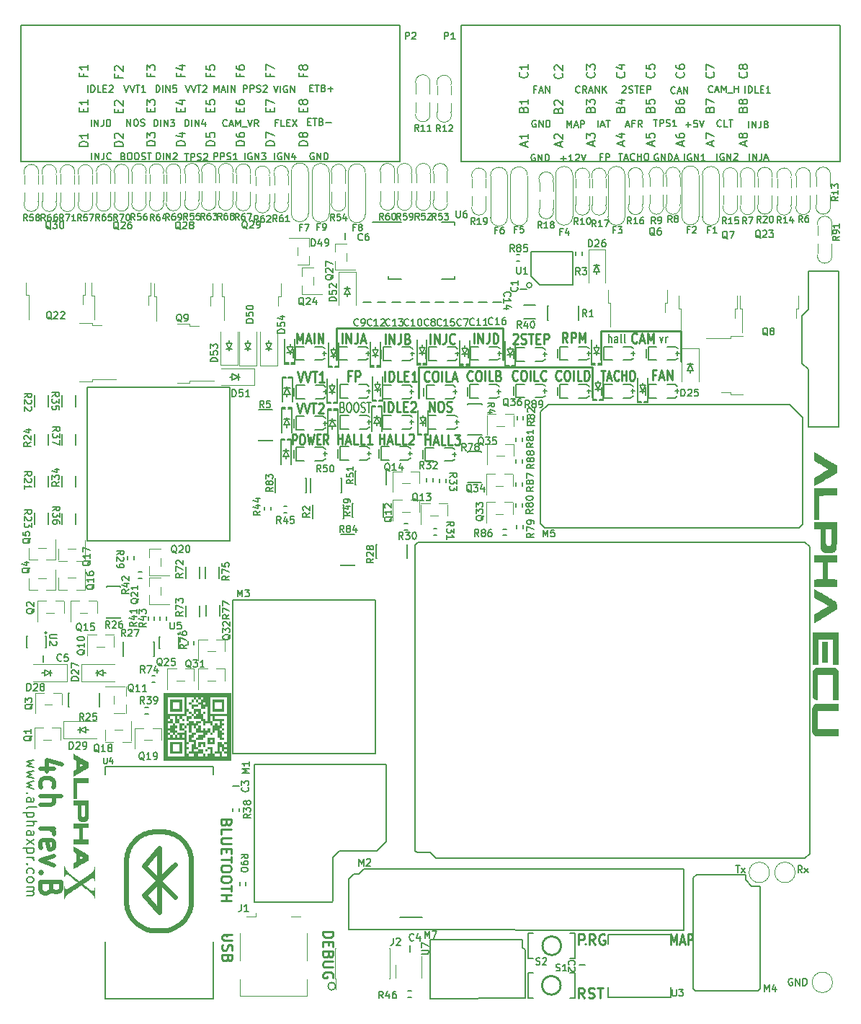
<source format=gto>
G04 #@! TF.GenerationSoftware,KiCad,Pcbnew,(6.0.1)*
G04 #@! TF.CreationDate,2022-04-27T16:07:10+03:00*
G04 #@! TF.ProjectId,alphax_4ch,616c7068-6178-45f3-9463-682e6b696361,a*
G04 #@! TF.SameCoordinates,PX141f5e0PYa2cace0*
G04 #@! TF.FileFunction,Legend,Top*
G04 #@! TF.FilePolarity,Positive*
%FSLAX46Y46*%
G04 Gerber Fmt 4.6, Leading zero omitted, Abs format (unit mm)*
G04 Created by KiCad (PCBNEW (6.0.1)) date 2022-04-27 16:07:10*
%MOMM*%
%LPD*%
G01*
G04 APERTURE LIST*
%ADD10C,0.250000*%
%ADD11C,0.170000*%
%ADD12C,0.200000*%
%ADD13C,0.500000*%
%ADD14C,0.225000*%
%ADD15C,0.127000*%
%ADD16C,0.150000*%
%ADD17C,0.120000*%
%ADD18C,0.099060*%
%ADD19C,0.203200*%
%ADD20C,0.254000*%
%ADD21C,0.631031*%
G04 APERTURE END LIST*
D10*
X37200000Y75250000D02*
X37200000Y79000000D01*
X68300000Y78650000D02*
X77700000Y78650000D01*
X77700000Y78650000D02*
X77700000Y75150000D01*
X46850000Y70800000D02*
X46850000Y74450000D01*
X67250000Y74450000D02*
X67250000Y70850000D01*
X37200000Y79000000D02*
X56750000Y79000000D01*
X46850000Y74450000D02*
X67250000Y74450000D01*
X68300000Y75250000D02*
X68300000Y78650000D01*
X56750000Y79000000D02*
X56750000Y75300000D01*
D11*
X30297619Y103107143D02*
X30030952Y103107143D01*
X30030952Y102688096D02*
X30030952Y103488096D01*
X30411904Y103488096D01*
X31097619Y102688096D02*
X30716666Y102688096D01*
X30716666Y103488096D01*
X31364285Y103107143D02*
X31630952Y103107143D01*
X31745238Y102688096D02*
X31364285Y102688096D01*
X31364285Y103488096D01*
X31745238Y103488096D01*
X32011904Y103488096D02*
X32545238Y102688096D01*
X32545238Y103488096D02*
X32011904Y102688096D01*
X85646260Y102538981D02*
X85646260Y103338981D01*
X86027212Y102538981D02*
X86027212Y103338981D01*
X86484355Y102538981D01*
X86484355Y103338981D01*
X87093879Y103338981D02*
X87093879Y102767552D01*
X87055784Y102653266D01*
X86979593Y102577076D01*
X86865308Y102538981D01*
X86789117Y102538981D01*
X87741498Y102958028D02*
X87855784Y102919933D01*
X87893879Y102881838D01*
X87931974Y102805647D01*
X87931974Y102691362D01*
X87893879Y102615171D01*
X87855784Y102577076D01*
X87779593Y102538981D01*
X87474831Y102538981D01*
X87474831Y103338981D01*
X87741498Y103338981D01*
X87817689Y103300885D01*
X87855784Y103262790D01*
X87893879Y103186600D01*
X87893879Y103110409D01*
X87855784Y103034219D01*
X87817689Y102996124D01*
X87741498Y102958028D01*
X87474831Y102958028D01*
X76993964Y106624177D02*
X76955869Y106586082D01*
X76841583Y106547987D01*
X76765392Y106547987D01*
X76651107Y106586082D01*
X76574916Y106662272D01*
X76536821Y106738463D01*
X76498726Y106890844D01*
X76498726Y107005130D01*
X76536821Y107157511D01*
X76574916Y107233701D01*
X76651107Y107309891D01*
X76765392Y107347987D01*
X76841583Y107347987D01*
X76955869Y107309891D01*
X76993964Y107271796D01*
X77298726Y106776558D02*
X77679678Y106776558D01*
X77222535Y106547987D02*
X77489202Y107347987D01*
X77755869Y106547987D01*
X78022535Y106547987D02*
X78022535Y107347987D01*
X78479678Y106547987D01*
X78479678Y107347987D01*
X60526726Y99395891D02*
X60450535Y99433987D01*
X60336250Y99433987D01*
X60221964Y99395891D01*
X60145773Y99319701D01*
X60107678Y99243511D01*
X60069583Y99091130D01*
X60069583Y98976844D01*
X60107678Y98824463D01*
X60145773Y98748272D01*
X60221964Y98672082D01*
X60336250Y98633987D01*
X60412440Y98633987D01*
X60526726Y98672082D01*
X60564821Y98710177D01*
X60564821Y98976844D01*
X60412440Y98976844D01*
X60907678Y98633987D02*
X60907678Y99433987D01*
X61364821Y98633987D01*
X61364821Y99433987D01*
X61745773Y98633987D02*
X61745773Y99433987D01*
X61936250Y99433987D01*
X62050535Y99395891D01*
X62126726Y99319701D01*
X62164821Y99243511D01*
X62202916Y99091130D01*
X62202916Y98976844D01*
X62164821Y98824463D01*
X62126726Y98748272D01*
X62050535Y98672082D01*
X61936250Y98633987D01*
X61745773Y98633987D01*
D12*
X75211904Y77964286D02*
X75402380Y77297620D01*
X75592857Y77964286D01*
X75897619Y77297620D02*
X75897619Y77964286D01*
X75897619Y77773810D02*
X75935714Y77869048D01*
X75973809Y77916667D01*
X76050000Y77964286D01*
X76126190Y77964286D01*
D11*
X19400000Y102688096D02*
X19400000Y103488096D01*
X19590476Y103488096D01*
X19704761Y103450000D01*
X19780952Y103373810D01*
X19819047Y103297620D01*
X19857142Y103145239D01*
X19857142Y103030953D01*
X19819047Y102878572D01*
X19780952Y102802381D01*
X19704761Y102726191D01*
X19590476Y102688096D01*
X19400000Y102688096D01*
X20200000Y102688096D02*
X20200000Y103488096D01*
X20580952Y102688096D02*
X20580952Y103488096D01*
X21038095Y102688096D01*
X21038095Y103488096D01*
X21761904Y103221429D02*
X21761904Y102688096D01*
X21571428Y103526191D02*
X21380952Y102954762D01*
X21876190Y102954762D01*
X26278571Y106738096D02*
X26278571Y107538096D01*
X26583333Y107538096D01*
X26659523Y107500000D01*
X26697619Y107461905D01*
X26735714Y107385715D01*
X26735714Y107271429D01*
X26697619Y107195239D01*
X26659523Y107157143D01*
X26583333Y107119048D01*
X26278571Y107119048D01*
X27078571Y106738096D02*
X27078571Y107538096D01*
X27383333Y107538096D01*
X27459523Y107500000D01*
X27497619Y107461905D01*
X27535714Y107385715D01*
X27535714Y107271429D01*
X27497619Y107195239D01*
X27459523Y107157143D01*
X27383333Y107119048D01*
X27078571Y107119048D01*
X27840476Y106776191D02*
X27954761Y106738096D01*
X28145238Y106738096D01*
X28221428Y106776191D01*
X28259523Y106814286D01*
X28297619Y106890477D01*
X28297619Y106966667D01*
X28259523Y107042858D01*
X28221428Y107080953D01*
X28145238Y107119048D01*
X27992857Y107157143D01*
X27916666Y107195239D01*
X27878571Y107233334D01*
X27840476Y107309524D01*
X27840476Y107385715D01*
X27878571Y107461905D01*
X27916666Y107500000D01*
X27992857Y107538096D01*
X28183333Y107538096D01*
X28297619Y107500000D01*
X28602380Y107461905D02*
X28640476Y107500000D01*
X28716666Y107538096D01*
X28907142Y107538096D01*
X28983333Y107500000D01*
X29021428Y107461905D01*
X29059523Y107385715D01*
X29059523Y107309524D01*
X29021428Y107195239D01*
X28564285Y106738096D01*
X29059523Y106738096D01*
D10*
X32630952Y73907143D02*
X32964285Y72707143D01*
X33297619Y73907143D01*
X33488095Y73907143D02*
X33821428Y72707143D01*
X34154761Y73907143D01*
X34345238Y73907143D02*
X34916666Y73907143D01*
X34630952Y72707143D02*
X34630952Y73907143D01*
X35773809Y72707143D02*
X35202380Y72707143D01*
X35488095Y72707143D02*
X35488095Y73907143D01*
X35392857Y73735715D01*
X35297619Y73621429D01*
X35202380Y73564286D01*
X57954761Y78242858D02*
X58002380Y78300000D01*
X58097619Y78357143D01*
X58335714Y78357143D01*
X58430952Y78300000D01*
X58478571Y78242858D01*
X58526190Y78128572D01*
X58526190Y78014286D01*
X58478571Y77842858D01*
X57907142Y77157143D01*
X58526190Y77157143D01*
X58907142Y77214286D02*
X59050000Y77157143D01*
X59288095Y77157143D01*
X59383333Y77214286D01*
X59430952Y77271429D01*
X59478571Y77385715D01*
X59478571Y77500000D01*
X59430952Y77614286D01*
X59383333Y77671429D01*
X59288095Y77728572D01*
X59097619Y77785715D01*
X59002380Y77842858D01*
X58954761Y77900000D01*
X58907142Y78014286D01*
X58907142Y78128572D01*
X58954761Y78242858D01*
X59002380Y78300000D01*
X59097619Y78357143D01*
X59335714Y78357143D01*
X59478571Y78300000D01*
X59764285Y78357143D02*
X60335714Y78357143D01*
X60050000Y77157143D02*
X60050000Y78357143D01*
X60669047Y77785715D02*
X61002380Y77785715D01*
X61145238Y77157143D02*
X60669047Y77157143D01*
X60669047Y78357143D01*
X61145238Y78357143D01*
X61573809Y77157143D02*
X61573809Y78357143D01*
X61954761Y78357143D01*
X62050000Y78300000D01*
X62097619Y78242858D01*
X62145238Y78128572D01*
X62145238Y77957143D01*
X62097619Y77842858D01*
X62050000Y77785715D01*
X61954761Y77728572D01*
X61573809Y77728572D01*
D11*
X12133333Y99207143D02*
X12247619Y99169048D01*
X12285714Y99130953D01*
X12323809Y99054762D01*
X12323809Y98940477D01*
X12285714Y98864286D01*
X12247619Y98826191D01*
X12171428Y98788096D01*
X11866666Y98788096D01*
X11866666Y99588096D01*
X12133333Y99588096D01*
X12209523Y99550000D01*
X12247619Y99511905D01*
X12285714Y99435715D01*
X12285714Y99359524D01*
X12247619Y99283334D01*
X12209523Y99245239D01*
X12133333Y99207143D01*
X11866666Y99207143D01*
X12819047Y99588096D02*
X12971428Y99588096D01*
X13047619Y99550000D01*
X13123809Y99473810D01*
X13161904Y99321429D01*
X13161904Y99054762D01*
X13123809Y98902381D01*
X13047619Y98826191D01*
X12971428Y98788096D01*
X12819047Y98788096D01*
X12742857Y98826191D01*
X12666666Y98902381D01*
X12628571Y99054762D01*
X12628571Y99321429D01*
X12666666Y99473810D01*
X12742857Y99550000D01*
X12819047Y99588096D01*
X13657142Y99588096D02*
X13809523Y99588096D01*
X13885714Y99550000D01*
X13961904Y99473810D01*
X14000000Y99321429D01*
X14000000Y99054762D01*
X13961904Y98902381D01*
X13885714Y98826191D01*
X13809523Y98788096D01*
X13657142Y98788096D01*
X13580952Y98826191D01*
X13504761Y98902381D01*
X13466666Y99054762D01*
X13466666Y99321429D01*
X13504761Y99473810D01*
X13580952Y99550000D01*
X13657142Y99588096D01*
X14304761Y98826191D02*
X14419047Y98788096D01*
X14609523Y98788096D01*
X14685714Y98826191D01*
X14723809Y98864286D01*
X14761904Y98940477D01*
X14761904Y99016667D01*
X14723809Y99092858D01*
X14685714Y99130953D01*
X14609523Y99169048D01*
X14457142Y99207143D01*
X14380952Y99245239D01*
X14342857Y99283334D01*
X14304761Y99359524D01*
X14304761Y99435715D01*
X14342857Y99511905D01*
X14380952Y99550000D01*
X14457142Y99588096D01*
X14647619Y99588096D01*
X14761904Y99550000D01*
X14990476Y99588096D02*
X15447619Y99588096D01*
X15219047Y98788096D02*
X15219047Y99588096D01*
D10*
X42816666Y69157143D02*
X42816666Y70357143D01*
X43292857Y69157143D02*
X43292857Y70357143D01*
X43530952Y70357143D01*
X43673809Y70300000D01*
X43769047Y70185715D01*
X43816666Y70071429D01*
X43864285Y69842858D01*
X43864285Y69671429D01*
X43816666Y69442858D01*
X43769047Y69328572D01*
X43673809Y69214286D01*
X43530952Y69157143D01*
X43292857Y69157143D01*
X44769047Y69157143D02*
X44292857Y69157143D01*
X44292857Y70357143D01*
X45102380Y69785715D02*
X45435714Y69785715D01*
X45578571Y69157143D02*
X45102380Y69157143D01*
X45102380Y70357143D01*
X45578571Y70357143D01*
X45959523Y70242858D02*
X46007142Y70300000D01*
X46102380Y70357143D01*
X46340476Y70357143D01*
X46435714Y70300000D01*
X46483333Y70242858D01*
X46530952Y70128572D01*
X46530952Y70014286D01*
X46483333Y69842858D01*
X45911904Y69157143D01*
X46530952Y69157143D01*
D12*
X69197619Y77297620D02*
X69197619Y78297620D01*
X69540476Y77297620D02*
X69540476Y77821429D01*
X69502380Y77916667D01*
X69426190Y77964286D01*
X69311904Y77964286D01*
X69235714Y77916667D01*
X69197619Y77869048D01*
X70264285Y77297620D02*
X70264285Y77821429D01*
X70226190Y77916667D01*
X70150000Y77964286D01*
X69997619Y77964286D01*
X69921428Y77916667D01*
X70264285Y77345239D02*
X70188095Y77297620D01*
X69997619Y77297620D01*
X69921428Y77345239D01*
X69883333Y77440477D01*
X69883333Y77535715D01*
X69921428Y77630953D01*
X69997619Y77678572D01*
X70188095Y77678572D01*
X70264285Y77726191D01*
X70759523Y77297620D02*
X70683333Y77345239D01*
X70645238Y77440477D01*
X70645238Y78297620D01*
X71178571Y77297620D02*
X71102380Y77345239D01*
X71064285Y77440477D01*
X71064285Y78297620D01*
D10*
X37350000Y65407143D02*
X37350000Y66607143D01*
X37350000Y66035715D02*
X37921428Y66035715D01*
X37921428Y65407143D02*
X37921428Y66607143D01*
X38350000Y65750000D02*
X38826190Y65750000D01*
X38254761Y65407143D02*
X38588095Y66607143D01*
X38921428Y65407143D01*
X39730952Y65407143D02*
X39254761Y65407143D01*
X39254761Y66607143D01*
X40540476Y65407143D02*
X40064285Y65407143D01*
X40064285Y66607143D01*
X41397619Y65407143D02*
X40826190Y65407143D01*
X41111904Y65407143D02*
X41111904Y66607143D01*
X41016666Y66435715D01*
X40921428Y66321429D01*
X40826190Y66264286D01*
X48245238Y77157143D02*
X48245238Y78357143D01*
X48721428Y77157143D02*
X48721428Y78357143D01*
X49292857Y77157143D01*
X49292857Y78357143D01*
X50054761Y78357143D02*
X50054761Y77500000D01*
X50007142Y77328572D01*
X49911904Y77214286D01*
X49769047Y77157143D01*
X49673809Y77157143D01*
X51102380Y77271429D02*
X51054761Y77214286D01*
X50911904Y77157143D01*
X50816666Y77157143D01*
X50673809Y77214286D01*
X50578571Y77328572D01*
X50530952Y77442858D01*
X50483333Y77671429D01*
X50483333Y77842858D01*
X50530952Y78071429D01*
X50578571Y78185715D01*
X50673809Y78300000D01*
X50816666Y78357143D01*
X50911904Y78357143D01*
X51054761Y78300000D01*
X51102380Y78242858D01*
X64338095Y77307143D02*
X64004761Y77878572D01*
X63766666Y77307143D02*
X63766666Y78507143D01*
X64147619Y78507143D01*
X64242857Y78450000D01*
X64290476Y78392858D01*
X64338095Y78278572D01*
X64338095Y78107143D01*
X64290476Y77992858D01*
X64242857Y77935715D01*
X64147619Y77878572D01*
X63766666Y77878572D01*
X64766666Y77307143D02*
X64766666Y78507143D01*
X65147619Y78507143D01*
X65242857Y78450000D01*
X65290476Y78392858D01*
X65338095Y78278572D01*
X65338095Y78107143D01*
X65290476Y77992858D01*
X65242857Y77935715D01*
X65147619Y77878572D01*
X64766666Y77878572D01*
X65766666Y77307143D02*
X65766666Y78507143D01*
X66100000Y77650000D01*
X66433333Y78507143D01*
X66433333Y77307143D01*
D11*
X70802031Y107354273D02*
X70840126Y107392368D01*
X70916317Y107430464D01*
X71106793Y107430464D01*
X71182983Y107392368D01*
X71221079Y107354273D01*
X71259174Y107278083D01*
X71259174Y107201892D01*
X71221079Y107087607D01*
X70763936Y106630464D01*
X71259174Y106630464D01*
X71563936Y106668559D02*
X71678222Y106630464D01*
X71868698Y106630464D01*
X71944888Y106668559D01*
X71982983Y106706654D01*
X72021079Y106782845D01*
X72021079Y106859035D01*
X71982983Y106935226D01*
X71944888Y106973321D01*
X71868698Y107011416D01*
X71716317Y107049511D01*
X71640126Y107087607D01*
X71602031Y107125702D01*
X71563936Y107201892D01*
X71563936Y107278083D01*
X71602031Y107354273D01*
X71640126Y107392368D01*
X71716317Y107430464D01*
X71906793Y107430464D01*
X72021079Y107392368D01*
X72249650Y107430464D02*
X72706793Y107430464D01*
X72478222Y106630464D02*
X72478222Y107430464D01*
X72973460Y107049511D02*
X73240126Y107049511D01*
X73354412Y106630464D02*
X72973460Y106630464D01*
X72973460Y107430464D01*
X73354412Y107430464D01*
X73697269Y106630464D02*
X73697269Y107430464D01*
X74002031Y107430464D01*
X74078222Y107392368D01*
X74116317Y107354273D01*
X74154412Y107278083D01*
X74154412Y107163797D01*
X74116317Y107087607D01*
X74078222Y107049511D01*
X74002031Y107011416D01*
X73697269Y107011416D01*
D10*
X37866666Y77207143D02*
X37866666Y78407143D01*
X38342857Y77207143D02*
X38342857Y78407143D01*
X38914285Y77207143D01*
X38914285Y78407143D01*
X39676190Y78407143D02*
X39676190Y77550000D01*
X39628571Y77378572D01*
X39533333Y77264286D01*
X39390476Y77207143D01*
X39295238Y77207143D01*
X40104761Y77550000D02*
X40580952Y77550000D01*
X40009523Y77207143D02*
X40342857Y78407143D01*
X40676190Y77207143D01*
D11*
X65796227Y106706654D02*
X65758132Y106668559D01*
X65643846Y106630464D01*
X65567655Y106630464D01*
X65453370Y106668559D01*
X65377179Y106744749D01*
X65339084Y106820940D01*
X65300989Y106973321D01*
X65300989Y107087607D01*
X65339084Y107239988D01*
X65377179Y107316178D01*
X65453370Y107392368D01*
X65567655Y107430464D01*
X65643846Y107430464D01*
X65758132Y107392368D01*
X65796227Y107354273D01*
X66596227Y106630464D02*
X66329560Y107011416D01*
X66139084Y106630464D02*
X66139084Y107430464D01*
X66443846Y107430464D01*
X66520036Y107392368D01*
X66558132Y107354273D01*
X66596227Y107278083D01*
X66596227Y107163797D01*
X66558132Y107087607D01*
X66520036Y107049511D01*
X66443846Y107011416D01*
X66139084Y107011416D01*
X66900989Y106859035D02*
X67281941Y106859035D01*
X66824798Y106630464D02*
X67091465Y107430464D01*
X67358132Y106630464D01*
X67624798Y106630464D02*
X67624798Y107430464D01*
X68081941Y106630464D01*
X68081941Y107430464D01*
X68462893Y106630464D02*
X68462893Y107430464D01*
X68920036Y106630464D02*
X68577179Y107087607D01*
X68920036Y107430464D02*
X68462893Y106973321D01*
D10*
X32530952Y70207143D02*
X32864285Y69007143D01*
X33197619Y70207143D01*
X33388095Y70207143D02*
X33721428Y69007143D01*
X34054761Y70207143D01*
X34245238Y70207143D02*
X34816666Y70207143D01*
X34530952Y69007143D02*
X34530952Y70207143D01*
X35102380Y70092858D02*
X35150000Y70150000D01*
X35245238Y70207143D01*
X35483333Y70207143D01*
X35578571Y70150000D01*
X35626190Y70092858D01*
X35673809Y69978572D01*
X35673809Y69864286D01*
X35626190Y69692858D01*
X35054761Y69007143D01*
X35673809Y69007143D01*
D11*
X64298735Y102584908D02*
X64298735Y103384908D01*
X64565401Y102813479D01*
X64832068Y103384908D01*
X64832068Y102584908D01*
X65174925Y102813479D02*
X65555878Y102813479D01*
X65098735Y102584908D02*
X65365401Y103384908D01*
X65632068Y102584908D01*
X65898735Y102584908D02*
X65898735Y103384908D01*
X66203497Y103384908D01*
X66279687Y103346812D01*
X66317782Y103308717D01*
X66355878Y103232527D01*
X66355878Y103118241D01*
X66317782Y103042051D01*
X66279687Y103003955D01*
X66203497Y102965860D01*
X65898735Y102965860D01*
D10*
X53180858Y72921429D02*
X53133239Y72864286D01*
X52990381Y72807143D01*
X52895143Y72807143D01*
X52752286Y72864286D01*
X52657048Y72978572D01*
X52609429Y73092858D01*
X52561810Y73321429D01*
X52561810Y73492858D01*
X52609429Y73721429D01*
X52657048Y73835715D01*
X52752286Y73950000D01*
X52895143Y74007143D01*
X52990381Y74007143D01*
X53133239Y73950000D01*
X53180858Y73892858D01*
X53799905Y74007143D02*
X53990381Y74007143D01*
X54085620Y73950000D01*
X54180858Y73835715D01*
X54228477Y73607143D01*
X54228477Y73207143D01*
X54180858Y72978572D01*
X54085620Y72864286D01*
X53990381Y72807143D01*
X53799905Y72807143D01*
X53704667Y72864286D01*
X53609429Y72978572D01*
X53561810Y73207143D01*
X53561810Y73607143D01*
X53609429Y73835715D01*
X53704667Y73950000D01*
X53799905Y74007143D01*
X54657048Y72807143D02*
X54657048Y74007143D01*
X55609429Y72807143D02*
X55133239Y72807143D01*
X55133239Y74007143D01*
X56276096Y73435715D02*
X56418953Y73378572D01*
X56466572Y73321429D01*
X56514191Y73207143D01*
X56514191Y73035715D01*
X56466572Y72921429D01*
X56418953Y72864286D01*
X56323715Y72807143D01*
X55942762Y72807143D01*
X55942762Y74007143D01*
X56276096Y74007143D01*
X56371334Y73950000D01*
X56418953Y73892858D01*
X56466572Y73778572D01*
X56466572Y73664286D01*
X56418953Y73550000D01*
X56371334Y73492858D01*
X56276096Y73435715D01*
X55942762Y73435715D01*
D11*
X84133809Y15899048D02*
X84602380Y15899048D01*
X84368095Y15079048D02*
X84368095Y15899048D01*
X84797619Y15079048D02*
X85227142Y15625715D01*
X84797619Y15625715D02*
X85227142Y15079048D01*
X63576726Y98938749D02*
X64186250Y98938749D01*
X63881488Y98633987D02*
X63881488Y99243511D01*
X64986250Y98633987D02*
X64529107Y98633987D01*
X64757678Y98633987D02*
X64757678Y99433987D01*
X64681488Y99319701D01*
X64605297Y99243511D01*
X64529107Y99205415D01*
X65291011Y99357796D02*
X65329107Y99395891D01*
X65405297Y99433987D01*
X65595773Y99433987D01*
X65671964Y99395891D01*
X65710059Y99357796D01*
X65748154Y99281606D01*
X65748154Y99205415D01*
X65710059Y99091130D01*
X65252916Y98633987D01*
X65748154Y98633987D01*
X65976726Y99433987D02*
X66243392Y98633987D01*
X66510059Y99433987D01*
X78086250Y98673987D02*
X78086250Y99473987D01*
X78886250Y99435891D02*
X78810059Y99473987D01*
X78695773Y99473987D01*
X78581488Y99435891D01*
X78505297Y99359701D01*
X78467202Y99283511D01*
X78429107Y99131130D01*
X78429107Y99016844D01*
X78467202Y98864463D01*
X78505297Y98788272D01*
X78581488Y98712082D01*
X78695773Y98673987D01*
X78771964Y98673987D01*
X78886250Y98712082D01*
X78924345Y98750177D01*
X78924345Y99016844D01*
X78771964Y99016844D01*
X79267202Y98673987D02*
X79267202Y99473987D01*
X79724345Y98673987D01*
X79724345Y99473987D01*
X80524345Y98673987D02*
X80067202Y98673987D01*
X80295773Y98673987D02*
X80295773Y99473987D01*
X80219583Y99359701D01*
X80143392Y99283511D01*
X80067202Y99245415D01*
X71236567Y102831965D02*
X71617520Y102831965D01*
X71160377Y102603394D02*
X71427043Y103403394D01*
X71693710Y102603394D01*
X72227043Y103022441D02*
X71960377Y103022441D01*
X71960377Y102603394D02*
X71960377Y103403394D01*
X72341329Y103403394D01*
X73103234Y102603394D02*
X72836567Y102984346D01*
X72646091Y102603394D02*
X72646091Y103403394D01*
X72950853Y103403394D01*
X73027043Y103365298D01*
X73065139Y103327203D01*
X73103234Y103251013D01*
X73103234Y103136727D01*
X73065139Y103060537D01*
X73027043Y103022441D01*
X72950853Y102984346D01*
X72646091Y102984346D01*
X7983333Y106738096D02*
X7983333Y107538096D01*
X8364285Y106738096D02*
X8364285Y107538096D01*
X8554761Y107538096D01*
X8669047Y107500000D01*
X8745238Y107423810D01*
X8783333Y107347620D01*
X8821428Y107195239D01*
X8821428Y107080953D01*
X8783333Y106928572D01*
X8745238Y106852381D01*
X8669047Y106776191D01*
X8554761Y106738096D01*
X8364285Y106738096D01*
X9545238Y106738096D02*
X9164285Y106738096D01*
X9164285Y107538096D01*
X9811904Y107157143D02*
X10078571Y107157143D01*
X10192857Y106738096D02*
X9811904Y106738096D01*
X9811904Y107538096D01*
X10192857Y107538096D01*
X10497619Y107461905D02*
X10535714Y107500000D01*
X10611904Y107538096D01*
X10802380Y107538096D01*
X10878571Y107500000D01*
X10916666Y107461905D01*
X10954761Y107385715D01*
X10954761Y107309524D01*
X10916666Y107195239D01*
X10459523Y106738096D01*
X10954761Y106738096D01*
D13*
X4035714Y27241667D02*
X2369047Y27241667D01*
X4988095Y27789286D02*
X3202380Y28336905D01*
X3202380Y26913096D01*
X2488095Y25051191D02*
X2369047Y25270239D01*
X2369047Y25708334D01*
X2488095Y25927381D01*
X2607142Y26036905D01*
X2845238Y26146429D01*
X3559523Y26146429D01*
X3797619Y26036905D01*
X3916666Y25927381D01*
X4035714Y25708334D01*
X4035714Y25270239D01*
X3916666Y25051191D01*
X2369047Y24065477D02*
X4869047Y24065477D01*
X2369047Y23079762D02*
X3678571Y23079762D01*
X3916666Y23189286D01*
X4035714Y23408334D01*
X4035714Y23736905D01*
X3916666Y23955953D01*
X3797619Y24065477D01*
X2369047Y20232143D02*
X4035714Y20232143D01*
X3559523Y20232143D02*
X3797619Y20122620D01*
X3916666Y20013096D01*
X4035714Y19794048D01*
X4035714Y19575000D01*
X2488095Y17932143D02*
X2369047Y18151191D01*
X2369047Y18589286D01*
X2488095Y18808334D01*
X2726190Y18917858D01*
X3678571Y18917858D01*
X3916666Y18808334D01*
X4035714Y18589286D01*
X4035714Y18151191D01*
X3916666Y17932143D01*
X3678571Y17822620D01*
X3440476Y17822620D01*
X3202380Y18917858D01*
X4035714Y17055953D02*
X2369047Y16508334D01*
X4035714Y15960715D01*
X2607142Y15084524D02*
X2488095Y14975000D01*
X2369047Y15084524D01*
X2488095Y15194048D01*
X2607142Y15084524D01*
X2369047Y15084524D01*
X3678571Y13222620D02*
X3559523Y12894048D01*
X3440476Y12784524D01*
X3202380Y12675000D01*
X2845238Y12675000D01*
X2607142Y12784524D01*
X2488095Y12894048D01*
X2369047Y13113096D01*
X2369047Y13989286D01*
X4869047Y13989286D01*
X4869047Y13222620D01*
X4749999Y13003572D01*
X4630952Y12894048D01*
X4392857Y12784524D01*
X4154761Y12784524D01*
X3916666Y12894048D01*
X3797619Y13003572D01*
X3678571Y13222620D01*
X3678571Y13989286D01*
D10*
X38892857Y73409241D02*
X38559523Y73409241D01*
X38559523Y72780669D02*
X38559523Y73980669D01*
X39035714Y73980669D01*
X39416666Y72780669D02*
X39416666Y73980669D01*
X39797619Y73980669D01*
X39892857Y73923526D01*
X39940476Y73866384D01*
X39988095Y73752098D01*
X39988095Y73580669D01*
X39940476Y73466384D01*
X39892857Y73409241D01*
X39797619Y73352098D01*
X39416666Y73352098D01*
D11*
X60665767Y107070982D02*
X60399101Y107070982D01*
X60399101Y106651935D02*
X60399101Y107451935D01*
X60780053Y107451935D01*
X61046720Y106880506D02*
X61427672Y106880506D01*
X60970529Y106651935D02*
X61237196Y107451935D01*
X61503863Y106651935D01*
X61770529Y106651935D02*
X61770529Y107451935D01*
X62227672Y106651935D01*
X62227672Y107451935D01*
X8426190Y98788096D02*
X8426190Y99588096D01*
X8807142Y98788096D02*
X8807142Y99588096D01*
X9264285Y98788096D01*
X9264285Y99588096D01*
X9873809Y99588096D02*
X9873809Y99016667D01*
X9835714Y98902381D01*
X9759523Y98826191D01*
X9645238Y98788096D01*
X9569047Y98788096D01*
X10711904Y98864286D02*
X10673809Y98826191D01*
X10559523Y98788096D01*
X10483333Y98788096D01*
X10369047Y98826191D01*
X10292857Y98902381D01*
X10254761Y98978572D01*
X10216666Y99130953D01*
X10216666Y99245239D01*
X10254761Y99397620D01*
X10292857Y99473810D01*
X10369047Y99550000D01*
X10483333Y99588096D01*
X10559523Y99588096D01*
X10673809Y99550000D01*
X10711904Y99511905D01*
X60625366Y103377473D02*
X60549175Y103415569D01*
X60434890Y103415569D01*
X60320604Y103377473D01*
X60244413Y103301283D01*
X60206318Y103225093D01*
X60168223Y103072712D01*
X60168223Y102958426D01*
X60206318Y102806045D01*
X60244413Y102729854D01*
X60320604Y102653664D01*
X60434890Y102615569D01*
X60511080Y102615569D01*
X60625366Y102653664D01*
X60663461Y102691759D01*
X60663461Y102958426D01*
X60511080Y102958426D01*
X61006318Y102615569D02*
X61006318Y103415569D01*
X61463461Y102615569D01*
X61463461Y103415569D01*
X61844413Y102615569D02*
X61844413Y103415569D01*
X62034890Y103415569D01*
X62149175Y103377473D01*
X62225366Y103301283D01*
X62263461Y103225093D01*
X62301556Y103072712D01*
X62301556Y102958426D01*
X62263461Y102806045D01*
X62225366Y102729854D01*
X62149175Y102653664D01*
X62034890Y102615569D01*
X61844413Y102615569D01*
D10*
X72509523Y77371429D02*
X72461904Y77314286D01*
X72319047Y77257143D01*
X72223809Y77257143D01*
X72080952Y77314286D01*
X71985714Y77428572D01*
X71938095Y77542858D01*
X71890476Y77771429D01*
X71890476Y77942858D01*
X71938095Y78171429D01*
X71985714Y78285715D01*
X72080952Y78400000D01*
X72223809Y78457143D01*
X72319047Y78457143D01*
X72461904Y78400000D01*
X72509523Y78342858D01*
X72890476Y77600000D02*
X73366666Y77600000D01*
X72795238Y77257143D02*
X73128571Y78457143D01*
X73461904Y77257143D01*
X73795238Y77257143D02*
X73795238Y78457143D01*
X74128571Y77600000D01*
X74461904Y78457143D01*
X74461904Y77257143D01*
D11*
X81423809Y106764286D02*
X81385714Y106726191D01*
X81271428Y106688096D01*
X81195238Y106688096D01*
X81080952Y106726191D01*
X81004761Y106802381D01*
X80966666Y106878572D01*
X80928571Y107030953D01*
X80928571Y107145239D01*
X80966666Y107297620D01*
X81004761Y107373810D01*
X81080952Y107450000D01*
X81195238Y107488096D01*
X81271428Y107488096D01*
X81385714Y107450000D01*
X81423809Y107411905D01*
X81728571Y106916667D02*
X82109523Y106916667D01*
X81652380Y106688096D02*
X81919047Y107488096D01*
X82185714Y106688096D01*
X82452380Y106688096D02*
X82452380Y107488096D01*
X82719047Y106916667D01*
X82985714Y107488096D01*
X82985714Y106688096D01*
X83176190Y106611905D02*
X83785714Y106611905D01*
X83976190Y106688096D02*
X83976190Y107488096D01*
X83976190Y107107143D02*
X84433333Y107107143D01*
X84433333Y106688096D02*
X84433333Y107488096D01*
X16050000Y98788096D02*
X16050000Y99588096D01*
X16240476Y99588096D01*
X16354761Y99550000D01*
X16430952Y99473810D01*
X16469047Y99397620D01*
X16507142Y99245239D01*
X16507142Y99130953D01*
X16469047Y98978572D01*
X16430952Y98902381D01*
X16354761Y98826191D01*
X16240476Y98788096D01*
X16050000Y98788096D01*
X16850000Y98788096D02*
X16850000Y99588096D01*
X17230952Y98788096D02*
X17230952Y99588096D01*
X17688095Y98788096D01*
X17688095Y99588096D01*
X18030952Y99511905D02*
X18069047Y99550000D01*
X18145238Y99588096D01*
X18335714Y99588096D01*
X18411904Y99550000D01*
X18450000Y99511905D01*
X18488095Y99435715D01*
X18488095Y99359524D01*
X18450000Y99245239D01*
X17992857Y98788096D01*
X18488095Y98788096D01*
D10*
X42250000Y65407143D02*
X42250000Y66607143D01*
X42250000Y66035715D02*
X42821428Y66035715D01*
X42821428Y65407143D02*
X42821428Y66607143D01*
X43250000Y65750000D02*
X43726190Y65750000D01*
X43154761Y65407143D02*
X43488095Y66607143D01*
X43821428Y65407143D01*
X44630952Y65407143D02*
X44154761Y65407143D01*
X44154761Y66607143D01*
X45440476Y65407143D02*
X44964285Y65407143D01*
X44964285Y66607143D01*
X45726190Y66492858D02*
X45773809Y66550000D01*
X45869047Y66607143D01*
X46107142Y66607143D01*
X46202380Y66550000D01*
X46250000Y66492858D01*
X46297619Y66378572D01*
X46297619Y66264286D01*
X46250000Y66092858D01*
X45678571Y65407143D01*
X46297619Y65407143D01*
D11*
X12254761Y107538096D02*
X12521428Y106738096D01*
X12788095Y107538096D01*
X12940476Y107538096D02*
X13207142Y106738096D01*
X13473809Y107538096D01*
X13626190Y107538096D02*
X14083333Y107538096D01*
X13854761Y106738096D02*
X13854761Y107538096D01*
X14769047Y106738096D02*
X14311904Y106738096D01*
X14540476Y106738096D02*
X14540476Y107538096D01*
X14464285Y107423810D01*
X14388095Y107347620D01*
X14311904Y107309524D01*
X34540476Y99550000D02*
X34464285Y99588096D01*
X34350000Y99588096D01*
X34235714Y99550000D01*
X34159523Y99473810D01*
X34121428Y99397620D01*
X34083333Y99245239D01*
X34083333Y99130953D01*
X34121428Y98978572D01*
X34159523Y98902381D01*
X34235714Y98826191D01*
X34350000Y98788096D01*
X34426190Y98788096D01*
X34540476Y98826191D01*
X34578571Y98864286D01*
X34578571Y99130953D01*
X34426190Y99130953D01*
X34921428Y98788096D02*
X34921428Y99588096D01*
X35378571Y98788096D01*
X35378571Y99588096D01*
X35759523Y98788096D02*
X35759523Y99588096D01*
X35950000Y99588096D01*
X36064285Y99550000D01*
X36140476Y99473810D01*
X36178571Y99397620D01*
X36216666Y99245239D01*
X36216666Y99130953D01*
X36178571Y98978572D01*
X36140476Y98902381D01*
X36064285Y98826191D01*
X35950000Y98788096D01*
X35759523Y98788096D01*
X19454761Y107538096D02*
X19721428Y106738096D01*
X19988095Y107538096D01*
X20140476Y107538096D02*
X20407142Y106738096D01*
X20673809Y107538096D01*
X20826190Y107538096D02*
X21283333Y107538096D01*
X21054761Y106738096D02*
X21054761Y107538096D01*
X21511904Y107461905D02*
X21550000Y107500000D01*
X21626190Y107538096D01*
X21816666Y107538096D01*
X21892857Y107500000D01*
X21930952Y107461905D01*
X21969047Y107385715D01*
X21969047Y107309524D01*
X21930952Y107195239D01*
X21473809Y106738096D01*
X21969047Y106738096D01*
D10*
X47650000Y65307143D02*
X47650000Y66507143D01*
X47650000Y65935715D02*
X48221428Y65935715D01*
X48221428Y65307143D02*
X48221428Y66507143D01*
X48650000Y65650000D02*
X49126190Y65650000D01*
X48554761Y65307143D02*
X48888095Y66507143D01*
X49221428Y65307143D01*
X50030952Y65307143D02*
X49554761Y65307143D01*
X49554761Y66507143D01*
X50840476Y65307143D02*
X50364285Y65307143D01*
X50364285Y66507143D01*
X51078571Y66507143D02*
X51697619Y66507143D01*
X51364285Y66050000D01*
X51507142Y66050000D01*
X51602380Y65992858D01*
X51650000Y65935715D01*
X51697619Y65821429D01*
X51697619Y65535715D01*
X51650000Y65421429D01*
X51602380Y65364286D01*
X51507142Y65307143D01*
X51221428Y65307143D01*
X51126190Y65364286D01*
X51078571Y65421429D01*
D11*
X90775238Y2610000D02*
X90697142Y2649048D01*
X90580000Y2649048D01*
X90462857Y2610000D01*
X90384761Y2531905D01*
X90345714Y2453810D01*
X90306666Y2297620D01*
X90306666Y2180477D01*
X90345714Y2024286D01*
X90384761Y1946191D01*
X90462857Y1868096D01*
X90580000Y1829048D01*
X90658095Y1829048D01*
X90775238Y1868096D01*
X90814285Y1907143D01*
X90814285Y2180477D01*
X90658095Y2180477D01*
X91165714Y1829048D02*
X91165714Y2649048D01*
X91634285Y1829048D01*
X91634285Y2649048D01*
X92024761Y1829048D02*
X92024761Y2649048D01*
X92220000Y2649048D01*
X92337142Y2610000D01*
X92415238Y2531905D01*
X92454285Y2453810D01*
X92493333Y2297620D01*
X92493333Y2180477D01*
X92454285Y2024286D01*
X92415238Y1946191D01*
X92337142Y1868096D01*
X92220000Y1829048D01*
X92024761Y1829048D01*
X85724874Y98738096D02*
X85724874Y99538096D01*
X86105826Y98738096D02*
X86105826Y99538096D01*
X86562969Y98738096D01*
X86562969Y99538096D01*
X87172493Y99538096D02*
X87172493Y98966667D01*
X87134398Y98852381D01*
X87058207Y98776191D01*
X86943921Y98738096D01*
X86867731Y98738096D01*
X87515350Y98966667D02*
X87896302Y98966667D01*
X87439160Y98738096D02*
X87705826Y99538096D01*
X87972493Y98738096D01*
X12571428Y102738096D02*
X12571428Y103538096D01*
X13028571Y102738096D01*
X13028571Y103538096D01*
X13561904Y103538096D02*
X13714285Y103538096D01*
X13790476Y103500000D01*
X13866666Y103423810D01*
X13904761Y103271429D01*
X13904761Y103004762D01*
X13866666Y102852381D01*
X13790476Y102776191D01*
X13714285Y102738096D01*
X13561904Y102738096D01*
X13485714Y102776191D01*
X13409523Y102852381D01*
X13371428Y103004762D01*
X13371428Y103271429D01*
X13409523Y103423810D01*
X13485714Y103500000D01*
X13561904Y103538096D01*
X14209523Y102776191D02*
X14323809Y102738096D01*
X14514285Y102738096D01*
X14590476Y102776191D01*
X14628571Y102814286D01*
X14666666Y102890477D01*
X14666666Y102966667D01*
X14628571Y103042858D01*
X14590476Y103080953D01*
X14514285Y103119048D01*
X14361904Y103157143D01*
X14285714Y103195239D01*
X14247619Y103233334D01*
X14209523Y103309524D01*
X14209523Y103385715D01*
X14247619Y103461905D01*
X14285714Y103500000D01*
X14361904Y103538096D01*
X14552380Y103538096D01*
X14666666Y103500000D01*
X33828571Y103257143D02*
X34095238Y103257143D01*
X34209523Y102838096D02*
X33828571Y102838096D01*
X33828571Y103638096D01*
X34209523Y103638096D01*
X34438095Y103638096D02*
X34895238Y103638096D01*
X34666666Y102838096D02*
X34666666Y103638096D01*
X35428571Y103257143D02*
X35542857Y103219048D01*
X35580952Y103180953D01*
X35619047Y103104762D01*
X35619047Y102990477D01*
X35580952Y102914286D01*
X35542857Y102876191D01*
X35466666Y102838096D01*
X35161904Y102838096D01*
X35161904Y103638096D01*
X35428571Y103638096D01*
X35504761Y103600000D01*
X35542857Y103561905D01*
X35580952Y103485715D01*
X35580952Y103409524D01*
X35542857Y103333334D01*
X35504761Y103295239D01*
X35428571Y103257143D01*
X35161904Y103257143D01*
X35961904Y103142858D02*
X36571428Y103142858D01*
X34078571Y107207143D02*
X34345238Y107207143D01*
X34459523Y106788096D02*
X34078571Y106788096D01*
X34078571Y107588096D01*
X34459523Y107588096D01*
X34688095Y107588096D02*
X35145238Y107588096D01*
X34916666Y106788096D02*
X34916666Y107588096D01*
X35678571Y107207143D02*
X35792857Y107169048D01*
X35830952Y107130953D01*
X35869047Y107054762D01*
X35869047Y106940477D01*
X35830952Y106864286D01*
X35792857Y106826191D01*
X35716666Y106788096D01*
X35411904Y106788096D01*
X35411904Y107588096D01*
X35678571Y107588096D01*
X35754761Y107550000D01*
X35792857Y107511905D01*
X35830952Y107435715D01*
X35830952Y107359524D01*
X35792857Y107283334D01*
X35754761Y107245239D01*
X35678571Y107207143D01*
X35411904Y107207143D01*
X36211904Y107092858D02*
X36821428Y107092858D01*
X36516666Y106788096D02*
X36516666Y107397620D01*
X24350000Y102764286D02*
X24311904Y102726191D01*
X24197619Y102688096D01*
X24121428Y102688096D01*
X24007142Y102726191D01*
X23930952Y102802381D01*
X23892857Y102878572D01*
X23854761Y103030953D01*
X23854761Y103145239D01*
X23892857Y103297620D01*
X23930952Y103373810D01*
X24007142Y103450000D01*
X24121428Y103488096D01*
X24197619Y103488096D01*
X24311904Y103450000D01*
X24350000Y103411905D01*
X24654761Y102916667D02*
X25035714Y102916667D01*
X24578571Y102688096D02*
X24845238Y103488096D01*
X25111904Y102688096D01*
X25378571Y102688096D02*
X25378571Y103488096D01*
X25645238Y102916667D01*
X25911904Y103488096D01*
X25911904Y102688096D01*
X26102380Y102611905D02*
X26711904Y102611905D01*
X26788095Y103488096D02*
X27054761Y102688096D01*
X27321428Y103488096D01*
X28045238Y102688096D02*
X27778571Y103069048D01*
X27588095Y102688096D02*
X27588095Y103488096D01*
X27892857Y103488096D01*
X27969047Y103450000D01*
X28007142Y103411905D01*
X28045238Y103335715D01*
X28045238Y103221429D01*
X28007142Y103145239D01*
X27969047Y103107143D01*
X27892857Y103069048D01*
X27588095Y103069048D01*
X22778571Y98788096D02*
X22778571Y99588096D01*
X23083333Y99588096D01*
X23159523Y99550000D01*
X23197619Y99511905D01*
X23235714Y99435715D01*
X23235714Y99321429D01*
X23197619Y99245239D01*
X23159523Y99207143D01*
X23083333Y99169048D01*
X22778571Y99169048D01*
X23578571Y98788096D02*
X23578571Y99588096D01*
X23883333Y99588096D01*
X23959523Y99550000D01*
X23997619Y99511905D01*
X24035714Y99435715D01*
X24035714Y99321429D01*
X23997619Y99245239D01*
X23959523Y99207143D01*
X23883333Y99169048D01*
X23578571Y99169048D01*
X24340476Y98826191D02*
X24454761Y98788096D01*
X24645238Y98788096D01*
X24721428Y98826191D01*
X24759523Y98864286D01*
X24797619Y98940477D01*
X24797619Y99016667D01*
X24759523Y99092858D01*
X24721428Y99130953D01*
X24645238Y99169048D01*
X24492857Y99207143D01*
X24416666Y99245239D01*
X24378571Y99283334D01*
X24340476Y99359524D01*
X24340476Y99435715D01*
X24378571Y99511905D01*
X24416666Y99550000D01*
X24492857Y99588096D01*
X24683333Y99588096D01*
X24797619Y99550000D01*
X25559523Y98788096D02*
X25102380Y98788096D01*
X25330952Y98788096D02*
X25330952Y99588096D01*
X25254761Y99473810D01*
X25178571Y99397620D01*
X25102380Y99359524D01*
D10*
X53345238Y77207143D02*
X53345238Y78407143D01*
X53821428Y77207143D02*
X53821428Y78407143D01*
X54392857Y77207143D01*
X54392857Y78407143D01*
X55154761Y78407143D02*
X55154761Y77550000D01*
X55107142Y77378572D01*
X55011904Y77264286D01*
X54869047Y77207143D01*
X54773809Y77207143D01*
X55630952Y77207143D02*
X55630952Y78407143D01*
X55869047Y78407143D01*
X56011904Y78350000D01*
X56107142Y78235715D01*
X56154761Y78121429D01*
X56202380Y77892858D01*
X56202380Y77721429D01*
X56154761Y77492858D01*
X56107142Y77378572D01*
X56011904Y77264286D01*
X55869047Y77207143D01*
X55630952Y77207143D01*
X65685714Y6657143D02*
X65685714Y7857143D01*
X66142857Y7857143D01*
X66257142Y7800000D01*
X66314285Y7742858D01*
X66371428Y7628572D01*
X66371428Y7457143D01*
X66314285Y7342858D01*
X66257142Y7285715D01*
X66142857Y7228572D01*
X65685714Y7228572D01*
X67571428Y6657143D02*
X67171428Y7228572D01*
X66885714Y6657143D02*
X66885714Y7857143D01*
X67342857Y7857143D01*
X67457142Y7800000D01*
X67514285Y7742858D01*
X67571428Y7628572D01*
X67571428Y7457143D01*
X67514285Y7342858D01*
X67457142Y7285715D01*
X67342857Y7228572D01*
X66885714Y7228572D01*
X68714285Y7800000D02*
X68600000Y7857143D01*
X68428571Y7857143D01*
X68257142Y7800000D01*
X68142857Y7685715D01*
X68085714Y7571429D01*
X68028571Y7342858D01*
X68028571Y7171429D01*
X68085714Y6942858D01*
X68142857Y6828572D01*
X68257142Y6714286D01*
X68428571Y6657143D01*
X68542857Y6657143D01*
X68714285Y6714286D01*
X68771428Y6771429D01*
X68771428Y7171429D01*
X68542857Y7171429D01*
D11*
X19359523Y99538096D02*
X19816666Y99538096D01*
X19588095Y98738096D02*
X19588095Y99538096D01*
X20083333Y98738096D02*
X20083333Y99538096D01*
X20388095Y99538096D01*
X20464285Y99500000D01*
X20502380Y99461905D01*
X20540476Y99385715D01*
X20540476Y99271429D01*
X20502380Y99195239D01*
X20464285Y99157143D01*
X20388095Y99119048D01*
X20083333Y99119048D01*
X20845238Y98776191D02*
X20959523Y98738096D01*
X21150000Y98738096D01*
X21226190Y98776191D01*
X21264285Y98814286D01*
X21302380Y98890477D01*
X21302380Y98966667D01*
X21264285Y99042858D01*
X21226190Y99080953D01*
X21150000Y99119048D01*
X20997619Y99157143D01*
X20921428Y99195239D01*
X20883333Y99233334D01*
X20845238Y99309524D01*
X20845238Y99385715D01*
X20883333Y99461905D01*
X20921428Y99500000D01*
X20997619Y99538096D01*
X21188095Y99538096D01*
X21302380Y99500000D01*
X21607142Y99461905D02*
X21645238Y99500000D01*
X21721428Y99538096D01*
X21911904Y99538096D01*
X21988095Y99500000D01*
X22026190Y99461905D01*
X22064285Y99385715D01*
X22064285Y99309524D01*
X22026190Y99195239D01*
X21569047Y98738096D01*
X22064285Y98738096D01*
X78248176Y102908156D02*
X78857700Y102908156D01*
X78552938Y102603394D02*
X78552938Y103212918D01*
X79619605Y103403394D02*
X79238652Y103403394D01*
X79200557Y103022441D01*
X79238652Y103060537D01*
X79314843Y103098632D01*
X79505319Y103098632D01*
X79581509Y103060537D01*
X79619605Y103022441D01*
X79657700Y102946251D01*
X79657700Y102755775D01*
X79619605Y102679584D01*
X79581509Y102641489D01*
X79505319Y102603394D01*
X79314843Y102603394D01*
X79238652Y102641489D01*
X79200557Y102679584D01*
X79886271Y103403394D02*
X80152938Y102603394D01*
X80419605Y103403394D01*
X67954266Y102612820D02*
X67954266Y103412820D01*
X68297124Y102841391D02*
X68678076Y102841391D01*
X68220933Y102612820D02*
X68487600Y103412820D01*
X68754266Y102612820D01*
X68906647Y103412820D02*
X69363790Y103412820D01*
X69135219Y102612820D02*
X69135219Y103412820D01*
X85217520Y106639911D02*
X85217520Y107439911D01*
X85598472Y106639911D02*
X85598472Y107439911D01*
X85788948Y107439911D01*
X85903234Y107401815D01*
X85979425Y107325625D01*
X86017520Y107249435D01*
X86055615Y107097054D01*
X86055615Y106982768D01*
X86017520Y106830387D01*
X85979425Y106754196D01*
X85903234Y106678006D01*
X85788948Y106639911D01*
X85598472Y106639911D01*
X86779425Y106639911D02*
X86398472Y106639911D01*
X86398472Y107439911D01*
X87046091Y107058958D02*
X87312758Y107058958D01*
X87427044Y106639911D02*
X87046091Y106639911D01*
X87046091Y107439911D01*
X87427044Y107439911D01*
X88188948Y106639911D02*
X87731806Y106639911D01*
X87960377Y106639911D02*
X87960377Y107439911D01*
X87884187Y107325625D01*
X87807996Y107249435D01*
X87731806Y107211339D01*
X29950000Y98788096D02*
X29950000Y99588096D01*
X30750000Y99550000D02*
X30673809Y99588096D01*
X30559523Y99588096D01*
X30445238Y99550000D01*
X30369047Y99473810D01*
X30330952Y99397620D01*
X30292857Y99245239D01*
X30292857Y99130953D01*
X30330952Y98978572D01*
X30369047Y98902381D01*
X30445238Y98826191D01*
X30559523Y98788096D01*
X30635714Y98788096D01*
X30750000Y98826191D01*
X30788095Y98864286D01*
X30788095Y99130953D01*
X30635714Y99130953D01*
X31130952Y98788096D02*
X31130952Y99588096D01*
X31588095Y98788096D01*
X31588095Y99588096D01*
X32311904Y99321429D02*
X32311904Y98788096D01*
X32121428Y99626191D02*
X31930952Y99054762D01*
X32426190Y99054762D01*
D10*
X24957142Y7814286D02*
X23985714Y7814286D01*
X23871428Y7757143D01*
X23814285Y7700000D01*
X23757142Y7585715D01*
X23757142Y7357143D01*
X23814285Y7242858D01*
X23871428Y7185715D01*
X23985714Y7128572D01*
X24957142Y7128572D01*
X23814285Y6614286D02*
X23757142Y6442858D01*
X23757142Y6157143D01*
X23814285Y6042858D01*
X23871428Y5985715D01*
X23985714Y5928572D01*
X24100000Y5928572D01*
X24214285Y5985715D01*
X24271428Y6042858D01*
X24328571Y6157143D01*
X24385714Y6385715D01*
X24442857Y6500000D01*
X24500000Y6557143D01*
X24614285Y6614286D01*
X24728571Y6614286D01*
X24842857Y6557143D01*
X24900000Y6500000D01*
X24957142Y6385715D01*
X24957142Y6100000D01*
X24900000Y5928572D01*
X24385714Y5014286D02*
X24328571Y4842858D01*
X24271428Y4785715D01*
X24157142Y4728572D01*
X23985714Y4728572D01*
X23871428Y4785715D01*
X23814285Y4842858D01*
X23757142Y4957143D01*
X23757142Y5414286D01*
X24957142Y5414286D01*
X24957142Y5014286D01*
X24900000Y4900000D01*
X24842857Y4842858D01*
X24728571Y4785715D01*
X24614285Y4785715D01*
X24500000Y4842858D01*
X24442857Y4900000D01*
X24385714Y5014286D01*
X24385714Y5414286D01*
X74678477Y73535715D02*
X74345143Y73535715D01*
X74345143Y72907143D02*
X74345143Y74107143D01*
X74821334Y74107143D01*
X75154667Y73250000D02*
X75630858Y73250000D01*
X75059429Y72907143D02*
X75392762Y74107143D01*
X75726096Y72907143D01*
X76059429Y72907143D02*
X76059429Y74107143D01*
X76630858Y72907143D01*
X76630858Y74107143D01*
X35607142Y8135715D02*
X36807142Y8135715D01*
X36807142Y7850000D01*
X36750000Y7678572D01*
X36635714Y7564286D01*
X36521428Y7507143D01*
X36292857Y7450000D01*
X36121428Y7450000D01*
X35892857Y7507143D01*
X35778571Y7564286D01*
X35664285Y7678572D01*
X35607142Y7850000D01*
X35607142Y8135715D01*
X36235714Y6935715D02*
X36235714Y6535715D01*
X35607142Y6364286D02*
X35607142Y6935715D01*
X36807142Y6935715D01*
X36807142Y6364286D01*
X36235714Y5450000D02*
X36178571Y5278572D01*
X36121428Y5221429D01*
X36007142Y5164286D01*
X35835714Y5164286D01*
X35721428Y5221429D01*
X35664285Y5278572D01*
X35607142Y5392858D01*
X35607142Y5850000D01*
X36807142Y5850000D01*
X36807142Y5450000D01*
X36750000Y5335715D01*
X36692857Y5278572D01*
X36578571Y5221429D01*
X36464285Y5221429D01*
X36350000Y5278572D01*
X36292857Y5335715D01*
X36235714Y5450000D01*
X36235714Y5850000D01*
X36807142Y4650000D02*
X35835714Y4650000D01*
X35721428Y4592858D01*
X35664285Y4535715D01*
X35607142Y4421429D01*
X35607142Y4192858D01*
X35664285Y4078572D01*
X35721428Y4021429D01*
X35835714Y3964286D01*
X36807142Y3964286D01*
X36750000Y2764286D02*
X36807142Y2878572D01*
X36807142Y3050000D01*
X36750000Y3221429D01*
X36635714Y3335715D01*
X36521428Y3392858D01*
X36292857Y3450000D01*
X36121428Y3450000D01*
X35892857Y3392858D01*
X35778571Y3335715D01*
X35664285Y3221429D01*
X35607142Y3050000D01*
X35607142Y2935715D01*
X35664285Y2764286D01*
X35721428Y2707143D01*
X36121428Y2707143D01*
X36121428Y2935715D01*
D11*
X82438483Y102722525D02*
X82400388Y102684430D01*
X82286102Y102646335D01*
X82209912Y102646335D01*
X82095626Y102684430D01*
X82019436Y102760620D01*
X81981340Y102836811D01*
X81943245Y102989192D01*
X81943245Y103103478D01*
X81981340Y103255859D01*
X82019436Y103332049D01*
X82095626Y103408239D01*
X82209912Y103446335D01*
X82286102Y103446335D01*
X82400388Y103408239D01*
X82438483Y103370144D01*
X83162293Y102646335D02*
X82781340Y102646335D01*
X82781340Y103446335D01*
X83314674Y103446335D02*
X83771816Y103446335D01*
X83543245Y102646335D02*
X83543245Y103446335D01*
D10*
X58492857Y72971429D02*
X58445238Y72914286D01*
X58302380Y72857143D01*
X58207142Y72857143D01*
X58064285Y72914286D01*
X57969047Y73028572D01*
X57921428Y73142858D01*
X57873809Y73371429D01*
X57873809Y73542858D01*
X57921428Y73771429D01*
X57969047Y73885715D01*
X58064285Y74000000D01*
X58207142Y74057143D01*
X58302380Y74057143D01*
X58445238Y74000000D01*
X58492857Y73942858D01*
X59111904Y74057143D02*
X59302380Y74057143D01*
X59397619Y74000000D01*
X59492857Y73885715D01*
X59540476Y73657143D01*
X59540476Y73257143D01*
X59492857Y73028572D01*
X59397619Y72914286D01*
X59302380Y72857143D01*
X59111904Y72857143D01*
X59016666Y72914286D01*
X58921428Y73028572D01*
X58873809Y73257143D01*
X58873809Y73657143D01*
X58921428Y73885715D01*
X59016666Y74000000D01*
X59111904Y74057143D01*
X59969047Y72857143D02*
X59969047Y74057143D01*
X60921428Y72857143D02*
X60445238Y72857143D01*
X60445238Y74057143D01*
X61826190Y72971429D02*
X61778571Y72914286D01*
X61635714Y72857143D01*
X61540476Y72857143D01*
X61397619Y72914286D01*
X61302380Y73028572D01*
X61254761Y73142858D01*
X61207142Y73371429D01*
X61207142Y73542858D01*
X61254761Y73771429D01*
X61302380Y73885715D01*
X61397619Y74000000D01*
X61540476Y74057143D01*
X61635714Y74057143D01*
X61778571Y74000000D01*
X61826190Y73942858D01*
X32576190Y77207143D02*
X32576190Y78407143D01*
X32909523Y77550000D01*
X33242857Y78407143D01*
X33242857Y77207143D01*
X33671428Y77550000D02*
X34147619Y77550000D01*
X33576190Y77207143D02*
X33909523Y78407143D01*
X34242857Y77207143D01*
X34576190Y77207143D02*
X34576190Y78407143D01*
X35052380Y77207143D02*
X35052380Y78407143D01*
X35623809Y77207143D01*
X35623809Y78407143D01*
D11*
X29823809Y107488096D02*
X30090476Y106688096D01*
X30357142Y107488096D01*
X30623809Y106688096D02*
X30623809Y107488096D01*
X31423809Y107450000D02*
X31347619Y107488096D01*
X31233333Y107488096D01*
X31119047Y107450000D01*
X31042857Y107373810D01*
X31004761Y107297620D01*
X30966666Y107145239D01*
X30966666Y107030953D01*
X31004761Y106878572D01*
X31042857Y106802381D01*
X31119047Y106726191D01*
X31233333Y106688096D01*
X31309523Y106688096D01*
X31423809Y106726191D01*
X31461904Y106764286D01*
X31461904Y107030953D01*
X31309523Y107030953D01*
X31804761Y106688096D02*
X31804761Y107488096D01*
X32261904Y106688096D01*
X32261904Y107488096D01*
X81920028Y98738643D02*
X81920028Y99538643D01*
X82720028Y99500547D02*
X82643837Y99538643D01*
X82529551Y99538643D01*
X82415266Y99500547D01*
X82339075Y99424357D01*
X82300980Y99348167D01*
X82262885Y99195786D01*
X82262885Y99081500D01*
X82300980Y98929119D01*
X82339075Y98852928D01*
X82415266Y98776738D01*
X82529551Y98738643D01*
X82605742Y98738643D01*
X82720028Y98776738D01*
X82758123Y98814833D01*
X82758123Y99081500D01*
X82605742Y99081500D01*
X83100980Y98738643D02*
X83100980Y99538643D01*
X83558123Y98738643D01*
X83558123Y99538643D01*
X83900980Y99462452D02*
X83939075Y99500547D01*
X84015266Y99538643D01*
X84205742Y99538643D01*
X84281932Y99500547D01*
X84320028Y99462452D01*
X84358123Y99386262D01*
X84358123Y99310071D01*
X84320028Y99195786D01*
X83862885Y98738643D01*
X84358123Y98738643D01*
X70360377Y99517172D02*
X70817520Y99517172D01*
X70588948Y98717172D02*
X70588948Y99517172D01*
X71046091Y98945743D02*
X71427043Y98945743D01*
X70969901Y98717172D02*
X71236567Y99517172D01*
X71503234Y98717172D01*
X72227043Y98793362D02*
X72188948Y98755267D01*
X72074662Y98717172D01*
X71998472Y98717172D01*
X71884186Y98755267D01*
X71807996Y98831457D01*
X71769901Y98907648D01*
X71731805Y99060029D01*
X71731805Y99174315D01*
X71769901Y99326696D01*
X71807996Y99402886D01*
X71884186Y99479076D01*
X71998472Y99517172D01*
X72074662Y99517172D01*
X72188948Y99479076D01*
X72227043Y99440981D01*
X72569901Y98717172D02*
X72569901Y99517172D01*
X72569901Y99136219D02*
X73027043Y99136219D01*
X73027043Y98717172D02*
X73027043Y99517172D01*
X73560377Y99517172D02*
X73712758Y99517172D01*
X73788948Y99479076D01*
X73865139Y99402886D01*
X73903234Y99250505D01*
X73903234Y98983838D01*
X73865139Y98831457D01*
X73788948Y98755267D01*
X73712758Y98717172D01*
X73560377Y98717172D01*
X73484186Y98755267D01*
X73407996Y98831457D01*
X73369901Y98983838D01*
X73369901Y99250505D01*
X73407996Y99402886D01*
X73484186Y99479076D01*
X73560377Y99517172D01*
D10*
X66342857Y357143D02*
X65942857Y928572D01*
X65657142Y357143D02*
X65657142Y1557143D01*
X66114285Y1557143D01*
X66228571Y1500000D01*
X66285714Y1442858D01*
X66342857Y1328572D01*
X66342857Y1157143D01*
X66285714Y1042858D01*
X66228571Y985715D01*
X66114285Y928572D01*
X65657142Y928572D01*
X66800000Y414286D02*
X66971428Y357143D01*
X67257142Y357143D01*
X67371428Y414286D01*
X67428571Y471429D01*
X67485714Y585715D01*
X67485714Y700000D01*
X67428571Y814286D01*
X67371428Y871429D01*
X67257142Y928572D01*
X67028571Y985715D01*
X66914285Y1042858D01*
X66857142Y1100000D01*
X66800000Y1214286D01*
X66800000Y1328572D01*
X66857142Y1442858D01*
X66914285Y1500000D01*
X67028571Y1557143D01*
X67314285Y1557143D01*
X67485714Y1500000D01*
X67828571Y1557143D02*
X68514285Y1557143D01*
X68171428Y357143D02*
X68171428Y1557143D01*
D11*
X74974916Y99436134D02*
X74898725Y99474230D01*
X74784439Y99474230D01*
X74670154Y99436134D01*
X74593963Y99359944D01*
X74555868Y99283754D01*
X74517773Y99131373D01*
X74517773Y99017087D01*
X74555868Y98864706D01*
X74593963Y98788515D01*
X74670154Y98712325D01*
X74784439Y98674230D01*
X74860630Y98674230D01*
X74974916Y98712325D01*
X75013011Y98750420D01*
X75013011Y99017087D01*
X74860630Y99017087D01*
X75355868Y98674230D02*
X75355868Y99474230D01*
X75813011Y98674230D01*
X75813011Y99474230D01*
X76193963Y98674230D02*
X76193963Y99474230D01*
X76384439Y99474230D01*
X76498725Y99436134D01*
X76574916Y99359944D01*
X76613011Y99283754D01*
X76651106Y99131373D01*
X76651106Y99017087D01*
X76613011Y98864706D01*
X76574916Y98788515D01*
X76498725Y98712325D01*
X76384439Y98674230D01*
X76193963Y98674230D01*
X76955868Y98902801D02*
X77336820Y98902801D01*
X76879677Y98674230D02*
X77146344Y99474230D01*
X77413011Y98674230D01*
D12*
X1607142Y28328572D02*
X807142Y28100000D01*
X1378571Y27871429D01*
X807142Y27642858D01*
X1607142Y27414286D01*
X1607142Y27071429D02*
X807142Y26842858D01*
X1378571Y26614286D01*
X807142Y26385715D01*
X1607142Y26157143D01*
X1607142Y25814286D02*
X807142Y25585715D01*
X1378571Y25357143D01*
X807142Y25128572D01*
X1607142Y24900000D01*
X921428Y24442858D02*
X864285Y24385715D01*
X807142Y24442858D01*
X864285Y24500000D01*
X921428Y24442858D01*
X807142Y24442858D01*
X807142Y23357143D02*
X1435714Y23357143D01*
X1550000Y23414286D01*
X1607142Y23528572D01*
X1607142Y23757143D01*
X1550000Y23871429D01*
X864285Y23357143D02*
X807142Y23471429D01*
X807142Y23757143D01*
X864285Y23871429D01*
X978571Y23928572D01*
X1092857Y23928572D01*
X1207142Y23871429D01*
X1264285Y23757143D01*
X1264285Y23471429D01*
X1321428Y23357143D01*
X807142Y22614286D02*
X864285Y22728572D01*
X978571Y22785715D01*
X2007142Y22785715D01*
X1607142Y22157143D02*
X407142Y22157143D01*
X1550000Y22157143D02*
X1607142Y22042858D01*
X1607142Y21814286D01*
X1550000Y21700000D01*
X1492857Y21642858D01*
X1378571Y21585715D01*
X1035714Y21585715D01*
X921428Y21642858D01*
X864285Y21700000D01*
X807142Y21814286D01*
X807142Y22042858D01*
X864285Y22157143D01*
X807142Y21071429D02*
X2007142Y21071429D01*
X807142Y20557143D02*
X1435714Y20557143D01*
X1550000Y20614286D01*
X1607142Y20728572D01*
X1607142Y20900000D01*
X1550000Y21014286D01*
X1492857Y21071429D01*
X807142Y19471429D02*
X1435714Y19471429D01*
X1550000Y19528572D01*
X1607142Y19642858D01*
X1607142Y19871429D01*
X1550000Y19985715D01*
X864285Y19471429D02*
X807142Y19585715D01*
X807142Y19871429D01*
X864285Y19985715D01*
X978571Y20042858D01*
X1092857Y20042858D01*
X1207142Y19985715D01*
X1264285Y19871429D01*
X1264285Y19585715D01*
X1321428Y19471429D01*
X807142Y19014286D02*
X1607142Y18385715D01*
X1607142Y19014286D02*
X807142Y18385715D01*
X1607142Y17928572D02*
X407142Y17928572D01*
X1550000Y17928572D02*
X1607142Y17814286D01*
X1607142Y17585715D01*
X1550000Y17471429D01*
X1492857Y17414286D01*
X1378571Y17357143D01*
X1035714Y17357143D01*
X921428Y17414286D01*
X864285Y17471429D01*
X807142Y17585715D01*
X807142Y17814286D01*
X864285Y17928572D01*
X807142Y16842858D02*
X1607142Y16842858D01*
X1378571Y16842858D02*
X1492857Y16785715D01*
X1550000Y16728572D01*
X1607142Y16614286D01*
X1607142Y16500000D01*
X921428Y16100000D02*
X864285Y16042858D01*
X807142Y16100000D01*
X864285Y16157143D01*
X921428Y16100000D01*
X807142Y16100000D01*
X864285Y15014286D02*
X807142Y15128572D01*
X807142Y15357143D01*
X864285Y15471429D01*
X921428Y15528572D01*
X1035714Y15585715D01*
X1378571Y15585715D01*
X1492857Y15528572D01*
X1550000Y15471429D01*
X1607142Y15357143D01*
X1607142Y15128572D01*
X1550000Y15014286D01*
X807142Y14328572D02*
X864285Y14442858D01*
X921428Y14500000D01*
X1035714Y14557143D01*
X1378571Y14557143D01*
X1492857Y14500000D01*
X1550000Y14442858D01*
X1607142Y14328572D01*
X1607142Y14157143D01*
X1550000Y14042858D01*
X1492857Y13985715D01*
X1378571Y13928572D01*
X1035714Y13928572D01*
X921428Y13985715D01*
X864285Y14042858D01*
X807142Y14157143D01*
X807142Y14328572D01*
X807142Y13414286D02*
X1607142Y13414286D01*
X1492857Y13414286D02*
X1550000Y13357143D01*
X1607142Y13242858D01*
X1607142Y13071429D01*
X1550000Y12957143D01*
X1435714Y12900000D01*
X807142Y12900000D01*
X1435714Y12900000D02*
X1550000Y12842858D01*
X1607142Y12728572D01*
X1607142Y12557143D01*
X1550000Y12442858D01*
X1435714Y12385715D01*
X807142Y12385715D01*
D10*
X63592857Y72971429D02*
X63545238Y72914286D01*
X63402380Y72857143D01*
X63307142Y72857143D01*
X63164285Y72914286D01*
X63069047Y73028572D01*
X63021428Y73142858D01*
X62973809Y73371429D01*
X62973809Y73542858D01*
X63021428Y73771429D01*
X63069047Y73885715D01*
X63164285Y74000000D01*
X63307142Y74057143D01*
X63402380Y74057143D01*
X63545238Y74000000D01*
X63592857Y73942858D01*
X64211904Y74057143D02*
X64402380Y74057143D01*
X64497619Y74000000D01*
X64592857Y73885715D01*
X64640476Y73657143D01*
X64640476Y73257143D01*
X64592857Y73028572D01*
X64497619Y72914286D01*
X64402380Y72857143D01*
X64211904Y72857143D01*
X64116666Y72914286D01*
X64021428Y73028572D01*
X63973809Y73257143D01*
X63973809Y73657143D01*
X64021428Y73885715D01*
X64116666Y74000000D01*
X64211904Y74057143D01*
X65069047Y72857143D02*
X65069047Y74057143D01*
X66021428Y72857143D02*
X65545238Y72857143D01*
X65545238Y74057143D01*
X66354761Y72857143D02*
X66354761Y74057143D01*
X66592857Y74057143D01*
X66735714Y74000000D01*
X66830952Y73885715D01*
X66878571Y73771429D01*
X66926190Y73542858D01*
X66926190Y73371429D01*
X66878571Y73142858D01*
X66830952Y73028572D01*
X66735714Y72914286D01*
X66592857Y72857143D01*
X66354761Y72857143D01*
D14*
X68264285Y74057143D02*
X68778571Y74057143D01*
X68521428Y72857143D02*
X68521428Y74057143D01*
X69035714Y73200000D02*
X69464285Y73200000D01*
X68950000Y72857143D02*
X69250000Y74057143D01*
X69550000Y72857143D01*
X70364285Y72971429D02*
X70321428Y72914286D01*
X70192857Y72857143D01*
X70107142Y72857143D01*
X69978571Y72914286D01*
X69892857Y73028572D01*
X69850000Y73142858D01*
X69807142Y73371429D01*
X69807142Y73542858D01*
X69850000Y73771429D01*
X69892857Y73885715D01*
X69978571Y74000000D01*
X70107142Y74057143D01*
X70192857Y74057143D01*
X70321428Y74000000D01*
X70364285Y73942858D01*
X70750000Y72857143D02*
X70750000Y74057143D01*
X70750000Y73485715D02*
X71264285Y73485715D01*
X71264285Y72857143D02*
X71264285Y74057143D01*
X71864285Y74057143D02*
X72035714Y74057143D01*
X72121428Y74000000D01*
X72207142Y73885715D01*
X72250000Y73657143D01*
X72250000Y73257143D01*
X72207142Y73028572D01*
X72121428Y72914286D01*
X72035714Y72857143D01*
X71864285Y72857143D01*
X71778571Y72914286D01*
X71692857Y73028572D01*
X71650000Y73257143D01*
X71650000Y73657143D01*
X71692857Y73885715D01*
X71778571Y74000000D01*
X71864285Y74057143D01*
D11*
X26450000Y98788096D02*
X26450000Y99588096D01*
X27250000Y99550000D02*
X27173809Y99588096D01*
X27059523Y99588096D01*
X26945238Y99550000D01*
X26869047Y99473810D01*
X26830952Y99397620D01*
X26792857Y99245239D01*
X26792857Y99130953D01*
X26830952Y98978572D01*
X26869047Y98902381D01*
X26945238Y98826191D01*
X27059523Y98788096D01*
X27135714Y98788096D01*
X27250000Y98826191D01*
X27288095Y98864286D01*
X27288095Y99130953D01*
X27135714Y99130953D01*
X27630952Y98788096D02*
X27630952Y99588096D01*
X28088095Y98788096D01*
X28088095Y99588096D01*
X28392857Y99588096D02*
X28888095Y99588096D01*
X28621428Y99283334D01*
X28735714Y99283334D01*
X28811904Y99245239D01*
X28850000Y99207143D01*
X28888095Y99130953D01*
X28888095Y98940477D01*
X28850000Y98864286D01*
X28811904Y98826191D01*
X28735714Y98788096D01*
X28507142Y98788096D01*
X28430952Y98826191D01*
X28392857Y98864286D01*
X15750000Y102688096D02*
X15750000Y103488096D01*
X15940476Y103488096D01*
X16054761Y103450000D01*
X16130952Y103373810D01*
X16169047Y103297620D01*
X16207142Y103145239D01*
X16207142Y103030953D01*
X16169047Y102878572D01*
X16130952Y102802381D01*
X16054761Y102726191D01*
X15940476Y102688096D01*
X15750000Y102688096D01*
X16550000Y102688096D02*
X16550000Y103488096D01*
X16930952Y102688096D02*
X16930952Y103488096D01*
X17388095Y102688096D01*
X17388095Y103488096D01*
X17692857Y103488096D02*
X18188095Y103488096D01*
X17921428Y103183334D01*
X18035714Y103183334D01*
X18111904Y103145239D01*
X18150000Y103107143D01*
X18188095Y103030953D01*
X18188095Y102840477D01*
X18150000Y102764286D01*
X18111904Y102726191D01*
X18035714Y102688096D01*
X17807142Y102688096D01*
X17730952Y102726191D01*
X17692857Y102764286D01*
D14*
X32021428Y65357143D02*
X32021428Y66557143D01*
X32364285Y66557143D01*
X32450000Y66500000D01*
X32492857Y66442858D01*
X32535714Y66328572D01*
X32535714Y66157143D01*
X32492857Y66042858D01*
X32450000Y65985715D01*
X32364285Y65928572D01*
X32021428Y65928572D01*
X33092857Y66557143D02*
X33264285Y66557143D01*
X33350000Y66500000D01*
X33435714Y66385715D01*
X33478571Y66157143D01*
X33478571Y65757143D01*
X33435714Y65528572D01*
X33350000Y65414286D01*
X33264285Y65357143D01*
X33092857Y65357143D01*
X33007142Y65414286D01*
X32921428Y65528572D01*
X32878571Y65757143D01*
X32878571Y66157143D01*
X32921428Y66385715D01*
X33007142Y66500000D01*
X33092857Y66557143D01*
X33778571Y66557143D02*
X33992857Y65357143D01*
X34164285Y66214286D01*
X34335714Y65357143D01*
X34550000Y66557143D01*
X34892857Y65985715D02*
X35192857Y65985715D01*
X35321428Y65357143D02*
X34892857Y65357143D01*
X34892857Y66557143D01*
X35321428Y66557143D01*
X36221428Y65357143D02*
X35921428Y65928572D01*
X35707142Y65357143D02*
X35707142Y66557143D01*
X36050000Y66557143D01*
X36135714Y66500000D01*
X36178571Y66442858D01*
X36221428Y66328572D01*
X36221428Y66157143D01*
X36178571Y66042858D01*
X36135714Y65985715D01*
X36050000Y65928572D01*
X35707142Y65928572D01*
D10*
X48114285Y69207143D02*
X48114285Y70407143D01*
X48685714Y69207143D01*
X48685714Y70407143D01*
X49352380Y70407143D02*
X49542857Y70407143D01*
X49638095Y70350000D01*
X49733333Y70235715D01*
X49780952Y70007143D01*
X49780952Y69607143D01*
X49733333Y69378572D01*
X49638095Y69264286D01*
X49542857Y69207143D01*
X49352380Y69207143D01*
X49257142Y69264286D01*
X49161904Y69378572D01*
X49114285Y69607143D01*
X49114285Y70007143D01*
X49161904Y70235715D01*
X49257142Y70350000D01*
X49352380Y70407143D01*
X50161904Y69264286D02*
X50304761Y69207143D01*
X50542857Y69207143D01*
X50638095Y69264286D01*
X50685714Y69321429D01*
X50733333Y69435715D01*
X50733333Y69550000D01*
X50685714Y69664286D01*
X50638095Y69721429D01*
X50542857Y69778572D01*
X50352380Y69835715D01*
X50257142Y69892858D01*
X50209523Y69950000D01*
X50161904Y70064286D01*
X50161904Y70178572D01*
X50209523Y70292858D01*
X50257142Y70350000D01*
X50352380Y70407143D01*
X50590476Y70407143D01*
X50733333Y70350000D01*
D11*
X74459523Y103488096D02*
X74916666Y103488096D01*
X74688095Y102688096D02*
X74688095Y103488096D01*
X75183333Y102688096D02*
X75183333Y103488096D01*
X75488095Y103488096D01*
X75564285Y103450000D01*
X75602380Y103411905D01*
X75640476Y103335715D01*
X75640476Y103221429D01*
X75602380Y103145239D01*
X75564285Y103107143D01*
X75488095Y103069048D01*
X75183333Y103069048D01*
X75945238Y102726191D02*
X76059523Y102688096D01*
X76250000Y102688096D01*
X76326190Y102726191D01*
X76364285Y102764286D01*
X76402380Y102840477D01*
X76402380Y102916667D01*
X76364285Y102992858D01*
X76326190Y103030953D01*
X76250000Y103069048D01*
X76097619Y103107143D01*
X76021428Y103145239D01*
X75983333Y103183334D01*
X75945238Y103259524D01*
X75945238Y103335715D01*
X75983333Y103411905D01*
X76021428Y103450000D01*
X76097619Y103488096D01*
X76288095Y103488096D01*
X76402380Y103450000D01*
X77164285Y102688096D02*
X76707142Y102688096D01*
X76935714Y102688096D02*
X76935714Y103488096D01*
X76859523Y103373810D01*
X76783333Y103297620D01*
X76707142Y103259524D01*
D10*
X48114287Y72871433D02*
X48066668Y72814290D01*
X47923811Y72757147D01*
X47828573Y72757147D01*
X47685716Y72814290D01*
X47590478Y72928576D01*
X47542859Y73042862D01*
X47495240Y73271433D01*
X47495240Y73442862D01*
X47542859Y73671433D01*
X47590478Y73785719D01*
X47685716Y73900004D01*
X47828573Y73957147D01*
X47923811Y73957147D01*
X48066668Y73900004D01*
X48114287Y73842862D01*
X48733335Y73957147D02*
X48923811Y73957147D01*
X49019049Y73900004D01*
X49114287Y73785719D01*
X49161906Y73557147D01*
X49161906Y73157147D01*
X49114287Y72928576D01*
X49019049Y72814290D01*
X48923811Y72757147D01*
X48733335Y72757147D01*
X48638097Y72814290D01*
X48542859Y72928576D01*
X48495240Y73157147D01*
X48495240Y73557147D01*
X48542859Y73785719D01*
X48638097Y73900004D01*
X48733335Y73957147D01*
X49590478Y72757147D02*
X49590478Y73957147D01*
X50542859Y72757147D02*
X50066668Y72757147D01*
X50066668Y73957147D01*
X50828573Y73100004D02*
X51304763Y73100004D01*
X50733335Y72757147D02*
X51066668Y73957147D01*
X51400002Y72757147D01*
D11*
X22830952Y106738096D02*
X22830952Y107538096D01*
X23097619Y106966667D01*
X23364285Y107538096D01*
X23364285Y106738096D01*
X23707142Y106966667D02*
X24088095Y106966667D01*
X23630952Y106738096D02*
X23897619Y107538096D01*
X24164285Y106738096D01*
X24430952Y106738096D02*
X24430952Y107538096D01*
X24811904Y106738096D02*
X24811904Y107538096D01*
X25269047Y106738096D01*
X25269047Y107538096D01*
X91921904Y15079048D02*
X91648571Y15469524D01*
X91453333Y15079048D02*
X91453333Y15899048D01*
X91765714Y15899048D01*
X91843809Y15860000D01*
X91882857Y15820953D01*
X91921904Y15742858D01*
X91921904Y15625715D01*
X91882857Y15547620D01*
X91843809Y15508572D01*
X91765714Y15469524D01*
X91453333Y15469524D01*
X92195238Y15079048D02*
X92624761Y15625715D01*
X92195238Y15625715D02*
X92624761Y15079048D01*
X68448852Y99093277D02*
X68182186Y99093277D01*
X68182186Y98674230D02*
X68182186Y99474230D01*
X68563138Y99474230D01*
X68867900Y98674230D02*
X68867900Y99474230D01*
X69172662Y99474230D01*
X69248852Y99436134D01*
X69286947Y99398039D01*
X69325043Y99321849D01*
X69325043Y99207563D01*
X69286947Y99131373D01*
X69248852Y99093277D01*
X69172662Y99055182D01*
X68867900Y99055182D01*
D10*
X42916666Y72757143D02*
X42916666Y73957143D01*
X43392857Y72757143D02*
X43392857Y73957143D01*
X43630952Y73957143D01*
X43773809Y73900000D01*
X43869047Y73785715D01*
X43916666Y73671429D01*
X43964285Y73442858D01*
X43964285Y73271429D01*
X43916666Y73042858D01*
X43869047Y72928572D01*
X43773809Y72814286D01*
X43630952Y72757143D01*
X43392857Y72757143D01*
X44869047Y72757143D02*
X44392857Y72757143D01*
X44392857Y73957143D01*
X45202380Y73385715D02*
X45535714Y73385715D01*
X45678571Y72757143D02*
X45202380Y72757143D01*
X45202380Y73957143D01*
X45678571Y73957143D01*
X46630952Y72757143D02*
X46059523Y72757143D01*
X46345238Y72757143D02*
X46345238Y73957143D01*
X46250000Y73785715D01*
X46154761Y73671429D01*
X46059523Y73614286D01*
D11*
X8376190Y102688096D02*
X8376190Y103488096D01*
X8757142Y102688096D02*
X8757142Y103488096D01*
X9214285Y102688096D01*
X9214285Y103488096D01*
X9823809Y103488096D02*
X9823809Y102916667D01*
X9785714Y102802381D01*
X9709523Y102726191D01*
X9595238Y102688096D01*
X9519047Y102688096D01*
X10204761Y102688096D02*
X10204761Y103488096D01*
X10395238Y103488096D01*
X10509523Y103450000D01*
X10585714Y103373810D01*
X10623809Y103297620D01*
X10661904Y103145239D01*
X10661904Y103030953D01*
X10623809Y102878572D01*
X10585714Y102802381D01*
X10509523Y102726191D01*
X10395238Y102688096D01*
X10204761Y102688096D01*
D10*
X76488095Y6657143D02*
X76488095Y7857143D01*
X76821428Y7000000D01*
X77154761Y7857143D01*
X77154761Y6657143D01*
X77583333Y7000000D02*
X78059523Y7000000D01*
X77488095Y6657143D02*
X77821428Y7857143D01*
X78154761Y6657143D01*
X78488095Y6657143D02*
X78488095Y7857143D01*
X78869047Y7857143D01*
X78964285Y7800000D01*
X79011904Y7742858D01*
X79059523Y7628572D01*
X79059523Y7457143D01*
X79011904Y7342858D01*
X78964285Y7285715D01*
X78869047Y7228572D01*
X78488095Y7228572D01*
D12*
X37933333Y69735715D02*
X38047619Y69678572D01*
X38085714Y69621429D01*
X38123809Y69507143D01*
X38123809Y69335715D01*
X38085714Y69221429D01*
X38047619Y69164286D01*
X37971428Y69107143D01*
X37666666Y69107143D01*
X37666666Y70307143D01*
X37933333Y70307143D01*
X38009523Y70250000D01*
X38047619Y70192858D01*
X38085714Y70078572D01*
X38085714Y69964286D01*
X38047619Y69850000D01*
X38009523Y69792858D01*
X37933333Y69735715D01*
X37666666Y69735715D01*
X38619047Y70307143D02*
X38771428Y70307143D01*
X38847619Y70250000D01*
X38923809Y70135715D01*
X38961904Y69907143D01*
X38961904Y69507143D01*
X38923809Y69278572D01*
X38847619Y69164286D01*
X38771428Y69107143D01*
X38619047Y69107143D01*
X38542857Y69164286D01*
X38466666Y69278572D01*
X38428571Y69507143D01*
X38428571Y69907143D01*
X38466666Y70135715D01*
X38542857Y70250000D01*
X38619047Y70307143D01*
X39457142Y70307143D02*
X39609523Y70307143D01*
X39685714Y70250000D01*
X39761904Y70135715D01*
X39800000Y69907143D01*
X39800000Y69507143D01*
X39761904Y69278572D01*
X39685714Y69164286D01*
X39609523Y69107143D01*
X39457142Y69107143D01*
X39380952Y69164286D01*
X39304761Y69278572D01*
X39266666Y69507143D01*
X39266666Y69907143D01*
X39304761Y70135715D01*
X39380952Y70250000D01*
X39457142Y70307143D01*
X40104761Y69164286D02*
X40219047Y69107143D01*
X40409523Y69107143D01*
X40485714Y69164286D01*
X40523809Y69221429D01*
X40561904Y69335715D01*
X40561904Y69450000D01*
X40523809Y69564286D01*
X40485714Y69621429D01*
X40409523Y69678572D01*
X40257142Y69735715D01*
X40180952Y69792858D01*
X40142857Y69850000D01*
X40104761Y69964286D01*
X40104761Y70078572D01*
X40142857Y70192858D01*
X40180952Y70250000D01*
X40257142Y70307143D01*
X40447619Y70307143D01*
X40561904Y70250000D01*
X40790476Y70307143D02*
X41247619Y70307143D01*
X41019047Y69107143D02*
X41019047Y70307143D01*
D11*
X16000000Y106738096D02*
X16000000Y107538096D01*
X16190476Y107538096D01*
X16304761Y107500000D01*
X16380952Y107423810D01*
X16419047Y107347620D01*
X16457142Y107195239D01*
X16457142Y107080953D01*
X16419047Y106928572D01*
X16380952Y106852381D01*
X16304761Y106776191D01*
X16190476Y106738096D01*
X16000000Y106738096D01*
X16800000Y106738096D02*
X16800000Y107538096D01*
X17180952Y106738096D02*
X17180952Y107538096D01*
X17638095Y106738096D01*
X17638095Y107538096D01*
X18400000Y107538096D02*
X18019047Y107538096D01*
X17980952Y107157143D01*
X18019047Y107195239D01*
X18095238Y107233334D01*
X18285714Y107233334D01*
X18361904Y107195239D01*
X18400000Y107157143D01*
X18438095Y107080953D01*
X18438095Y106890477D01*
X18400000Y106814286D01*
X18361904Y106776191D01*
X18285714Y106738096D01*
X18095238Y106738096D01*
X18019047Y106776191D01*
X17980952Y106814286D01*
D10*
X42945238Y77157147D02*
X42945238Y78357147D01*
X43421428Y77157147D02*
X43421428Y78357147D01*
X43992857Y77157147D01*
X43992857Y78357147D01*
X44754761Y78357147D02*
X44754761Y77500004D01*
X44707142Y77328576D01*
X44611904Y77214290D01*
X44469047Y77157147D01*
X44373809Y77157147D01*
X45564285Y77785719D02*
X45707142Y77728576D01*
X45754761Y77671433D01*
X45802380Y77557147D01*
X45802380Y77385719D01*
X45754761Y77271433D01*
X45707142Y77214290D01*
X45611904Y77157147D01*
X45230952Y77157147D01*
X45230952Y78357147D01*
X45564285Y78357147D01*
X45659523Y78300004D01*
X45707142Y78242862D01*
X45754761Y78128576D01*
X45754761Y78014290D01*
X45707142Y77900004D01*
X45659523Y77842862D01*
X45564285Y77785719D01*
X45230952Y77785719D01*
X24255714Y20931429D02*
X24198571Y20760000D01*
X24141428Y20702858D01*
X24027142Y20645715D01*
X23855714Y20645715D01*
X23741428Y20702858D01*
X23684285Y20760000D01*
X23627142Y20874286D01*
X23627142Y21331429D01*
X24827142Y21331429D01*
X24827142Y20931429D01*
X24770000Y20817143D01*
X24712857Y20760000D01*
X24598571Y20702858D01*
X24484285Y20702858D01*
X24370000Y20760000D01*
X24312857Y20817143D01*
X24255714Y20931429D01*
X24255714Y21331429D01*
X23627142Y19560000D02*
X23627142Y20131429D01*
X24827142Y20131429D01*
X24827142Y19160000D02*
X23855714Y19160000D01*
X23741428Y19102858D01*
X23684285Y19045715D01*
X23627142Y18931429D01*
X23627142Y18702858D01*
X23684285Y18588572D01*
X23741428Y18531429D01*
X23855714Y18474286D01*
X24827142Y18474286D01*
X24255714Y17902858D02*
X24255714Y17502858D01*
X23627142Y17331429D02*
X23627142Y17902858D01*
X24827142Y17902858D01*
X24827142Y17331429D01*
X24827142Y16988572D02*
X24827142Y16302858D01*
X23627142Y16645715D02*
X24827142Y16645715D01*
X24827142Y15674286D02*
X24827142Y15445715D01*
X24770000Y15331429D01*
X24655714Y15217143D01*
X24427142Y15160000D01*
X24027142Y15160000D01*
X23798571Y15217143D01*
X23684285Y15331429D01*
X23627142Y15445715D01*
X23627142Y15674286D01*
X23684285Y15788572D01*
X23798571Y15902858D01*
X24027142Y15960000D01*
X24427142Y15960000D01*
X24655714Y15902858D01*
X24770000Y15788572D01*
X24827142Y15674286D01*
X24827142Y14417143D02*
X24827142Y14188572D01*
X24770000Y14074286D01*
X24655714Y13960000D01*
X24427142Y13902858D01*
X24027142Y13902858D01*
X23798571Y13960000D01*
X23684285Y14074286D01*
X23627142Y14188572D01*
X23627142Y14417143D01*
X23684285Y14531429D01*
X23798571Y14645715D01*
X24027142Y14702858D01*
X24427142Y14702858D01*
X24655714Y14645715D01*
X24770000Y14531429D01*
X24827142Y14417143D01*
X24827142Y13560000D02*
X24827142Y12874286D01*
X23627142Y13217143D02*
X24827142Y13217143D01*
X23627142Y12474286D02*
X24827142Y12474286D01*
X24255714Y12474286D02*
X24255714Y11788572D01*
X23627142Y11788572D02*
X24827142Y11788572D01*
D11*
G04 #@! TO.C,U7*
X47180952Y5515239D02*
X47844761Y5515239D01*
X47922857Y5554286D01*
X47961904Y5593334D01*
X48000952Y5671429D01*
X48000952Y5827620D01*
X47961904Y5905715D01*
X47922857Y5944762D01*
X47844761Y5983810D01*
X47180952Y5983810D01*
X47180952Y6296191D02*
X47180952Y6842858D01*
X48000952Y6491429D01*
G04 #@! TO.C,M4*
X87505738Y1139048D02*
X87505738Y1959048D01*
X87779071Y1373334D01*
X88052404Y1959048D01*
X88052404Y1139048D01*
X88794309Y1685715D02*
X88794309Y1139048D01*
X88599071Y1998096D02*
X88403833Y1412381D01*
X88911452Y1412381D01*
G04 #@! TO.C,D53*
X23220952Y75104286D02*
X22400952Y75104286D01*
X22400952Y75299524D01*
X22440000Y75416667D01*
X22518095Y75494762D01*
X22596190Y75533810D01*
X22752380Y75572858D01*
X22869523Y75572858D01*
X23025714Y75533810D01*
X23103809Y75494762D01*
X23181904Y75416667D01*
X23220952Y75299524D01*
X23220952Y75104286D01*
X22400952Y76314762D02*
X22400952Y75924286D01*
X22791428Y75885239D01*
X22752380Y75924286D01*
X22713333Y76002381D01*
X22713333Y76197620D01*
X22752380Y76275715D01*
X22791428Y76314762D01*
X22869523Y76353810D01*
X23064761Y76353810D01*
X23142857Y76314762D01*
X23181904Y76275715D01*
X23220952Y76197620D01*
X23220952Y76002381D01*
X23181904Y75924286D01*
X23142857Y75885239D01*
X22400952Y76627143D02*
X22400952Y77134762D01*
X22713333Y76861429D01*
X22713333Y76978572D01*
X22752380Y77056667D01*
X22791428Y77095715D01*
X22869523Y77134762D01*
X23064761Y77134762D01*
X23142857Y77095715D01*
X23181904Y77056667D01*
X23220952Y76978572D01*
X23220952Y76744286D01*
X23181904Y76666191D01*
X23142857Y76627143D01*
D15*
G04 #@! TO.C,R8*
X76623000Y91460626D02*
X76369000Y91823483D01*
X76187571Y91460626D02*
X76187571Y92222626D01*
X76477857Y92222626D01*
X76550428Y92186340D01*
X76586714Y92150055D01*
X76623000Y92077483D01*
X76623000Y91968626D01*
X76586714Y91896055D01*
X76550428Y91859769D01*
X76477857Y91823483D01*
X76187571Y91823483D01*
X77058428Y91896055D02*
X76985857Y91932340D01*
X76949571Y91968626D01*
X76913285Y92041198D01*
X76913285Y92077483D01*
X76949571Y92150055D01*
X76985857Y92186340D01*
X77058428Y92222626D01*
X77203571Y92222626D01*
X77276142Y92186340D01*
X77312428Y92150055D01*
X77348714Y92077483D01*
X77348714Y92041198D01*
X77312428Y91968626D01*
X77276142Y91932340D01*
X77203571Y91896055D01*
X77058428Y91896055D01*
X76985857Y91859769D01*
X76949571Y91823483D01*
X76913285Y91750912D01*
X76913285Y91605769D01*
X76949571Y91533198D01*
X76985857Y91496912D01*
X77058428Y91460626D01*
X77203571Y91460626D01*
X77276142Y91496912D01*
X77312428Y91533198D01*
X77348714Y91605769D01*
X77348714Y91750912D01*
X77312428Y91823483D01*
X77276142Y91859769D01*
X77203571Y91896055D01*
D11*
G04 #@! TO.C,R29*
X11389047Y52425691D02*
X11779523Y52699024D01*
X11389047Y52894262D02*
X12209047Y52894262D01*
X12209047Y52581881D01*
X12170000Y52503786D01*
X12130952Y52464739D01*
X12052857Y52425691D01*
X11935714Y52425691D01*
X11857619Y52464739D01*
X11818571Y52503786D01*
X11779523Y52581881D01*
X11779523Y52894262D01*
X12130952Y52113310D02*
X12170000Y52074262D01*
X12209047Y51996167D01*
X12209047Y51800929D01*
X12170000Y51722834D01*
X12130952Y51683786D01*
X12052857Y51644739D01*
X11974761Y51644739D01*
X11857619Y51683786D01*
X11389047Y52152358D01*
X11389047Y51644739D01*
X11389047Y51254262D02*
X11389047Y51098072D01*
X11428095Y51019977D01*
X11467142Y50980929D01*
X11584285Y50902834D01*
X11740476Y50863786D01*
X12052857Y50863786D01*
X12130952Y50902834D01*
X12170000Y50941881D01*
X12209047Y51019977D01*
X12209047Y51176167D01*
X12170000Y51254262D01*
X12130952Y51293310D01*
X12052857Y51332358D01*
X11857619Y51332358D01*
X11779523Y51293310D01*
X11740476Y51254262D01*
X11701428Y51176167D01*
X11701428Y51019977D01*
X11740476Y50941881D01*
X11779523Y50902834D01*
X11857619Y50863786D01*
G04 #@! TO.C,R90*
X25989047Y16775691D02*
X26379523Y17049024D01*
X25989047Y17244262D02*
X26809047Y17244262D01*
X26809047Y16931881D01*
X26770000Y16853786D01*
X26730952Y16814739D01*
X26652857Y16775691D01*
X26535714Y16775691D01*
X26457619Y16814739D01*
X26418571Y16853786D01*
X26379523Y16931881D01*
X26379523Y17244262D01*
X25989047Y16385215D02*
X25989047Y16229024D01*
X26028095Y16150929D01*
X26067142Y16111881D01*
X26184285Y16033786D01*
X26340476Y15994739D01*
X26652857Y15994739D01*
X26730952Y16033786D01*
X26770000Y16072834D01*
X26809047Y16150929D01*
X26809047Y16307120D01*
X26770000Y16385215D01*
X26730952Y16424262D01*
X26652857Y16463310D01*
X26457619Y16463310D01*
X26379523Y16424262D01*
X26340476Y16385215D01*
X26301428Y16307120D01*
X26301428Y16150929D01*
X26340476Y16072834D01*
X26379523Y16033786D01*
X26457619Y15994739D01*
X26809047Y15487120D02*
X26809047Y15409024D01*
X26770000Y15330929D01*
X26730952Y15291881D01*
X26652857Y15252834D01*
X26496666Y15213786D01*
X26301428Y15213786D01*
X26145238Y15252834D01*
X26067142Y15291881D01*
X26028095Y15330929D01*
X25989047Y15409024D01*
X25989047Y15487120D01*
X26028095Y15565215D01*
X26067142Y15604262D01*
X26145238Y15643310D01*
X26301428Y15682358D01*
X26496666Y15682358D01*
X26652857Y15643310D01*
X26730952Y15604262D01*
X26770000Y15565215D01*
X26809047Y15487120D01*
G04 #@! TO.C,R2*
X34061904Y57308120D02*
X33680952Y57041453D01*
X34061904Y56850977D02*
X33261904Y56850977D01*
X33261904Y57155739D01*
X33300000Y57231929D01*
X33338095Y57270024D01*
X33414285Y57308120D01*
X33528571Y57308120D01*
X33604761Y57270024D01*
X33642857Y57231929D01*
X33680952Y57155739D01*
X33680952Y56850977D01*
X33338095Y57612881D02*
X33300000Y57650977D01*
X33261904Y57727167D01*
X33261904Y57917643D01*
X33300000Y57993834D01*
X33338095Y58031929D01*
X33414285Y58070024D01*
X33490476Y58070024D01*
X33604761Y58031929D01*
X34061904Y57574786D01*
X34061904Y58070024D01*
G04 #@! TO.C,R4*
X54988095Y69791881D02*
X55369047Y70058548D01*
X54988095Y70249024D02*
X55788095Y70249024D01*
X55788095Y69944262D01*
X55750000Y69868072D01*
X55711904Y69829977D01*
X55635714Y69791881D01*
X55521428Y69791881D01*
X55445238Y69829977D01*
X55407142Y69868072D01*
X55369047Y69944262D01*
X55369047Y70249024D01*
X55521428Y69106167D02*
X54988095Y69106167D01*
X55826190Y69296643D02*
X55254761Y69487120D01*
X55254761Y68991881D01*
G04 #@! TO.C,C3*
X26812857Y25094311D02*
X26851904Y25055263D01*
X26890952Y24938120D01*
X26890952Y24860025D01*
X26851904Y24742882D01*
X26773809Y24664786D01*
X26695714Y24625739D01*
X26539523Y24586691D01*
X26422380Y24586691D01*
X26266189Y24625739D01*
X26188094Y24664786D01*
X26109999Y24742882D01*
X26070951Y24860025D01*
X26070951Y24938120D01*
X26109999Y25055263D01*
X26149046Y25094311D01*
X26070951Y25367644D02*
X26070951Y25875264D01*
X26383332Y25601930D01*
X26383332Y25719073D01*
X26422380Y25797169D01*
X26461428Y25836216D01*
X26539523Y25875264D01*
X26734761Y25875264D01*
X26812857Y25836216D01*
X26851904Y25797169D01*
X26890952Y25719073D01*
X26890952Y25484787D01*
X26851904Y25406692D01*
X26812857Y25367644D01*
G04 #@! TO.C,R87*
X60360952Y60374310D02*
X59970476Y60100977D01*
X60360952Y59905739D02*
X59540952Y59905739D01*
X59540952Y60218120D01*
X59580000Y60296215D01*
X59619047Y60335262D01*
X59697142Y60374310D01*
X59814285Y60374310D01*
X59892380Y60335262D01*
X59931428Y60296215D01*
X59970476Y60218120D01*
X59970476Y59905739D01*
X59892380Y60842881D02*
X59853333Y60764786D01*
X59814285Y60725739D01*
X59736190Y60686691D01*
X59697142Y60686691D01*
X59619047Y60725739D01*
X59580000Y60764786D01*
X59540952Y60842881D01*
X59540952Y60999072D01*
X59580000Y61077167D01*
X59619047Y61116215D01*
X59697142Y61155262D01*
X59736190Y61155262D01*
X59814285Y61116215D01*
X59853333Y61077167D01*
X59892380Y60999072D01*
X59892380Y60842881D01*
X59931428Y60764786D01*
X59970476Y60725739D01*
X60048571Y60686691D01*
X60204761Y60686691D01*
X60282857Y60725739D01*
X60321904Y60764786D01*
X60360952Y60842881D01*
X60360952Y60999072D01*
X60321904Y61077167D01*
X60282857Y61116215D01*
X60204761Y61155262D01*
X60048571Y61155262D01*
X59970476Y61116215D01*
X59931428Y61077167D01*
X59892380Y60999072D01*
X59540952Y61428596D02*
X59540952Y61975262D01*
X60360952Y61623834D01*
D15*
G04 #@! TO.C,R59*
X44760142Y91755286D02*
X44506142Y92118143D01*
X44324714Y91755286D02*
X44324714Y92517286D01*
X44615000Y92517286D01*
X44687571Y92481000D01*
X44723857Y92444715D01*
X44760142Y92372143D01*
X44760142Y92263286D01*
X44723857Y92190715D01*
X44687571Y92154429D01*
X44615000Y92118143D01*
X44324714Y92118143D01*
X45449571Y92517286D02*
X45086714Y92517286D01*
X45050428Y92154429D01*
X45086714Y92190715D01*
X45159285Y92227000D01*
X45340714Y92227000D01*
X45413285Y92190715D01*
X45449571Y92154429D01*
X45485857Y92081858D01*
X45485857Y91900429D01*
X45449571Y91827858D01*
X45413285Y91791572D01*
X45340714Y91755286D01*
X45159285Y91755286D01*
X45086714Y91791572D01*
X45050428Y91827858D01*
X45848714Y91755286D02*
X45993857Y91755286D01*
X46066428Y91791572D01*
X46102714Y91827858D01*
X46175285Y91936715D01*
X46211571Y92081858D01*
X46211571Y92372143D01*
X46175285Y92444715D01*
X46139000Y92481000D01*
X46066428Y92517286D01*
X45921285Y92517286D01*
X45848714Y92481000D01*
X45812428Y92444715D01*
X45776142Y92372143D01*
X45776142Y92190715D01*
X45812428Y92118143D01*
X45848714Y92081858D01*
X45921285Y92045572D01*
X46066428Y92045572D01*
X46139000Y92081858D01*
X46175285Y92118143D01*
X46211571Y92190715D01*
G04 #@! TO.C,R9*
X74673000Y91305286D02*
X74419000Y91668143D01*
X74237571Y91305286D02*
X74237571Y92067286D01*
X74527857Y92067286D01*
X74600428Y92031000D01*
X74636714Y91994715D01*
X74673000Y91922143D01*
X74673000Y91813286D01*
X74636714Y91740715D01*
X74600428Y91704429D01*
X74527857Y91668143D01*
X74237571Y91668143D01*
X75035857Y91305286D02*
X75181000Y91305286D01*
X75253571Y91341572D01*
X75289857Y91377858D01*
X75362428Y91486715D01*
X75398714Y91631858D01*
X75398714Y91922143D01*
X75362428Y91994715D01*
X75326142Y92031000D01*
X75253571Y92067286D01*
X75108428Y92067286D01*
X75035857Y92031000D01*
X74999571Y91994715D01*
X74963285Y91922143D01*
X74963285Y91740715D01*
X74999571Y91668143D01*
X75035857Y91631858D01*
X75108428Y91595572D01*
X75253571Y91595572D01*
X75326142Y91631858D01*
X75362428Y91668143D01*
X75398714Y91740715D01*
G04 #@! TO.C,R68*
X23710142Y91755286D02*
X23456142Y92118143D01*
X23274714Y91755286D02*
X23274714Y92517286D01*
X23565000Y92517286D01*
X23637571Y92481000D01*
X23673857Y92444715D01*
X23710142Y92372143D01*
X23710142Y92263286D01*
X23673857Y92190715D01*
X23637571Y92154429D01*
X23565000Y92118143D01*
X23274714Y92118143D01*
X24363285Y92517286D02*
X24218142Y92517286D01*
X24145571Y92481000D01*
X24109285Y92444715D01*
X24036714Y92335858D01*
X24000428Y92190715D01*
X24000428Y91900429D01*
X24036714Y91827858D01*
X24073000Y91791572D01*
X24145571Y91755286D01*
X24290714Y91755286D01*
X24363285Y91791572D01*
X24399571Y91827858D01*
X24435857Y91900429D01*
X24435857Y92081858D01*
X24399571Y92154429D01*
X24363285Y92190715D01*
X24290714Y92227000D01*
X24145571Y92227000D01*
X24073000Y92190715D01*
X24036714Y92154429D01*
X24000428Y92081858D01*
X24871285Y92190715D02*
X24798714Y92227000D01*
X24762428Y92263286D01*
X24726142Y92335858D01*
X24726142Y92372143D01*
X24762428Y92444715D01*
X24798714Y92481000D01*
X24871285Y92517286D01*
X25016428Y92517286D01*
X25089000Y92481000D01*
X25125285Y92444715D01*
X25161571Y92372143D01*
X25161571Y92335858D01*
X25125285Y92263286D01*
X25089000Y92227000D01*
X25016428Y92190715D01*
X24871285Y92190715D01*
X24798714Y92154429D01*
X24762428Y92118143D01*
X24726142Y92045572D01*
X24726142Y91900429D01*
X24762428Y91827858D01*
X24798714Y91791572D01*
X24871285Y91755286D01*
X25016428Y91755286D01*
X25089000Y91791572D01*
X25125285Y91827858D01*
X25161571Y91900429D01*
X25161571Y92045572D01*
X25125285Y92118143D01*
X25089000Y92154429D01*
X25016428Y92190715D01*
D11*
G04 #@! TO.C,R21*
X529047Y61677153D02*
X919523Y61950487D01*
X529047Y62145725D02*
X1349047Y62145725D01*
X1349047Y61833344D01*
X1310000Y61755249D01*
X1270952Y61716201D01*
X1192857Y61677153D01*
X1075714Y61677153D01*
X997619Y61716201D01*
X958571Y61755249D01*
X919523Y61833344D01*
X919523Y62145725D01*
X1270952Y61364772D02*
X1310000Y61325725D01*
X1349047Y61247630D01*
X1349047Y61052391D01*
X1310000Y60974296D01*
X1270952Y60935249D01*
X1192857Y60896201D01*
X1114761Y60896201D01*
X997619Y60935249D01*
X529047Y61403820D01*
X529047Y60896201D01*
X529047Y60115249D02*
X529047Y60583820D01*
X529047Y60349534D02*
X1349047Y60349534D01*
X1231904Y60427630D01*
X1153809Y60505725D01*
X1114761Y60583820D01*
G04 #@! TO.C,R82*
X60460952Y68074310D02*
X60070476Y67800977D01*
X60460952Y67605739D02*
X59640952Y67605739D01*
X59640952Y67918120D01*
X59680000Y67996215D01*
X59719047Y68035262D01*
X59797142Y68074310D01*
X59914285Y68074310D01*
X59992380Y68035262D01*
X60031428Y67996215D01*
X60070476Y67918120D01*
X60070476Y67605739D01*
X59992380Y68542881D02*
X59953333Y68464786D01*
X59914285Y68425739D01*
X59836190Y68386691D01*
X59797142Y68386691D01*
X59719047Y68425739D01*
X59680000Y68464786D01*
X59640952Y68542881D01*
X59640952Y68699072D01*
X59680000Y68777167D01*
X59719047Y68816215D01*
X59797142Y68855262D01*
X59836190Y68855262D01*
X59914285Y68816215D01*
X59953333Y68777167D01*
X59992380Y68699072D01*
X59992380Y68542881D01*
X60031428Y68464786D01*
X60070476Y68425739D01*
X60148571Y68386691D01*
X60304761Y68386691D01*
X60382857Y68425739D01*
X60421904Y68464786D01*
X60460952Y68542881D01*
X60460952Y68699072D01*
X60421904Y68777167D01*
X60382857Y68816215D01*
X60304761Y68855262D01*
X60148571Y68855262D01*
X60070476Y68816215D01*
X60031428Y68777167D01*
X59992380Y68699072D01*
X59719047Y69167643D02*
X59680000Y69206691D01*
X59640952Y69284786D01*
X59640952Y69480024D01*
X59680000Y69558120D01*
X59719047Y69597167D01*
X59797142Y69636215D01*
X59875238Y69636215D01*
X59992380Y69597167D01*
X60460952Y69128596D01*
X60460952Y69636215D01*
G04 #@! TO.C,D49*
X34254285Y88669048D02*
X34254285Y89489048D01*
X34449523Y89489048D01*
X34566666Y89450000D01*
X34644761Y89371905D01*
X34683809Y89293810D01*
X34722857Y89137620D01*
X34722857Y89020477D01*
X34683809Y88864286D01*
X34644761Y88786191D01*
X34566666Y88708096D01*
X34449523Y88669048D01*
X34254285Y88669048D01*
X35425714Y89215715D02*
X35425714Y88669048D01*
X35230476Y89528096D02*
X35035238Y88942381D01*
X35542857Y88942381D01*
X35894285Y88669048D02*
X36050476Y88669048D01*
X36128571Y88708096D01*
X36167619Y88747143D01*
X36245714Y88864286D01*
X36284761Y89020477D01*
X36284761Y89332858D01*
X36245714Y89410953D01*
X36206666Y89450000D01*
X36128571Y89489048D01*
X35972380Y89489048D01*
X35894285Y89450000D01*
X35855238Y89410953D01*
X35816190Y89332858D01*
X35816190Y89137620D01*
X35855238Y89059524D01*
X35894285Y89020477D01*
X35972380Y88981429D01*
X36128571Y88981429D01*
X36206666Y89020477D01*
X36245714Y89059524D01*
X36284761Y89137620D01*
D15*
G04 #@! TO.C,F4*
X63746000Y90354429D02*
X63492000Y90354429D01*
X63492000Y89955286D02*
X63492000Y90717286D01*
X63854857Y90717286D01*
X64471714Y90463286D02*
X64471714Y89955286D01*
X64290285Y90753572D02*
X64108857Y90209286D01*
X64580571Y90209286D01*
D11*
G04 #@! TO.C,Q13*
X46731428Y58700953D02*
X46653333Y58740000D01*
X46575238Y58818096D01*
X46458095Y58935239D01*
X46380000Y58974286D01*
X46301904Y58974286D01*
X46340952Y58779048D02*
X46262857Y58818096D01*
X46184761Y58896191D01*
X46145714Y59052381D01*
X46145714Y59325715D01*
X46184761Y59481905D01*
X46262857Y59560000D01*
X46340952Y59599048D01*
X46497142Y59599048D01*
X46575238Y59560000D01*
X46653333Y59481905D01*
X46692380Y59325715D01*
X46692380Y59052381D01*
X46653333Y58896191D01*
X46575238Y58818096D01*
X46497142Y58779048D01*
X46340952Y58779048D01*
X47473333Y58779048D02*
X47004761Y58779048D01*
X47239047Y58779048D02*
X47239047Y59599048D01*
X47160952Y59481905D01*
X47082857Y59403810D01*
X47004761Y59364762D01*
X47746666Y59599048D02*
X48254285Y59599048D01*
X47980952Y59286667D01*
X48098095Y59286667D01*
X48176190Y59247620D01*
X48215238Y59208572D01*
X48254285Y59130477D01*
X48254285Y58935239D01*
X48215238Y58857143D01*
X48176190Y58818096D01*
X48098095Y58779048D01*
X47863809Y58779048D01*
X47785714Y58818096D01*
X47746666Y58857143D01*
D15*
G04 #@! TO.C,R91*
X96264714Y89810143D02*
X95901857Y89556143D01*
X96264714Y89374715D02*
X95502714Y89374715D01*
X95502714Y89665000D01*
X95539000Y89737572D01*
X95575285Y89773858D01*
X95647857Y89810143D01*
X95756714Y89810143D01*
X95829285Y89773858D01*
X95865571Y89737572D01*
X95901857Y89665000D01*
X95901857Y89374715D01*
X96264714Y90173000D02*
X96264714Y90318143D01*
X96228428Y90390715D01*
X96192142Y90427000D01*
X96083285Y90499572D01*
X95938142Y90535858D01*
X95647857Y90535858D01*
X95575285Y90499572D01*
X95539000Y90463286D01*
X95502714Y90390715D01*
X95502714Y90245572D01*
X95539000Y90173000D01*
X95575285Y90136715D01*
X95647857Y90100429D01*
X95829285Y90100429D01*
X95901857Y90136715D01*
X95938142Y90173000D01*
X95974428Y90245572D01*
X95974428Y90390715D01*
X95938142Y90463286D01*
X95901857Y90499572D01*
X95829285Y90535858D01*
X96264714Y91261572D02*
X96264714Y90826143D01*
X96264714Y91043858D02*
X95502714Y91043858D01*
X95611571Y90971286D01*
X95684142Y90898715D01*
X95720428Y90826143D01*
D11*
G04 #@! TO.C,M5*
X61483738Y54511048D02*
X61483738Y55331048D01*
X61757071Y54745334D01*
X62030404Y55331048D01*
X62030404Y54511048D01*
X62811357Y55331048D02*
X62420880Y55331048D01*
X62381833Y54940572D01*
X62420880Y54979620D01*
X62498976Y55018667D01*
X62694214Y55018667D01*
X62772309Y54979620D01*
X62811357Y54940572D01*
X62850404Y54862477D01*
X62850404Y54667239D01*
X62811357Y54589143D01*
X62772309Y54550096D01*
X62694214Y54511048D01*
X62498976Y54511048D01*
X62420880Y54550096D01*
X62381833Y54589143D01*
G04 #@! TO.C,C1*
X58432857Y83824311D02*
X58471904Y83785263D01*
X58510952Y83668120D01*
X58510952Y83590025D01*
X58471904Y83472882D01*
X58393809Y83394786D01*
X58315714Y83355739D01*
X58159523Y83316691D01*
X58042380Y83316691D01*
X57886189Y83355739D01*
X57808094Y83394786D01*
X57729999Y83472882D01*
X57690951Y83590025D01*
X57690951Y83668120D01*
X57729999Y83785263D01*
X57769046Y83824311D01*
X58510952Y84605264D02*
X58510952Y84136692D01*
X58510952Y84370978D02*
X57690951Y84370978D01*
X57808094Y84292883D01*
X57886189Y84214787D01*
X57925237Y84136692D01*
G04 #@! TO.C,Q29*
X26731428Y90700953D02*
X26653333Y90740000D01*
X26575238Y90818096D01*
X26458095Y90935239D01*
X26380000Y90974286D01*
X26301904Y90974286D01*
X26340952Y90779048D02*
X26262857Y90818096D01*
X26184761Y90896191D01*
X26145714Y91052381D01*
X26145714Y91325715D01*
X26184761Y91481905D01*
X26262857Y91560000D01*
X26340952Y91599048D01*
X26497142Y91599048D01*
X26575238Y91560000D01*
X26653333Y91481905D01*
X26692380Y91325715D01*
X26692380Y91052381D01*
X26653333Y90896191D01*
X26575238Y90818096D01*
X26497142Y90779048D01*
X26340952Y90779048D01*
X27004761Y91520953D02*
X27043809Y91560000D01*
X27121904Y91599048D01*
X27317142Y91599048D01*
X27395238Y91560000D01*
X27434285Y91520953D01*
X27473333Y91442858D01*
X27473333Y91364762D01*
X27434285Y91247620D01*
X26965714Y90779048D01*
X27473333Y90779048D01*
X27863809Y90779048D02*
X28020000Y90779048D01*
X28098095Y90818096D01*
X28137142Y90857143D01*
X28215238Y90974286D01*
X28254285Y91130477D01*
X28254285Y91442858D01*
X28215238Y91520953D01*
X28176190Y91560000D01*
X28098095Y91599048D01*
X27941904Y91599048D01*
X27863809Y91560000D01*
X27824761Y91520953D01*
X27785714Y91442858D01*
X27785714Y91247620D01*
X27824761Y91169524D01*
X27863809Y91130477D01*
X27941904Y91091429D01*
X28098095Y91091429D01*
X28176190Y91130477D01*
X28215238Y91169524D01*
X28254285Y91247620D01*
G04 #@! TO.C,S1*
X63012881Y3576191D02*
X63127167Y3538096D01*
X63317643Y3538096D01*
X63393834Y3576191D01*
X63431929Y3614286D01*
X63470024Y3690477D01*
X63470024Y3766667D01*
X63431929Y3842858D01*
X63393834Y3880953D01*
X63317643Y3919049D01*
X63165262Y3957144D01*
X63089071Y3995239D01*
X63050976Y4033334D01*
X63012881Y4109525D01*
X63012881Y4185716D01*
X63050976Y4261906D01*
X63089071Y4300001D01*
X63165262Y4338097D01*
X63355738Y4338097D01*
X63470024Y4300001D01*
X64231930Y3538096D02*
X63774786Y3538096D01*
X64003358Y3538096D02*
X64003358Y4338097D01*
X63927168Y4223811D01*
X63850977Y4147620D01*
X63774786Y4109525D01*
G04 #@! TO.C,C4*
X46284309Y7167143D02*
X46245261Y7128096D01*
X46128118Y7089048D01*
X46050023Y7089048D01*
X45932880Y7128096D01*
X45854785Y7206191D01*
X45815737Y7284286D01*
X45776689Y7440477D01*
X45776689Y7557620D01*
X45815737Y7713811D01*
X45854785Y7791906D01*
X45932880Y7870001D01*
X46050023Y7909049D01*
X46128118Y7909049D01*
X46245261Y7870001D01*
X46284309Y7830954D01*
X46987167Y7635715D02*
X46987167Y7089048D01*
X46791929Y7948097D02*
X46596690Y7362382D01*
X47104310Y7362382D01*
G04 #@! TO.C,Q1*
X1399047Y31171915D02*
X1360000Y31093820D01*
X1281904Y31015725D01*
X1164761Y30898582D01*
X1125714Y30820487D01*
X1125714Y30742391D01*
X1320952Y30781439D02*
X1281904Y30703344D01*
X1203809Y30625249D01*
X1047619Y30586201D01*
X774285Y30586201D01*
X618095Y30625249D01*
X540000Y30703344D01*
X500952Y30781439D01*
X500952Y30937630D01*
X540000Y31015725D01*
X618095Y31093820D01*
X774285Y31132868D01*
X1047619Y31132868D01*
X1203809Y31093820D01*
X1281904Y31015725D01*
X1320952Y30937630D01*
X1320952Y30781439D01*
X1320952Y31913820D02*
X1320952Y31445249D01*
X1320952Y31679534D02*
X500952Y31679534D01*
X618095Y31601439D01*
X696190Y31523344D01*
X735238Y31445249D01*
G04 #@! TO.C,R24*
X1294952Y65628868D02*
X904476Y65355534D01*
X1294952Y65160296D02*
X474952Y65160296D01*
X474952Y65472677D01*
X514000Y65550772D01*
X553047Y65589820D01*
X631142Y65628868D01*
X748285Y65628868D01*
X826380Y65589820D01*
X865428Y65550772D01*
X904476Y65472677D01*
X904476Y65160296D01*
X553047Y65941249D02*
X514000Y65980296D01*
X474952Y66058391D01*
X474952Y66253630D01*
X514000Y66331725D01*
X553047Y66370772D01*
X631142Y66409820D01*
X709238Y66409820D01*
X826380Y66370772D01*
X1294952Y65902201D01*
X1294952Y66409820D01*
X748285Y67112677D02*
X1294952Y67112677D01*
X435904Y66917439D02*
X1021619Y66722201D01*
X1021619Y67229820D01*
G04 #@! TO.C,R50*
X35358119Y62138096D02*
X35091452Y62519048D01*
X34900976Y62138096D02*
X34900976Y62938096D01*
X35205738Y62938096D01*
X35281928Y62900000D01*
X35320023Y62861905D01*
X35358119Y62785715D01*
X35358119Y62671429D01*
X35320023Y62595239D01*
X35281928Y62557143D01*
X35205738Y62519048D01*
X34900976Y62519048D01*
X36081928Y62938096D02*
X35700976Y62938096D01*
X35662880Y62557143D01*
X35700976Y62595239D01*
X35777166Y62633334D01*
X35967642Y62633334D01*
X36043833Y62595239D01*
X36081928Y62557143D01*
X36120023Y62480953D01*
X36120023Y62290477D01*
X36081928Y62214286D01*
X36043833Y62176191D01*
X35967642Y62138096D01*
X35777166Y62138096D01*
X35700976Y62176191D01*
X35662880Y62214286D01*
X36615261Y62938096D02*
X36691452Y62938096D01*
X36767642Y62900000D01*
X36805738Y62861905D01*
X36843833Y62785715D01*
X36881928Y62633334D01*
X36881928Y62442858D01*
X36843833Y62290477D01*
X36805738Y62214286D01*
X36767642Y62176191D01*
X36691452Y62138096D01*
X36615261Y62138096D01*
X36539071Y62176191D01*
X36500976Y62214286D01*
X36462880Y62290477D01*
X36424785Y62442858D01*
X36424785Y62633334D01*
X36462880Y62785715D01*
X36500976Y62861905D01*
X36539071Y62900000D01*
X36615261Y62938096D01*
G04 #@! TO.C,U5*
X17675238Y44499048D02*
X17675238Y43835239D01*
X17714285Y43757143D01*
X17753333Y43718096D01*
X17831428Y43679048D01*
X17987619Y43679048D01*
X18065714Y43718096D01*
X18104761Y43757143D01*
X18143809Y43835239D01*
X18143809Y44499048D01*
X18924761Y44499048D02*
X18534285Y44499048D01*
X18495238Y44108572D01*
X18534285Y44147620D01*
X18612380Y44186667D01*
X18807619Y44186667D01*
X18885714Y44147620D01*
X18924761Y44108572D01*
X18963809Y44030477D01*
X18963809Y43835239D01*
X18924761Y43757143D01*
X18885714Y43718096D01*
X18807619Y43679048D01*
X18612380Y43679048D01*
X18534285Y43718096D01*
X18495238Y43757143D01*
G04 #@! TO.C,D28*
X840285Y36465058D02*
X840285Y37285058D01*
X1035523Y37285058D01*
X1152666Y37246010D01*
X1230761Y37167915D01*
X1269809Y37089820D01*
X1308857Y36933630D01*
X1308857Y36816487D01*
X1269809Y36660296D01*
X1230761Y36582201D01*
X1152666Y36504106D01*
X1035523Y36465058D01*
X840285Y36465058D01*
X1621238Y37206963D02*
X1660285Y37246010D01*
X1738380Y37285058D01*
X1933619Y37285058D01*
X2011714Y37246010D01*
X2050761Y37206963D01*
X2089809Y37128868D01*
X2089809Y37050772D01*
X2050761Y36933630D01*
X1582190Y36465058D01*
X2089809Y36465058D01*
X2558380Y36933630D02*
X2480285Y36972677D01*
X2441238Y37011725D01*
X2402190Y37089820D01*
X2402190Y37128868D01*
X2441238Y37206963D01*
X2480285Y37246010D01*
X2558380Y37285058D01*
X2714571Y37285058D01*
X2792666Y37246010D01*
X2831714Y37206963D01*
X2870761Y37128868D01*
X2870761Y37089820D01*
X2831714Y37011725D01*
X2792666Y36972677D01*
X2714571Y36933630D01*
X2558380Y36933630D01*
X2480285Y36894582D01*
X2441238Y36855534D01*
X2402190Y36777439D01*
X2402190Y36621249D01*
X2441238Y36543153D01*
X2480285Y36504106D01*
X2558380Y36465058D01*
X2714571Y36465058D01*
X2792666Y36504106D01*
X2831714Y36543153D01*
X2870761Y36621249D01*
X2870761Y36777439D01*
X2831714Y36855534D01*
X2792666Y36894582D01*
X2714571Y36933630D01*
G04 #@! TO.C,P2*
X45294761Y112929048D02*
X45294761Y113749048D01*
X45607142Y113749048D01*
X45685238Y113710000D01*
X45724285Y113670953D01*
X45763333Y113592858D01*
X45763333Y113475715D01*
X45724285Y113397620D01*
X45685238Y113358572D01*
X45607142Y113319524D01*
X45294761Y113319524D01*
X46075714Y113670953D02*
X46114761Y113710000D01*
X46192857Y113749048D01*
X46388095Y113749048D01*
X46466190Y113710000D01*
X46505238Y113670953D01*
X46544285Y113592858D01*
X46544285Y113514762D01*
X46505238Y113397620D01*
X46036666Y112929048D01*
X46544285Y112929048D01*
D16*
X25878571Y108866667D02*
X25878571Y108533334D01*
X26402380Y108533334D02*
X25402380Y108533334D01*
X25402380Y109009524D01*
X25402380Y109819048D02*
X25402380Y109628572D01*
X25450000Y109533334D01*
X25497619Y109485715D01*
X25640476Y109390477D01*
X25830952Y109342858D01*
X26211904Y109342858D01*
X26307142Y109390477D01*
X26354761Y109438096D01*
X26402380Y109533334D01*
X26402380Y109723810D01*
X26354761Y109819048D01*
X26307142Y109866667D01*
X26211904Y109914286D01*
X25973809Y109914286D01*
X25878571Y109866667D01*
X25830952Y109819048D01*
X25783333Y109723810D01*
X25783333Y109533334D01*
X25830952Y109438096D01*
X25878571Y109390477D01*
X25973809Y109342858D01*
X15902380Y100461905D02*
X14902380Y100461905D01*
X14902380Y100700000D01*
X14950000Y100842858D01*
X15045238Y100938096D01*
X15140476Y100985715D01*
X15330952Y101033334D01*
X15473809Y101033334D01*
X15664285Y100985715D01*
X15759523Y100938096D01*
X15854761Y100842858D01*
X15902380Y100700000D01*
X15902380Y100461905D01*
X14902380Y101366667D02*
X14902380Y101985715D01*
X15283333Y101652381D01*
X15283333Y101795239D01*
X15330952Y101890477D01*
X15378571Y101938096D01*
X15473809Y101985715D01*
X15711904Y101985715D01*
X15807142Y101938096D01*
X15854761Y101890477D01*
X15902380Y101795239D01*
X15902380Y101509524D01*
X15854761Y101414286D01*
X15807142Y101366667D01*
X7478571Y104409524D02*
X7478571Y104742858D01*
X8002380Y104885715D02*
X8002380Y104409524D01*
X7002380Y104409524D01*
X7002380Y104885715D01*
X8002380Y105838096D02*
X8002380Y105266667D01*
X8002380Y105552381D02*
X7002380Y105552381D01*
X7145238Y105457143D01*
X7240476Y105361905D01*
X7288095Y105266667D01*
X22378571Y108866667D02*
X22378571Y108533334D01*
X22902380Y108533334D02*
X21902380Y108533334D01*
X21902380Y109009524D01*
X21902380Y109866667D02*
X21902380Y109390477D01*
X22378571Y109342858D01*
X22330952Y109390477D01*
X22283333Y109485715D01*
X22283333Y109723810D01*
X22330952Y109819048D01*
X22378571Y109866667D01*
X22473809Y109914286D01*
X22711904Y109914286D01*
X22807142Y109866667D01*
X22854761Y109819048D01*
X22902380Y109723810D01*
X22902380Y109485715D01*
X22854761Y109390477D01*
X22807142Y109342858D01*
X26402380Y100461905D02*
X25402380Y100461905D01*
X25402380Y100700000D01*
X25450000Y100842858D01*
X25545238Y100938096D01*
X25640476Y100985715D01*
X25830952Y101033334D01*
X25973809Y101033334D01*
X26164285Y100985715D01*
X26259523Y100938096D01*
X26354761Y100842858D01*
X26402380Y100700000D01*
X26402380Y100461905D01*
X25402380Y101890477D02*
X25402380Y101700000D01*
X25450000Y101604762D01*
X25497619Y101557143D01*
X25640476Y101461905D01*
X25830952Y101414286D01*
X26211904Y101414286D01*
X26307142Y101461905D01*
X26354761Y101509524D01*
X26402380Y101604762D01*
X26402380Y101795239D01*
X26354761Y101890477D01*
X26307142Y101938096D01*
X26211904Y101985715D01*
X25973809Y101985715D01*
X25878571Y101938096D01*
X25830952Y101890477D01*
X25783333Y101795239D01*
X25783333Y101604762D01*
X25830952Y101509524D01*
X25878571Y101461905D01*
X25973809Y101414286D01*
X22378571Y104409524D02*
X22378571Y104742858D01*
X22902380Y104885715D02*
X22902380Y104409524D01*
X21902380Y104409524D01*
X21902380Y104885715D01*
X21902380Y105790477D02*
X21902380Y105314286D01*
X22378571Y105266667D01*
X22330952Y105314286D01*
X22283333Y105409524D01*
X22283333Y105647620D01*
X22330952Y105742858D01*
X22378571Y105790477D01*
X22473809Y105838096D01*
X22711904Y105838096D01*
X22807142Y105790477D01*
X22854761Y105742858D01*
X22902380Y105647620D01*
X22902380Y105409524D01*
X22854761Y105314286D01*
X22807142Y105266667D01*
X15378571Y108866667D02*
X15378571Y108533334D01*
X15902380Y108533334D02*
X14902380Y108533334D01*
X14902380Y109009524D01*
X14902380Y109295239D02*
X14902380Y109914286D01*
X15283333Y109580953D01*
X15283333Y109723810D01*
X15330952Y109819048D01*
X15378571Y109866667D01*
X15473809Y109914286D01*
X15711904Y109914286D01*
X15807142Y109866667D01*
X15854761Y109819048D01*
X15902380Y109723810D01*
X15902380Y109438096D01*
X15854761Y109342858D01*
X15807142Y109295239D01*
X12102380Y100361905D02*
X11102380Y100361905D01*
X11102380Y100600000D01*
X11150000Y100742858D01*
X11245238Y100838096D01*
X11340476Y100885715D01*
X11530952Y100933334D01*
X11673809Y100933334D01*
X11864285Y100885715D01*
X11959523Y100838096D01*
X12054761Y100742858D01*
X12102380Y100600000D01*
X12102380Y100361905D01*
X11197619Y101314286D02*
X11150000Y101361905D01*
X11102380Y101457143D01*
X11102380Y101695239D01*
X11150000Y101790477D01*
X11197619Y101838096D01*
X11292857Y101885715D01*
X11388095Y101885715D01*
X11530952Y101838096D01*
X12102380Y101266667D01*
X12102380Y101885715D01*
X33802380Y100461905D02*
X32802380Y100461905D01*
X32802380Y100700000D01*
X32850000Y100842858D01*
X32945238Y100938096D01*
X33040476Y100985715D01*
X33230952Y101033334D01*
X33373809Y101033334D01*
X33564285Y100985715D01*
X33659523Y100938096D01*
X33754761Y100842858D01*
X33802380Y100700000D01*
X33802380Y100461905D01*
X33230952Y101604762D02*
X33183333Y101509524D01*
X33135714Y101461905D01*
X33040476Y101414286D01*
X32992857Y101414286D01*
X32897619Y101461905D01*
X32850000Y101509524D01*
X32802380Y101604762D01*
X32802380Y101795239D01*
X32850000Y101890477D01*
X32897619Y101938096D01*
X32992857Y101985715D01*
X33040476Y101985715D01*
X33135714Y101938096D01*
X33183333Y101890477D01*
X33230952Y101795239D01*
X33230952Y101604762D01*
X33278571Y101509524D01*
X33326190Y101461905D01*
X33421428Y101414286D01*
X33611904Y101414286D01*
X33707142Y101461905D01*
X33754761Y101509524D01*
X33802380Y101604762D01*
X33802380Y101795239D01*
X33754761Y101890477D01*
X33707142Y101938096D01*
X33611904Y101985715D01*
X33421428Y101985715D01*
X33326190Y101938096D01*
X33278571Y101890477D01*
X33230952Y101795239D01*
X29378571Y108866667D02*
X29378571Y108533334D01*
X29902380Y108533334D02*
X28902380Y108533334D01*
X28902380Y109009524D01*
X28902380Y109295239D02*
X28902380Y109961905D01*
X29902380Y109533334D01*
X18878571Y104409524D02*
X18878571Y104742858D01*
X19402380Y104885715D02*
X19402380Y104409524D01*
X18402380Y104409524D01*
X18402380Y104885715D01*
X18735714Y105742858D02*
X19402380Y105742858D01*
X18354761Y105504762D02*
X19069047Y105266667D01*
X19069047Y105885715D01*
X22902380Y100461905D02*
X21902380Y100461905D01*
X21902380Y100700000D01*
X21950000Y100842858D01*
X22045238Y100938096D01*
X22140476Y100985715D01*
X22330952Y101033334D01*
X22473809Y101033334D01*
X22664285Y100985715D01*
X22759523Y100938096D01*
X22854761Y100842858D01*
X22902380Y100700000D01*
X22902380Y100461905D01*
X21902380Y101938096D02*
X21902380Y101461905D01*
X22378571Y101414286D01*
X22330952Y101461905D01*
X22283333Y101557143D01*
X22283333Y101795239D01*
X22330952Y101890477D01*
X22378571Y101938096D01*
X22473809Y101985715D01*
X22711904Y101985715D01*
X22807142Y101938096D01*
X22854761Y101890477D01*
X22902380Y101795239D01*
X22902380Y101557143D01*
X22854761Y101461905D01*
X22807142Y101414286D01*
X7478571Y108866667D02*
X7478571Y108533334D01*
X8002380Y108533334D02*
X7002380Y108533334D01*
X7002380Y109009524D01*
X8002380Y109914286D02*
X8002380Y109342858D01*
X8002380Y109628572D02*
X7002380Y109628572D01*
X7145238Y109533334D01*
X7240476Y109438096D01*
X7288095Y109342858D01*
X25878571Y104409524D02*
X25878571Y104742858D01*
X26402380Y104885715D02*
X26402380Y104409524D01*
X25402380Y104409524D01*
X25402380Y104885715D01*
X25402380Y105742858D02*
X25402380Y105552381D01*
X25450000Y105457143D01*
X25497619Y105409524D01*
X25640476Y105314286D01*
X25830952Y105266667D01*
X26211904Y105266667D01*
X26307142Y105314286D01*
X26354761Y105361905D01*
X26402380Y105457143D01*
X26402380Y105647620D01*
X26354761Y105742858D01*
X26307142Y105790477D01*
X26211904Y105838096D01*
X25973809Y105838096D01*
X25878571Y105790477D01*
X25830952Y105742858D01*
X25783333Y105647620D01*
X25783333Y105457143D01*
X25830952Y105361905D01*
X25878571Y105314286D01*
X25973809Y105266667D01*
X18878571Y108866667D02*
X18878571Y108533334D01*
X19402380Y108533334D02*
X18402380Y108533334D01*
X18402380Y109009524D01*
X18735714Y109819048D02*
X19402380Y109819048D01*
X18354761Y109580953D02*
X19069047Y109342858D01*
X19069047Y109961905D01*
X29902380Y100461905D02*
X28902380Y100461905D01*
X28902380Y100700000D01*
X28950000Y100842858D01*
X29045238Y100938096D01*
X29140476Y100985715D01*
X29330952Y101033334D01*
X29473809Y101033334D01*
X29664285Y100985715D01*
X29759523Y100938096D01*
X29854761Y100842858D01*
X29902380Y100700000D01*
X29902380Y100461905D01*
X28902380Y101366667D02*
X28902380Y102033334D01*
X29902380Y101604762D01*
X19402380Y100461905D02*
X18402380Y100461905D01*
X18402380Y100700000D01*
X18450000Y100842858D01*
X18545238Y100938096D01*
X18640476Y100985715D01*
X18830952Y101033334D01*
X18973809Y101033334D01*
X19164285Y100985715D01*
X19259523Y100938096D01*
X19354761Y100842858D01*
X19402380Y100700000D01*
X19402380Y100461905D01*
X18735714Y101890477D02*
X19402380Y101890477D01*
X18354761Y101652381D02*
X19069047Y101414286D01*
X19069047Y102033334D01*
X11578571Y104309524D02*
X11578571Y104642858D01*
X12102380Y104785715D02*
X12102380Y104309524D01*
X11102380Y104309524D01*
X11102380Y104785715D01*
X11197619Y105166667D02*
X11150000Y105214286D01*
X11102380Y105309524D01*
X11102380Y105547620D01*
X11150000Y105642858D01*
X11197619Y105690477D01*
X11292857Y105738096D01*
X11388095Y105738096D01*
X11530952Y105690477D01*
X12102380Y105119048D01*
X12102380Y105738096D01*
X33278571Y108866667D02*
X33278571Y108533334D01*
X33802380Y108533334D02*
X32802380Y108533334D01*
X32802380Y109009524D01*
X33230952Y109533334D02*
X33183333Y109438096D01*
X33135714Y109390477D01*
X33040476Y109342858D01*
X32992857Y109342858D01*
X32897619Y109390477D01*
X32850000Y109438096D01*
X32802380Y109533334D01*
X32802380Y109723810D01*
X32850000Y109819048D01*
X32897619Y109866667D01*
X32992857Y109914286D01*
X33040476Y109914286D01*
X33135714Y109866667D01*
X33183333Y109819048D01*
X33230952Y109723810D01*
X33230952Y109533334D01*
X33278571Y109438096D01*
X33326190Y109390477D01*
X33421428Y109342858D01*
X33611904Y109342858D01*
X33707142Y109390477D01*
X33754761Y109438096D01*
X33802380Y109533334D01*
X33802380Y109723810D01*
X33754761Y109819048D01*
X33707142Y109866667D01*
X33611904Y109914286D01*
X33421428Y109914286D01*
X33326190Y109866667D01*
X33278571Y109819048D01*
X33230952Y109723810D01*
X8002380Y100361905D02*
X7002380Y100361905D01*
X7002380Y100600000D01*
X7050000Y100742858D01*
X7145238Y100838096D01*
X7240476Y100885715D01*
X7430952Y100933334D01*
X7573809Y100933334D01*
X7764285Y100885715D01*
X7859523Y100838096D01*
X7954761Y100742858D01*
X8002380Y100600000D01*
X8002380Y100361905D01*
X8002380Y101885715D02*
X8002380Y101314286D01*
X8002380Y101600000D02*
X7002380Y101600000D01*
X7145238Y101504762D01*
X7240476Y101409524D01*
X7288095Y101314286D01*
X11578571Y108766667D02*
X11578571Y108433334D01*
X12102380Y108433334D02*
X11102380Y108433334D01*
X11102380Y108909524D01*
X11197619Y109242858D02*
X11150000Y109290477D01*
X11102380Y109385715D01*
X11102380Y109623810D01*
X11150000Y109719048D01*
X11197619Y109766667D01*
X11292857Y109814286D01*
X11388095Y109814286D01*
X11530952Y109766667D01*
X12102380Y109195239D01*
X12102380Y109814286D01*
X33278571Y104409524D02*
X33278571Y104742858D01*
X33802380Y104885715D02*
X33802380Y104409524D01*
X32802380Y104409524D01*
X32802380Y104885715D01*
X33230952Y105457143D02*
X33183333Y105361905D01*
X33135714Y105314286D01*
X33040476Y105266667D01*
X32992857Y105266667D01*
X32897619Y105314286D01*
X32850000Y105361905D01*
X32802380Y105457143D01*
X32802380Y105647620D01*
X32850000Y105742858D01*
X32897619Y105790477D01*
X32992857Y105838096D01*
X33040476Y105838096D01*
X33135714Y105790477D01*
X33183333Y105742858D01*
X33230952Y105647620D01*
X33230952Y105457143D01*
X33278571Y105361905D01*
X33326190Y105314286D01*
X33421428Y105266667D01*
X33611904Y105266667D01*
X33707142Y105314286D01*
X33754761Y105361905D01*
X33802380Y105457143D01*
X33802380Y105647620D01*
X33754761Y105742858D01*
X33707142Y105790477D01*
X33611904Y105838096D01*
X33421428Y105838096D01*
X33326190Y105790477D01*
X33278571Y105742858D01*
X33230952Y105647620D01*
X15378571Y104409524D02*
X15378571Y104742858D01*
X15902380Y104885715D02*
X15902380Y104409524D01*
X14902380Y104409524D01*
X14902380Y104885715D01*
X14902380Y105219048D02*
X14902380Y105838096D01*
X15283333Y105504762D01*
X15283333Y105647620D01*
X15330952Y105742858D01*
X15378571Y105790477D01*
X15473809Y105838096D01*
X15711904Y105838096D01*
X15807142Y105790477D01*
X15854761Y105742858D01*
X15902380Y105647620D01*
X15902380Y105361905D01*
X15854761Y105266667D01*
X15807142Y105219048D01*
X29378571Y104409524D02*
X29378571Y104742858D01*
X29902380Y104885715D02*
X29902380Y104409524D01*
X28902380Y104409524D01*
X28902380Y104885715D01*
X28902380Y105219048D02*
X28902380Y105885715D01*
X29902380Y105457143D01*
D11*
G04 #@! TO.C,R38*
X27108952Y21964310D02*
X26718476Y21690977D01*
X27108952Y21495739D02*
X26288952Y21495739D01*
X26288952Y21808120D01*
X26328000Y21886215D01*
X26367047Y21925262D01*
X26445142Y21964310D01*
X26562285Y21964310D01*
X26640380Y21925262D01*
X26679428Y21886215D01*
X26718476Y21808120D01*
X26718476Y21495739D01*
X26288952Y22237643D02*
X26288952Y22745262D01*
X26601333Y22471929D01*
X26601333Y22589072D01*
X26640380Y22667167D01*
X26679428Y22706215D01*
X26757523Y22745262D01*
X26952761Y22745262D01*
X27030857Y22706215D01*
X27069904Y22667167D01*
X27108952Y22589072D01*
X27108952Y22354786D01*
X27069904Y22276691D01*
X27030857Y22237643D01*
X26640380Y23213834D02*
X26601333Y23135739D01*
X26562285Y23096691D01*
X26484190Y23057643D01*
X26445142Y23057643D01*
X26367047Y23096691D01*
X26328000Y23135739D01*
X26288952Y23213834D01*
X26288952Y23370024D01*
X26328000Y23448120D01*
X26367047Y23487167D01*
X26445142Y23526215D01*
X26484190Y23526215D01*
X26562285Y23487167D01*
X26601333Y23448120D01*
X26640380Y23370024D01*
X26640380Y23213834D01*
X26679428Y23135739D01*
X26718476Y23096691D01*
X26796571Y23057643D01*
X26952761Y23057643D01*
X27030857Y23096691D01*
X27069904Y23135739D01*
X27108952Y23213834D01*
X27108952Y23370024D01*
X27069904Y23448120D01*
X27030857Y23487167D01*
X26952761Y23526215D01*
X26796571Y23526215D01*
X26718476Y23487167D01*
X26679428Y23448120D01*
X26640380Y23370024D01*
G04 #@! TO.C,R32*
X47474309Y62539048D02*
X47200976Y62929524D01*
X47005738Y62539048D02*
X47005738Y63359048D01*
X47318119Y63359048D01*
X47396214Y63320000D01*
X47435261Y63280953D01*
X47474309Y63202858D01*
X47474309Y63085715D01*
X47435261Y63007620D01*
X47396214Y62968572D01*
X47318119Y62929524D01*
X47005738Y62929524D01*
X47747642Y63359048D02*
X48255261Y63359048D01*
X47981928Y63046667D01*
X48099071Y63046667D01*
X48177166Y63007620D01*
X48216214Y62968572D01*
X48255261Y62890477D01*
X48255261Y62695239D01*
X48216214Y62617143D01*
X48177166Y62578096D01*
X48099071Y62539048D01*
X47864785Y62539048D01*
X47786690Y62578096D01*
X47747642Y62617143D01*
X48567642Y63280953D02*
X48606690Y63320000D01*
X48684785Y63359048D01*
X48880023Y63359048D01*
X48958119Y63320000D01*
X48997166Y63280953D01*
X49036214Y63202858D01*
X49036214Y63124762D01*
X48997166Y63007620D01*
X48528595Y62539048D01*
X49036214Y62539048D01*
G04 #@! TO.C,C7*
X51874309Y79367143D02*
X51835261Y79328096D01*
X51718119Y79289048D01*
X51640023Y79289048D01*
X51522880Y79328096D01*
X51444785Y79406191D01*
X51405738Y79484286D01*
X51366690Y79640477D01*
X51366690Y79757620D01*
X51405738Y79913810D01*
X51444785Y79991905D01*
X51522880Y80070000D01*
X51640023Y80109048D01*
X51718119Y80109048D01*
X51835261Y80070000D01*
X51874309Y80030953D01*
X52147642Y80109048D02*
X52694309Y80109048D01*
X52342880Y79289048D01*
D15*
G04 #@! TO.C,R11*
X46860142Y102155286D02*
X46606142Y102518143D01*
X46424714Y102155286D02*
X46424714Y102917286D01*
X46715000Y102917286D01*
X46787571Y102881000D01*
X46823857Y102844715D01*
X46860142Y102772143D01*
X46860142Y102663286D01*
X46823857Y102590715D01*
X46787571Y102554429D01*
X46715000Y102518143D01*
X46424714Y102518143D01*
X47585857Y102155286D02*
X47150428Y102155286D01*
X47368142Y102155286D02*
X47368142Y102917286D01*
X47295571Y102808429D01*
X47223000Y102735858D01*
X47150428Y102699572D01*
X48311571Y102155286D02*
X47876142Y102155286D01*
X48093857Y102155286D02*
X48093857Y102917286D01*
X48021285Y102808429D01*
X47948714Y102735858D01*
X47876142Y102699572D01*
G04 #@! TO.C,R6*
X91973000Y91455286D02*
X91719000Y91818143D01*
X91537571Y91455286D02*
X91537571Y92217286D01*
X91827857Y92217286D01*
X91900428Y92181000D01*
X91936714Y92144715D01*
X91973000Y92072143D01*
X91973000Y91963286D01*
X91936714Y91890715D01*
X91900428Y91854429D01*
X91827857Y91818143D01*
X91537571Y91818143D01*
X92626142Y92217286D02*
X92481000Y92217286D01*
X92408428Y92181000D01*
X92372142Y92144715D01*
X92299571Y92035858D01*
X92263285Y91890715D01*
X92263285Y91600429D01*
X92299571Y91527858D01*
X92335857Y91491572D01*
X92408428Y91455286D01*
X92553571Y91455286D01*
X92626142Y91491572D01*
X92662428Y91527858D01*
X92698714Y91600429D01*
X92698714Y91781858D01*
X92662428Y91854429D01*
X92626142Y91890715D01*
X92553571Y91927000D01*
X92408428Y91927000D01*
X92335857Y91890715D01*
X92299571Y91854429D01*
X92263285Y91781858D01*
D11*
G04 #@! TO.C,Q35*
X54481428Y65300953D02*
X54403333Y65340000D01*
X54325238Y65418096D01*
X54208095Y65535239D01*
X54130000Y65574286D01*
X54051904Y65574286D01*
X54090952Y65379048D02*
X54012857Y65418096D01*
X53934761Y65496191D01*
X53895714Y65652381D01*
X53895714Y65925715D01*
X53934761Y66081905D01*
X54012857Y66160000D01*
X54090952Y66199048D01*
X54247142Y66199048D01*
X54325238Y66160000D01*
X54403333Y66081905D01*
X54442380Y65925715D01*
X54442380Y65652381D01*
X54403333Y65496191D01*
X54325238Y65418096D01*
X54247142Y65379048D01*
X54090952Y65379048D01*
X54715714Y66199048D02*
X55223333Y66199048D01*
X54950000Y65886667D01*
X55067142Y65886667D01*
X55145238Y65847620D01*
X55184285Y65808572D01*
X55223333Y65730477D01*
X55223333Y65535239D01*
X55184285Y65457143D01*
X55145238Y65418096D01*
X55067142Y65379048D01*
X54832857Y65379048D01*
X54754761Y65418096D01*
X54715714Y65457143D01*
X55965238Y66199048D02*
X55574761Y66199048D01*
X55535714Y65808572D01*
X55574761Y65847620D01*
X55652857Y65886667D01*
X55848095Y65886667D01*
X55926190Y65847620D01*
X55965238Y65808572D01*
X56004285Y65730477D01*
X56004285Y65535239D01*
X55965238Y65457143D01*
X55926190Y65418096D01*
X55848095Y65379048D01*
X55652857Y65379048D01*
X55574761Y65418096D01*
X55535714Y65457143D01*
D15*
G04 #@! TO.C,R60*
X42710142Y91755286D02*
X42456142Y92118143D01*
X42274714Y91755286D02*
X42274714Y92517286D01*
X42565000Y92517286D01*
X42637571Y92481000D01*
X42673857Y92444715D01*
X42710142Y92372143D01*
X42710142Y92263286D01*
X42673857Y92190715D01*
X42637571Y92154429D01*
X42565000Y92118143D01*
X42274714Y92118143D01*
X43363285Y92517286D02*
X43218142Y92517286D01*
X43145571Y92481000D01*
X43109285Y92444715D01*
X43036714Y92335858D01*
X43000428Y92190715D01*
X43000428Y91900429D01*
X43036714Y91827858D01*
X43073000Y91791572D01*
X43145571Y91755286D01*
X43290714Y91755286D01*
X43363285Y91791572D01*
X43399571Y91827858D01*
X43435857Y91900429D01*
X43435857Y92081858D01*
X43399571Y92154429D01*
X43363285Y92190715D01*
X43290714Y92227000D01*
X43145571Y92227000D01*
X43073000Y92190715D01*
X43036714Y92154429D01*
X43000428Y92081858D01*
X43907571Y92517286D02*
X43980142Y92517286D01*
X44052714Y92481000D01*
X44089000Y92444715D01*
X44125285Y92372143D01*
X44161571Y92227000D01*
X44161571Y92045572D01*
X44125285Y91900429D01*
X44089000Y91827858D01*
X44052714Y91791572D01*
X43980142Y91755286D01*
X43907571Y91755286D01*
X43835000Y91791572D01*
X43798714Y91827858D01*
X43762428Y91900429D01*
X43726142Y92045572D01*
X43726142Y92227000D01*
X43762428Y92372143D01*
X43798714Y92444715D01*
X43835000Y92481000D01*
X43907571Y92517286D01*
D11*
G04 #@! TO.C,J1*
X26026666Y11374048D02*
X26026666Y10788334D01*
X25987619Y10671191D01*
X25909523Y10593096D01*
X25792380Y10554048D01*
X25714285Y10554048D01*
X26846666Y10554048D02*
X26378095Y10554048D01*
X26612380Y10554048D02*
X26612380Y11374048D01*
X26534285Y11256905D01*
X26456190Y11178810D01*
X26378095Y11139762D01*
G04 #@! TO.C,R36*
X3851119Y57587143D02*
X4241595Y57860477D01*
X3851119Y58055715D02*
X4671119Y58055715D01*
X4671119Y57743334D01*
X4632072Y57665239D01*
X4593024Y57626191D01*
X4514929Y57587143D01*
X4397786Y57587143D01*
X4319691Y57626191D01*
X4280643Y57665239D01*
X4241595Y57743334D01*
X4241595Y58055715D01*
X4671119Y57313810D02*
X4671119Y56806191D01*
X4358738Y57079524D01*
X4358738Y56962381D01*
X4319691Y56884286D01*
X4280643Y56845239D01*
X4202548Y56806191D01*
X4007310Y56806191D01*
X3929214Y56845239D01*
X3890167Y56884286D01*
X3851119Y56962381D01*
X3851119Y57196667D01*
X3890167Y57274762D01*
X3929214Y57313810D01*
X4671119Y56103334D02*
X4671119Y56259524D01*
X4632072Y56337620D01*
X4593024Y56376667D01*
X4475881Y56454762D01*
X4319691Y56493810D01*
X4007310Y56493810D01*
X3929214Y56454762D01*
X3890167Y56415715D01*
X3851119Y56337620D01*
X3851119Y56181429D01*
X3890167Y56103334D01*
X3929214Y56064286D01*
X4007310Y56025239D01*
X4202548Y56025239D01*
X4280643Y56064286D01*
X4319691Y56103334D01*
X4358738Y56181429D01*
X4358738Y56337620D01*
X4319691Y56415715D01*
X4280643Y56454762D01*
X4202548Y56493810D01*
G04 #@! TO.C,R88*
X60410952Y63024310D02*
X60020476Y62750977D01*
X60410952Y62555739D02*
X59590952Y62555739D01*
X59590952Y62868120D01*
X59630000Y62946215D01*
X59669047Y62985262D01*
X59747142Y63024310D01*
X59864285Y63024310D01*
X59942380Y62985262D01*
X59981428Y62946215D01*
X60020476Y62868120D01*
X60020476Y62555739D01*
X59942380Y63492881D02*
X59903333Y63414786D01*
X59864285Y63375739D01*
X59786190Y63336691D01*
X59747142Y63336691D01*
X59669047Y63375739D01*
X59630000Y63414786D01*
X59590952Y63492881D01*
X59590952Y63649072D01*
X59630000Y63727167D01*
X59669047Y63766215D01*
X59747142Y63805262D01*
X59786190Y63805262D01*
X59864285Y63766215D01*
X59903333Y63727167D01*
X59942380Y63649072D01*
X59942380Y63492881D01*
X59981428Y63414786D01*
X60020476Y63375739D01*
X60098571Y63336691D01*
X60254761Y63336691D01*
X60332857Y63375739D01*
X60371904Y63414786D01*
X60410952Y63492881D01*
X60410952Y63649072D01*
X60371904Y63727167D01*
X60332857Y63766215D01*
X60254761Y63805262D01*
X60098571Y63805262D01*
X60020476Y63766215D01*
X59981428Y63727167D01*
X59942380Y63649072D01*
X59942380Y64273834D02*
X59903333Y64195739D01*
X59864285Y64156691D01*
X59786190Y64117643D01*
X59747142Y64117643D01*
X59669047Y64156691D01*
X59630000Y64195739D01*
X59590952Y64273834D01*
X59590952Y64430024D01*
X59630000Y64508120D01*
X59669047Y64547167D01*
X59747142Y64586215D01*
X59786190Y64586215D01*
X59864285Y64547167D01*
X59903333Y64508120D01*
X59942380Y64430024D01*
X59942380Y64273834D01*
X59981428Y64195739D01*
X60020476Y64156691D01*
X60098571Y64117643D01*
X60254761Y64117643D01*
X60332857Y64156691D01*
X60371904Y64195739D01*
X60410952Y64273834D01*
X60410952Y64430024D01*
X60371904Y64508120D01*
X60332857Y64547167D01*
X60254761Y64586215D01*
X60098571Y64586215D01*
X60020476Y64547167D01*
X59981428Y64508120D01*
X59942380Y64430024D01*
G04 #@! TO.C,Q8*
X87871904Y78150953D02*
X87793809Y78190000D01*
X87715714Y78268096D01*
X87598571Y78385239D01*
X87520476Y78424286D01*
X87442380Y78424286D01*
X87481428Y78229048D02*
X87403333Y78268096D01*
X87325238Y78346191D01*
X87286190Y78502381D01*
X87286190Y78775715D01*
X87325238Y78931905D01*
X87403333Y79010000D01*
X87481428Y79049048D01*
X87637619Y79049048D01*
X87715714Y79010000D01*
X87793809Y78931905D01*
X87832857Y78775715D01*
X87832857Y78502381D01*
X87793809Y78346191D01*
X87715714Y78268096D01*
X87637619Y78229048D01*
X87481428Y78229048D01*
X88301428Y78697620D02*
X88223333Y78736667D01*
X88184285Y78775715D01*
X88145238Y78853810D01*
X88145238Y78892858D01*
X88184285Y78970953D01*
X88223333Y79010000D01*
X88301428Y79049048D01*
X88457619Y79049048D01*
X88535714Y79010000D01*
X88574761Y78970953D01*
X88613809Y78892858D01*
X88613809Y78853810D01*
X88574761Y78775715D01*
X88535714Y78736667D01*
X88457619Y78697620D01*
X88301428Y78697620D01*
X88223333Y78658572D01*
X88184285Y78619524D01*
X88145238Y78541429D01*
X88145238Y78385239D01*
X88184285Y78307143D01*
X88223333Y78268096D01*
X88301428Y78229048D01*
X88457619Y78229048D01*
X88535714Y78268096D01*
X88574761Y78307143D01*
X88613809Y78385239D01*
X88613809Y78541429D01*
X88574761Y78619524D01*
X88535714Y78658572D01*
X88457619Y78697620D01*
G04 #@! TO.C,Q4*
X1149047Y50871915D02*
X1110000Y50793820D01*
X1031904Y50715725D01*
X914761Y50598582D01*
X875714Y50520487D01*
X875714Y50442391D01*
X1070952Y50481439D02*
X1031904Y50403344D01*
X953809Y50325249D01*
X797619Y50286201D01*
X524285Y50286201D01*
X368095Y50325249D01*
X290000Y50403344D01*
X250952Y50481439D01*
X250952Y50637630D01*
X290000Y50715725D01*
X368095Y50793820D01*
X524285Y50832868D01*
X797619Y50832868D01*
X953809Y50793820D01*
X1031904Y50715725D01*
X1070952Y50637630D01*
X1070952Y50481439D01*
X524285Y51535725D02*
X1070952Y51535725D01*
X211904Y51340487D02*
X797619Y51145249D01*
X797619Y51652868D01*
G04 #@! TO.C,Q3*
X1499047Y34871915D02*
X1460000Y34793820D01*
X1381904Y34715725D01*
X1264761Y34598582D01*
X1225714Y34520487D01*
X1225714Y34442391D01*
X1420952Y34481439D02*
X1381904Y34403344D01*
X1303809Y34325249D01*
X1147619Y34286201D01*
X874285Y34286201D01*
X718095Y34325249D01*
X640000Y34403344D01*
X600952Y34481439D01*
X600952Y34637630D01*
X640000Y34715725D01*
X718095Y34793820D01*
X874285Y34832868D01*
X1147619Y34832868D01*
X1303809Y34793820D01*
X1381904Y34715725D01*
X1420952Y34637630D01*
X1420952Y34481439D01*
X600952Y35106201D02*
X600952Y35613820D01*
X913333Y35340487D01*
X913333Y35457630D01*
X952380Y35535725D01*
X991428Y35574772D01*
X1069523Y35613820D01*
X1264761Y35613820D01*
X1342857Y35574772D01*
X1381904Y35535725D01*
X1420952Y35457630D01*
X1420952Y35223344D01*
X1381904Y35145249D01*
X1342857Y35106201D01*
G04 #@! TO.C,U6*
X51275238Y92799048D02*
X51275238Y92135239D01*
X51314285Y92057143D01*
X51353333Y92018096D01*
X51431428Y91979048D01*
X51587619Y91979048D01*
X51665714Y92018096D01*
X51704761Y92057143D01*
X51743809Y92135239D01*
X51743809Y92799048D01*
X52485714Y92799048D02*
X52329523Y92799048D01*
X52251428Y92760000D01*
X52212380Y92720953D01*
X52134285Y92603810D01*
X52095238Y92447620D01*
X52095238Y92135239D01*
X52134285Y92057143D01*
X52173333Y92018096D01*
X52251428Y91979048D01*
X52407619Y91979048D01*
X52485714Y92018096D01*
X52524761Y92057143D01*
X52563809Y92135239D01*
X52563809Y92330477D01*
X52524761Y92408572D01*
X52485714Y92447620D01*
X52407619Y92486667D01*
X52251428Y92486667D01*
X52173333Y92447620D01*
X52134285Y92408572D01*
X52095238Y92330477D01*
G04 #@! TO.C,Q31*
X20131428Y39150953D02*
X20053333Y39190000D01*
X19975238Y39268096D01*
X19858095Y39385239D01*
X19780000Y39424286D01*
X19701904Y39424286D01*
X19740952Y39229048D02*
X19662857Y39268096D01*
X19584761Y39346191D01*
X19545714Y39502381D01*
X19545714Y39775715D01*
X19584761Y39931905D01*
X19662857Y40010000D01*
X19740952Y40049048D01*
X19897142Y40049048D01*
X19975238Y40010000D01*
X20053333Y39931905D01*
X20092380Y39775715D01*
X20092380Y39502381D01*
X20053333Y39346191D01*
X19975238Y39268096D01*
X19897142Y39229048D01*
X19740952Y39229048D01*
X20365714Y40049048D02*
X20873333Y40049048D01*
X20600000Y39736667D01*
X20717142Y39736667D01*
X20795238Y39697620D01*
X20834285Y39658572D01*
X20873333Y39580477D01*
X20873333Y39385239D01*
X20834285Y39307143D01*
X20795238Y39268096D01*
X20717142Y39229048D01*
X20482857Y39229048D01*
X20404761Y39268096D01*
X20365714Y39307143D01*
X21654285Y39229048D02*
X21185714Y39229048D01*
X21420000Y39229048D02*
X21420000Y40049048D01*
X21341904Y39931905D01*
X21263809Y39853810D01*
X21185714Y39814762D01*
G04 #@! TO.C,C16*
X55574309Y79517143D02*
X55535261Y79478096D01*
X55418119Y79439048D01*
X55340023Y79439048D01*
X55222880Y79478096D01*
X55144785Y79556191D01*
X55105738Y79634286D01*
X55066690Y79790477D01*
X55066690Y79907620D01*
X55105738Y80063810D01*
X55144785Y80141905D01*
X55222880Y80220000D01*
X55340023Y80259048D01*
X55418119Y80259048D01*
X55535261Y80220000D01*
X55574309Y80180953D01*
X56355261Y79439048D02*
X55886690Y79439048D01*
X56120976Y79439048D02*
X56120976Y80259048D01*
X56042880Y80141905D01*
X55964785Y80063810D01*
X55886690Y80024762D01*
X57058119Y80259048D02*
X56901928Y80259048D01*
X56823833Y80220000D01*
X56784785Y80180953D01*
X56706690Y80063810D01*
X56667642Y79907620D01*
X56667642Y79595239D01*
X56706690Y79517143D01*
X56745738Y79478096D01*
X56823833Y79439048D01*
X56980023Y79439048D01*
X57058119Y79478096D01*
X57097166Y79517143D01*
X57136214Y79595239D01*
X57136214Y79790477D01*
X57097166Y79868572D01*
X57058119Y79907620D01*
X56980023Y79946667D01*
X56823833Y79946667D01*
X56745738Y79907620D01*
X56706690Y79868572D01*
X56667642Y79790477D01*
G04 #@! TO.C,R30*
X45024309Y54239048D02*
X44750976Y54629524D01*
X44555738Y54239048D02*
X44555738Y55059048D01*
X44868119Y55059048D01*
X44946214Y55020000D01*
X44985261Y54980953D01*
X45024309Y54902858D01*
X45024309Y54785715D01*
X44985261Y54707620D01*
X44946214Y54668572D01*
X44868119Y54629524D01*
X44555738Y54629524D01*
X45297642Y55059048D02*
X45805261Y55059048D01*
X45531928Y54746667D01*
X45649071Y54746667D01*
X45727166Y54707620D01*
X45766214Y54668572D01*
X45805261Y54590477D01*
X45805261Y54395239D01*
X45766214Y54317143D01*
X45727166Y54278096D01*
X45649071Y54239048D01*
X45414785Y54239048D01*
X45336690Y54278096D01*
X45297642Y54317143D01*
X46312880Y55059048D02*
X46390976Y55059048D01*
X46469071Y55020000D01*
X46508119Y54980953D01*
X46547166Y54902858D01*
X46586214Y54746667D01*
X46586214Y54551429D01*
X46547166Y54395239D01*
X46508119Y54317143D01*
X46469071Y54278096D01*
X46390976Y54239048D01*
X46312880Y54239048D01*
X46234785Y54278096D01*
X46195738Y54317143D01*
X46156690Y54395239D01*
X46117642Y54551429D01*
X46117642Y54746667D01*
X46156690Y54902858D01*
X46195738Y54980953D01*
X46234785Y55020000D01*
X46312880Y55059048D01*
G04 #@! TO.C,R41*
X13710952Y44474310D02*
X13320476Y44200977D01*
X13710952Y44005739D02*
X12890952Y44005739D01*
X12890952Y44318120D01*
X12930000Y44396215D01*
X12969047Y44435262D01*
X13047142Y44474310D01*
X13164285Y44474310D01*
X13242380Y44435262D01*
X13281428Y44396215D01*
X13320476Y44318120D01*
X13320476Y44005739D01*
X13164285Y45177167D02*
X13710952Y45177167D01*
X12851904Y44981929D02*
X13437619Y44786691D01*
X13437619Y45294310D01*
X13710952Y46036215D02*
X13710952Y45567643D01*
X13710952Y45801929D02*
X12890952Y45801929D01*
X13008095Y45723834D01*
X13086190Y45645739D01*
X13125238Y45567643D01*
G04 #@! TO.C,U2*
X4317047Y43048772D02*
X3653238Y43048772D01*
X3575142Y43009725D01*
X3536095Y42970677D01*
X3497047Y42892582D01*
X3497047Y42736391D01*
X3536095Y42658296D01*
X3575142Y42619249D01*
X3653238Y42580201D01*
X4317047Y42580201D01*
X4238952Y42228772D02*
X4278000Y42189725D01*
X4317047Y42111630D01*
X4317047Y41916391D01*
X4278000Y41838296D01*
X4238952Y41799249D01*
X4160857Y41760201D01*
X4082761Y41760201D01*
X3965619Y41799249D01*
X3497047Y42267820D01*
X3497047Y41760201D01*
D15*
G04 #@! TO.C,R66*
X2960142Y91621987D02*
X2706142Y91984844D01*
X2524714Y91621987D02*
X2524714Y92383987D01*
X2815000Y92383987D01*
X2887571Y92347701D01*
X2923857Y92311416D01*
X2960142Y92238844D01*
X2960142Y92129987D01*
X2923857Y92057416D01*
X2887571Y92021130D01*
X2815000Y91984844D01*
X2524714Y91984844D01*
X3613285Y92383987D02*
X3468142Y92383987D01*
X3395571Y92347701D01*
X3359285Y92311416D01*
X3286714Y92202559D01*
X3250428Y92057416D01*
X3250428Y91767130D01*
X3286714Y91694559D01*
X3323000Y91658273D01*
X3395571Y91621987D01*
X3540714Y91621987D01*
X3613285Y91658273D01*
X3649571Y91694559D01*
X3685857Y91767130D01*
X3685857Y91948559D01*
X3649571Y92021130D01*
X3613285Y92057416D01*
X3540714Y92093701D01*
X3395571Y92093701D01*
X3323000Y92057416D01*
X3286714Y92021130D01*
X3250428Y91948559D01*
X4339000Y92383987D02*
X4193857Y92383987D01*
X4121285Y92347701D01*
X4085000Y92311416D01*
X4012428Y92202559D01*
X3976142Y92057416D01*
X3976142Y91767130D01*
X4012428Y91694559D01*
X4048714Y91658273D01*
X4121285Y91621987D01*
X4266428Y91621987D01*
X4339000Y91658273D01*
X4375285Y91694559D01*
X4411571Y91767130D01*
X4411571Y91948559D01*
X4375285Y92021130D01*
X4339000Y92057416D01*
X4266428Y92093701D01*
X4121285Y92093701D01*
X4048714Y92057416D01*
X4012428Y92021130D01*
X3976142Y91948559D01*
D11*
G04 #@! TO.C,Q15*
X7259428Y43454953D02*
X7181333Y43494000D01*
X7103238Y43572096D01*
X6986095Y43689239D01*
X6908000Y43728286D01*
X6829904Y43728286D01*
X6868952Y43533048D02*
X6790857Y43572096D01*
X6712761Y43650191D01*
X6673714Y43806381D01*
X6673714Y44079715D01*
X6712761Y44235905D01*
X6790857Y44314000D01*
X6868952Y44353048D01*
X7025142Y44353048D01*
X7103238Y44314000D01*
X7181333Y44235905D01*
X7220380Y44079715D01*
X7220380Y43806381D01*
X7181333Y43650191D01*
X7103238Y43572096D01*
X7025142Y43533048D01*
X6868952Y43533048D01*
X8001333Y43533048D02*
X7532761Y43533048D01*
X7767047Y43533048D02*
X7767047Y44353048D01*
X7688952Y44235905D01*
X7610857Y44157810D01*
X7532761Y44118762D01*
X8743238Y44353048D02*
X8352761Y44353048D01*
X8313714Y43962572D01*
X8352761Y44001620D01*
X8430857Y44040667D01*
X8626095Y44040667D01*
X8704190Y44001620D01*
X8743238Y43962572D01*
X8782285Y43884477D01*
X8782285Y43689239D01*
X8743238Y43611143D01*
X8704190Y43572096D01*
X8626095Y43533048D01*
X8430857Y43533048D01*
X8352761Y43572096D01*
X8313714Y43611143D01*
D15*
G04 #@! TO.C,R17*
X67710142Y90943286D02*
X67456142Y91306143D01*
X67274714Y90943286D02*
X67274714Y91705286D01*
X67565000Y91705286D01*
X67637571Y91669000D01*
X67673857Y91632715D01*
X67710142Y91560143D01*
X67710142Y91451286D01*
X67673857Y91378715D01*
X67637571Y91342429D01*
X67565000Y91306143D01*
X67274714Y91306143D01*
X68435857Y90943286D02*
X68000428Y90943286D01*
X68218142Y90943286D02*
X68218142Y91705286D01*
X68145571Y91596429D01*
X68073000Y91523858D01*
X68000428Y91487572D01*
X68689857Y91705286D02*
X69197857Y91705286D01*
X68871285Y90943286D01*
D11*
G04 #@! TO.C,R79*
X60410952Y54924310D02*
X60020476Y54650977D01*
X60410952Y54455739D02*
X59590952Y54455739D01*
X59590952Y54768120D01*
X59630000Y54846215D01*
X59669047Y54885262D01*
X59747142Y54924310D01*
X59864285Y54924310D01*
X59942380Y54885262D01*
X59981428Y54846215D01*
X60020476Y54768120D01*
X60020476Y54455739D01*
X59590952Y55197643D02*
X59590952Y55744310D01*
X60410952Y55392881D01*
X60410952Y56095739D02*
X60410952Y56251929D01*
X60371904Y56330024D01*
X60332857Y56369072D01*
X60215714Y56447167D01*
X60059523Y56486215D01*
X59747142Y56486215D01*
X59669047Y56447167D01*
X59630000Y56408120D01*
X59590952Y56330024D01*
X59590952Y56173834D01*
X59630000Y56095739D01*
X59669047Y56056691D01*
X59747142Y56017643D01*
X59942380Y56017643D01*
X60020476Y56056691D01*
X60059523Y56095739D01*
X60098571Y56173834D01*
X60098571Y56330024D01*
X60059523Y56408120D01*
X60020476Y56447167D01*
X59942380Y56486215D01*
G04 #@! TO.C,R33*
X50539047Y61525691D02*
X50929523Y61799024D01*
X50539047Y61994262D02*
X51359047Y61994262D01*
X51359047Y61681881D01*
X51320000Y61603786D01*
X51280952Y61564739D01*
X51202857Y61525691D01*
X51085714Y61525691D01*
X51007619Y61564739D01*
X50968571Y61603786D01*
X50929523Y61681881D01*
X50929523Y61994262D01*
X51359047Y61252358D02*
X51359047Y60744739D01*
X51046666Y61018072D01*
X51046666Y60900929D01*
X51007619Y60822834D01*
X50968571Y60783786D01*
X50890476Y60744739D01*
X50695238Y60744739D01*
X50617142Y60783786D01*
X50578095Y60822834D01*
X50539047Y60900929D01*
X50539047Y61135215D01*
X50578095Y61213310D01*
X50617142Y61252358D01*
X51359047Y60471405D02*
X51359047Y59963786D01*
X51046666Y60237120D01*
X51046666Y60119977D01*
X51007619Y60041881D01*
X50968571Y60002834D01*
X50890476Y59963786D01*
X50695238Y59963786D01*
X50617142Y60002834D01*
X50578095Y60041881D01*
X50539047Y60119977D01*
X50539047Y60354262D01*
X50578095Y60432358D01*
X50617142Y60471405D01*
G04 #@! TO.C,R81*
X60360952Y65524310D02*
X59970476Y65250977D01*
X60360952Y65055739D02*
X59540952Y65055739D01*
X59540952Y65368120D01*
X59580000Y65446215D01*
X59619047Y65485262D01*
X59697142Y65524310D01*
X59814285Y65524310D01*
X59892380Y65485262D01*
X59931428Y65446215D01*
X59970476Y65368120D01*
X59970476Y65055739D01*
X59892380Y65992881D02*
X59853333Y65914786D01*
X59814285Y65875739D01*
X59736190Y65836691D01*
X59697142Y65836691D01*
X59619047Y65875739D01*
X59580000Y65914786D01*
X59540952Y65992881D01*
X59540952Y66149072D01*
X59580000Y66227167D01*
X59619047Y66266215D01*
X59697142Y66305262D01*
X59736190Y66305262D01*
X59814285Y66266215D01*
X59853333Y66227167D01*
X59892380Y66149072D01*
X59892380Y65992881D01*
X59931428Y65914786D01*
X59970476Y65875739D01*
X60048571Y65836691D01*
X60204761Y65836691D01*
X60282857Y65875739D01*
X60321904Y65914786D01*
X60360952Y65992881D01*
X60360952Y66149072D01*
X60321904Y66227167D01*
X60282857Y66266215D01*
X60204761Y66305262D01*
X60048571Y66305262D01*
X59970476Y66266215D01*
X59931428Y66227167D01*
X59892380Y66149072D01*
X60360952Y67086215D02*
X60360952Y66617643D01*
X60360952Y66851929D02*
X59540952Y66851929D01*
X59658095Y66773834D01*
X59736190Y66695739D01*
X59775238Y66617643D01*
G04 #@! TO.C,Q33*
X54499047Y57031429D02*
X54460000Y56953334D01*
X54381904Y56875239D01*
X54264761Y56758096D01*
X54225714Y56680000D01*
X54225714Y56601905D01*
X54420952Y56640953D02*
X54381904Y56562858D01*
X54303809Y56484762D01*
X54147619Y56445715D01*
X53874285Y56445715D01*
X53718095Y56484762D01*
X53640000Y56562858D01*
X53600952Y56640953D01*
X53600952Y56797143D01*
X53640000Y56875239D01*
X53718095Y56953334D01*
X53874285Y56992381D01*
X54147619Y56992381D01*
X54303809Y56953334D01*
X54381904Y56875239D01*
X54420952Y56797143D01*
X54420952Y56640953D01*
X53600952Y57265715D02*
X53600952Y57773334D01*
X53913333Y57500000D01*
X53913333Y57617143D01*
X53952380Y57695239D01*
X53991428Y57734286D01*
X54069523Y57773334D01*
X54264761Y57773334D01*
X54342857Y57734286D01*
X54381904Y57695239D01*
X54420952Y57617143D01*
X54420952Y57382858D01*
X54381904Y57304762D01*
X54342857Y57265715D01*
X53600952Y58046667D02*
X53600952Y58554286D01*
X53913333Y58280953D01*
X53913333Y58398096D01*
X53952380Y58476191D01*
X53991428Y58515239D01*
X54069523Y58554286D01*
X54264761Y58554286D01*
X54342857Y58515239D01*
X54381904Y58476191D01*
X54420952Y58398096D01*
X54420952Y58163810D01*
X54381904Y58085715D01*
X54342857Y58046667D01*
G04 #@! TO.C,Q19*
X14629428Y28300953D02*
X14551333Y28340000D01*
X14473238Y28418096D01*
X14356095Y28535239D01*
X14278000Y28574286D01*
X14199904Y28574286D01*
X14238952Y28379048D02*
X14160857Y28418096D01*
X14082761Y28496191D01*
X14043714Y28652381D01*
X14043714Y28925715D01*
X14082761Y29081905D01*
X14160857Y29160000D01*
X14238952Y29199048D01*
X14395142Y29199048D01*
X14473238Y29160000D01*
X14551333Y29081905D01*
X14590380Y28925715D01*
X14590380Y28652381D01*
X14551333Y28496191D01*
X14473238Y28418096D01*
X14395142Y28379048D01*
X14238952Y28379048D01*
X15371333Y28379048D02*
X14902761Y28379048D01*
X15137047Y28379048D02*
X15137047Y29199048D01*
X15058952Y29081905D01*
X14980857Y29003810D01*
X14902761Y28964762D01*
X15761809Y28379048D02*
X15918000Y28379048D01*
X15996095Y28418096D01*
X16035142Y28457143D01*
X16113238Y28574286D01*
X16152285Y28730477D01*
X16152285Y29042858D01*
X16113238Y29120953D01*
X16074190Y29160000D01*
X15996095Y29199048D01*
X15839904Y29199048D01*
X15761809Y29160000D01*
X15722761Y29120953D01*
X15683714Y29042858D01*
X15683714Y28847620D01*
X15722761Y28769524D01*
X15761809Y28730477D01*
X15839904Y28691429D01*
X15996095Y28691429D01*
X16074190Y28730477D01*
X16113238Y28769524D01*
X16152285Y28847620D01*
G04 #@! TO.C,S2*
X60662881Y4326191D02*
X60777167Y4288096D01*
X60967643Y4288096D01*
X61043834Y4326191D01*
X61081929Y4364286D01*
X61120024Y4440477D01*
X61120024Y4516667D01*
X61081929Y4592858D01*
X61043834Y4630953D01*
X60967643Y4669049D01*
X60815262Y4707144D01*
X60739071Y4745239D01*
X60700976Y4783334D01*
X60662881Y4859525D01*
X60662881Y4935716D01*
X60700976Y5011906D01*
X60739071Y5050001D01*
X60815262Y5088097D01*
X61005738Y5088097D01*
X61120024Y5050001D01*
X61424786Y5011906D02*
X61462882Y5050001D01*
X61539072Y5088097D01*
X61729549Y5088097D01*
X61805739Y5050001D01*
X61843835Y5011906D01*
X61881930Y4935716D01*
X61881930Y4859525D01*
X61843835Y4745239D01*
X61386691Y4288096D01*
X61881930Y4288096D01*
G04 #@! TO.C,Q32*
X24749047Y43031429D02*
X24710000Y42953334D01*
X24631904Y42875239D01*
X24514761Y42758096D01*
X24475714Y42680000D01*
X24475714Y42601905D01*
X24670952Y42640953D02*
X24631904Y42562858D01*
X24553809Y42484762D01*
X24397619Y42445715D01*
X24124285Y42445715D01*
X23968095Y42484762D01*
X23890000Y42562858D01*
X23850952Y42640953D01*
X23850952Y42797143D01*
X23890000Y42875239D01*
X23968095Y42953334D01*
X24124285Y42992381D01*
X24397619Y42992381D01*
X24553809Y42953334D01*
X24631904Y42875239D01*
X24670952Y42797143D01*
X24670952Y42640953D01*
X23850952Y43265715D02*
X23850952Y43773334D01*
X24163333Y43500000D01*
X24163333Y43617143D01*
X24202380Y43695239D01*
X24241428Y43734286D01*
X24319523Y43773334D01*
X24514761Y43773334D01*
X24592857Y43734286D01*
X24631904Y43695239D01*
X24670952Y43617143D01*
X24670952Y43382858D01*
X24631904Y43304762D01*
X24592857Y43265715D01*
X23929047Y44085715D02*
X23890000Y44124762D01*
X23850952Y44202858D01*
X23850952Y44398096D01*
X23890000Y44476191D01*
X23929047Y44515239D01*
X24007142Y44554286D01*
X24085238Y44554286D01*
X24202380Y44515239D01*
X24670952Y44046667D01*
X24670952Y44554286D01*
D15*
G04 #@! TO.C,R63*
X21710142Y91755286D02*
X21456142Y92118143D01*
X21274714Y91755286D02*
X21274714Y92517286D01*
X21565000Y92517286D01*
X21637571Y92481000D01*
X21673857Y92444715D01*
X21710142Y92372143D01*
X21710142Y92263286D01*
X21673857Y92190715D01*
X21637571Y92154429D01*
X21565000Y92118143D01*
X21274714Y92118143D01*
X22363285Y92517286D02*
X22218142Y92517286D01*
X22145571Y92481000D01*
X22109285Y92444715D01*
X22036714Y92335858D01*
X22000428Y92190715D01*
X22000428Y91900429D01*
X22036714Y91827858D01*
X22073000Y91791572D01*
X22145571Y91755286D01*
X22290714Y91755286D01*
X22363285Y91791572D01*
X22399571Y91827858D01*
X22435857Y91900429D01*
X22435857Y92081858D01*
X22399571Y92154429D01*
X22363285Y92190715D01*
X22290714Y92227000D01*
X22145571Y92227000D01*
X22073000Y92190715D01*
X22036714Y92154429D01*
X22000428Y92081858D01*
X22689857Y92517286D02*
X23161571Y92517286D01*
X22907571Y92227000D01*
X23016428Y92227000D01*
X23089000Y92190715D01*
X23125285Y92154429D01*
X23161571Y92081858D01*
X23161571Y91900429D01*
X23125285Y91827858D01*
X23089000Y91791572D01*
X23016428Y91755286D01*
X22798714Y91755286D01*
X22726142Y91791572D01*
X22689857Y91827858D01*
D11*
G04 #@! TO.C,Q18*
X9303428Y29226953D02*
X9225333Y29266000D01*
X9147238Y29344096D01*
X9030095Y29461239D01*
X8952000Y29500286D01*
X8873904Y29500286D01*
X8912952Y29305048D02*
X8834857Y29344096D01*
X8756761Y29422191D01*
X8717714Y29578381D01*
X8717714Y29851715D01*
X8756761Y30007905D01*
X8834857Y30086000D01*
X8912952Y30125048D01*
X9069142Y30125048D01*
X9147238Y30086000D01*
X9225333Y30007905D01*
X9264380Y29851715D01*
X9264380Y29578381D01*
X9225333Y29422191D01*
X9147238Y29344096D01*
X9069142Y29305048D01*
X8912952Y29305048D01*
X10045333Y29305048D02*
X9576761Y29305048D01*
X9811047Y29305048D02*
X9811047Y30125048D01*
X9732952Y30007905D01*
X9654857Y29929810D01*
X9576761Y29890762D01*
X10513904Y29773620D02*
X10435809Y29812667D01*
X10396761Y29851715D01*
X10357714Y29929810D01*
X10357714Y29968858D01*
X10396761Y30046953D01*
X10435809Y30086000D01*
X10513904Y30125048D01*
X10670095Y30125048D01*
X10748190Y30086000D01*
X10787238Y30046953D01*
X10826285Y29968858D01*
X10826285Y29929810D01*
X10787238Y29851715D01*
X10748190Y29812667D01*
X10670095Y29773620D01*
X10513904Y29773620D01*
X10435809Y29734572D01*
X10396761Y29695524D01*
X10357714Y29617429D01*
X10357714Y29461239D01*
X10396761Y29383143D01*
X10435809Y29344096D01*
X10513904Y29305048D01*
X10670095Y29305048D01*
X10748190Y29344096D01*
X10787238Y29383143D01*
X10826285Y29461239D01*
X10826285Y29617429D01*
X10787238Y29695524D01*
X10748190Y29734572D01*
X10670095Y29773620D01*
G04 #@! TO.C,R74*
X14674309Y38539048D02*
X14400976Y38929524D01*
X14205738Y38539048D02*
X14205738Y39359048D01*
X14518119Y39359048D01*
X14596214Y39320000D01*
X14635261Y39280953D01*
X14674309Y39202858D01*
X14674309Y39085715D01*
X14635261Y39007620D01*
X14596214Y38968572D01*
X14518119Y38929524D01*
X14205738Y38929524D01*
X14947642Y39359048D02*
X15494309Y39359048D01*
X15142880Y38539048D01*
X16158119Y39085715D02*
X16158119Y38539048D01*
X15962880Y39398096D02*
X15767642Y38812381D01*
X16275261Y38812381D01*
G04 #@! TO.C,R34*
X4620952Y60972868D02*
X4230476Y60699534D01*
X4620952Y60504296D02*
X3800952Y60504296D01*
X3800952Y60816677D01*
X3840000Y60894772D01*
X3879047Y60933820D01*
X3957142Y60972868D01*
X4074285Y60972868D01*
X4152380Y60933820D01*
X4191428Y60894772D01*
X4230476Y60816677D01*
X4230476Y60504296D01*
X3800952Y61246201D02*
X3800952Y61753820D01*
X4113333Y61480487D01*
X4113333Y61597630D01*
X4152380Y61675725D01*
X4191428Y61714772D01*
X4269523Y61753820D01*
X4464761Y61753820D01*
X4542857Y61714772D01*
X4581904Y61675725D01*
X4620952Y61597630D01*
X4620952Y61363344D01*
X4581904Y61285249D01*
X4542857Y61246201D01*
X4074285Y62456677D02*
X4620952Y62456677D01*
X3761904Y62261439D02*
X4347619Y62066201D01*
X4347619Y62573820D01*
G04 #@! TO.C,D26*
X66804285Y88579048D02*
X66804285Y89399048D01*
X66999523Y89399048D01*
X67116666Y89360000D01*
X67194761Y89281905D01*
X67233809Y89203810D01*
X67272857Y89047620D01*
X67272857Y88930477D01*
X67233809Y88774286D01*
X67194761Y88696191D01*
X67116666Y88618096D01*
X66999523Y88579048D01*
X66804285Y88579048D01*
X67585238Y89320953D02*
X67624285Y89360000D01*
X67702380Y89399048D01*
X67897619Y89399048D01*
X67975714Y89360000D01*
X68014761Y89320953D01*
X68053809Y89242858D01*
X68053809Y89164762D01*
X68014761Y89047620D01*
X67546190Y88579048D01*
X68053809Y88579048D01*
X68756666Y89399048D02*
X68600476Y89399048D01*
X68522380Y89360000D01*
X68483333Y89320953D01*
X68405238Y89203810D01*
X68366190Y89047620D01*
X68366190Y88735239D01*
X68405238Y88657143D01*
X68444285Y88618096D01*
X68522380Y88579048D01*
X68678571Y88579048D01*
X68756666Y88618096D01*
X68795714Y88657143D01*
X68834761Y88735239D01*
X68834761Y88930477D01*
X68795714Y89008572D01*
X68756666Y89047620D01*
X68678571Y89086667D01*
X68522380Y89086667D01*
X68444285Y89047620D01*
X68405238Y89008572D01*
X68366190Y88930477D01*
D15*
G04 #@! TO.C,R16*
X71860142Y91255286D02*
X71606142Y91618143D01*
X71424714Y91255286D02*
X71424714Y92017286D01*
X71715000Y92017286D01*
X71787571Y91981000D01*
X71823857Y91944715D01*
X71860142Y91872143D01*
X71860142Y91763286D01*
X71823857Y91690715D01*
X71787571Y91654429D01*
X71715000Y91618143D01*
X71424714Y91618143D01*
X72585857Y91255286D02*
X72150428Y91255286D01*
X72368142Y91255286D02*
X72368142Y92017286D01*
X72295571Y91908429D01*
X72223000Y91835858D01*
X72150428Y91799572D01*
X73239000Y92017286D02*
X73093857Y92017286D01*
X73021285Y91981000D01*
X72985000Y91944715D01*
X72912428Y91835858D01*
X72876142Y91690715D01*
X72876142Y91400429D01*
X72912428Y91327858D01*
X72948714Y91291572D01*
X73021285Y91255286D01*
X73166428Y91255286D01*
X73239000Y91291572D01*
X73275285Y91327858D01*
X73311571Y91400429D01*
X73311571Y91581858D01*
X73275285Y91654429D01*
X73239000Y91690715D01*
X73166428Y91727000D01*
X73021285Y91727000D01*
X72948714Y91690715D01*
X72912428Y91654429D01*
X72876142Y91581858D01*
G04 #@! TO.C,R70*
X11460142Y91655286D02*
X11206142Y92018143D01*
X11024714Y91655286D02*
X11024714Y92417286D01*
X11315000Y92417286D01*
X11387571Y92381000D01*
X11423857Y92344715D01*
X11460142Y92272143D01*
X11460142Y92163286D01*
X11423857Y92090715D01*
X11387571Y92054429D01*
X11315000Y92018143D01*
X11024714Y92018143D01*
X11714142Y92417286D02*
X12222142Y92417286D01*
X11895571Y91655286D01*
X12657571Y92417286D02*
X12730142Y92417286D01*
X12802714Y92381000D01*
X12839000Y92344715D01*
X12875285Y92272143D01*
X12911571Y92127000D01*
X12911571Y91945572D01*
X12875285Y91800429D01*
X12839000Y91727858D01*
X12802714Y91691572D01*
X12730142Y91655286D01*
X12657571Y91655286D01*
X12585000Y91691572D01*
X12548714Y91727858D01*
X12512428Y91800429D01*
X12476142Y91945572D01*
X12476142Y92127000D01*
X12512428Y92272143D01*
X12548714Y92344715D01*
X12585000Y92381000D01*
X12657571Y92417286D01*
D11*
G04 #@! TO.C,M7*
X47595738Y7379048D02*
X47595738Y8199048D01*
X47869071Y7613334D01*
X48142404Y8199048D01*
X48142404Y7379048D01*
X48454785Y8199048D02*
X49001452Y8199048D01*
X48650023Y7379048D01*
G04 #@! TO.C,Q30*
X3631428Y90650953D02*
X3553333Y90690000D01*
X3475238Y90768096D01*
X3358095Y90885239D01*
X3280000Y90924286D01*
X3201904Y90924286D01*
X3240952Y90729048D02*
X3162857Y90768096D01*
X3084761Y90846191D01*
X3045714Y91002381D01*
X3045714Y91275715D01*
X3084761Y91431905D01*
X3162857Y91510000D01*
X3240952Y91549048D01*
X3397142Y91549048D01*
X3475238Y91510000D01*
X3553333Y91431905D01*
X3592380Y91275715D01*
X3592380Y91002381D01*
X3553333Y90846191D01*
X3475238Y90768096D01*
X3397142Y90729048D01*
X3240952Y90729048D01*
X3865714Y91549048D02*
X4373333Y91549048D01*
X4100000Y91236667D01*
X4217142Y91236667D01*
X4295238Y91197620D01*
X4334285Y91158572D01*
X4373333Y91080477D01*
X4373333Y90885239D01*
X4334285Y90807143D01*
X4295238Y90768096D01*
X4217142Y90729048D01*
X3982857Y90729048D01*
X3904761Y90768096D01*
X3865714Y90807143D01*
X4880952Y91549048D02*
X4959047Y91549048D01*
X5037142Y91510000D01*
X5076190Y91470953D01*
X5115238Y91392858D01*
X5154285Y91236667D01*
X5154285Y91041429D01*
X5115238Y90885239D01*
X5076190Y90807143D01*
X5037142Y90768096D01*
X4959047Y90729048D01*
X4880952Y90729048D01*
X4802857Y90768096D01*
X4763809Y90807143D01*
X4724761Y90885239D01*
X4685714Y91041429D01*
X4685714Y91236667D01*
X4724761Y91392858D01*
X4763809Y91470953D01*
X4802857Y91510000D01*
X4880952Y91549048D01*
G04 #@! TO.C,R49*
X38841774Y57428442D02*
X38460822Y57161775D01*
X38841774Y56971299D02*
X38041774Y56971299D01*
X38041774Y57276061D01*
X38079870Y57352251D01*
X38117965Y57390346D01*
X38194155Y57428442D01*
X38308441Y57428442D01*
X38384631Y57390346D01*
X38422727Y57352251D01*
X38460822Y57276061D01*
X38460822Y56971299D01*
X38308441Y58114156D02*
X38841774Y58114156D01*
X38003679Y57923680D02*
X38575108Y57733203D01*
X38575108Y58228442D01*
X38841774Y58571299D02*
X38841774Y58723680D01*
X38803679Y58799870D01*
X38765584Y58837965D01*
X38651298Y58914156D01*
X38498917Y58952251D01*
X38194155Y58952251D01*
X38117965Y58914156D01*
X38079870Y58876061D01*
X38041774Y58799870D01*
X38041774Y58647489D01*
X38079870Y58571299D01*
X38117965Y58533203D01*
X38194155Y58495108D01*
X38384631Y58495108D01*
X38460822Y58533203D01*
X38498917Y58571299D01*
X38537012Y58647489D01*
X38537012Y58799870D01*
X38498917Y58876061D01*
X38460822Y58914156D01*
X38384631Y58952251D01*
G04 #@! TO.C,M1*
X26960952Y26755739D02*
X26140952Y26755739D01*
X26726666Y27029072D01*
X26140952Y27302405D01*
X26960952Y27302405D01*
X26960952Y28122405D02*
X26960952Y27653834D01*
X26960952Y27888120D02*
X26140952Y27888120D01*
X26258095Y27810024D01*
X26336190Y27731929D01*
X26375238Y27653834D01*
G04 #@! TO.C,R35*
X3790169Y70997030D02*
X4180645Y71270364D01*
X3790169Y71465602D02*
X4610169Y71465602D01*
X4610169Y71153221D01*
X4571122Y71075126D01*
X4532074Y71036078D01*
X4453979Y70997030D01*
X4336836Y70997030D01*
X4258741Y71036078D01*
X4219693Y71075126D01*
X4180645Y71153221D01*
X4180645Y71465602D01*
X4610169Y70723697D02*
X4610169Y70216078D01*
X4297788Y70489411D01*
X4297788Y70372268D01*
X4258741Y70294173D01*
X4219693Y70255126D01*
X4141598Y70216078D01*
X3946360Y70216078D01*
X3868264Y70255126D01*
X3829217Y70294173D01*
X3790169Y70372268D01*
X3790169Y70606554D01*
X3829217Y70684649D01*
X3868264Y70723697D01*
X4610169Y69474173D02*
X4610169Y69864649D01*
X4219693Y69903697D01*
X4258741Y69864649D01*
X4297788Y69786554D01*
X4297788Y69591316D01*
X4258741Y69513221D01*
X4219693Y69474173D01*
X4141598Y69435126D01*
X3946360Y69435126D01*
X3868264Y69474173D01*
X3829217Y69513221D01*
X3790169Y69591316D01*
X3790169Y69786554D01*
X3829217Y69864649D01*
X3868264Y69903697D01*
G04 #@! TO.C,Q14*
X43481428Y62250953D02*
X43403333Y62290000D01*
X43325238Y62368096D01*
X43208095Y62485239D01*
X43130000Y62524286D01*
X43051904Y62524286D01*
X43090952Y62329048D02*
X43012857Y62368096D01*
X42934761Y62446191D01*
X42895714Y62602381D01*
X42895714Y62875715D01*
X42934761Y63031905D01*
X43012857Y63110000D01*
X43090952Y63149048D01*
X43247142Y63149048D01*
X43325238Y63110000D01*
X43403333Y63031905D01*
X43442380Y62875715D01*
X43442380Y62602381D01*
X43403333Y62446191D01*
X43325238Y62368096D01*
X43247142Y62329048D01*
X43090952Y62329048D01*
X44223333Y62329048D02*
X43754761Y62329048D01*
X43989047Y62329048D02*
X43989047Y63149048D01*
X43910952Y63031905D01*
X43832857Y62953810D01*
X43754761Y62914762D01*
X44926190Y62875715D02*
X44926190Y62329048D01*
X44730952Y63188096D02*
X44535714Y62602381D01*
X45043333Y62602381D01*
G04 #@! TO.C,Q27*
X36829047Y85301429D02*
X36790000Y85223334D01*
X36711904Y85145239D01*
X36594761Y85028096D01*
X36555714Y84950000D01*
X36555714Y84871905D01*
X36750952Y84910953D02*
X36711904Y84832858D01*
X36633809Y84754762D01*
X36477619Y84715715D01*
X36204285Y84715715D01*
X36048095Y84754762D01*
X35970000Y84832858D01*
X35930952Y84910953D01*
X35930952Y85067143D01*
X35970000Y85145239D01*
X36048095Y85223334D01*
X36204285Y85262381D01*
X36477619Y85262381D01*
X36633809Y85223334D01*
X36711904Y85145239D01*
X36750952Y85067143D01*
X36750952Y84910953D01*
X36009047Y85574762D02*
X35970000Y85613810D01*
X35930952Y85691905D01*
X35930952Y85887143D01*
X35970000Y85965239D01*
X36009047Y86004286D01*
X36087142Y86043334D01*
X36165238Y86043334D01*
X36282380Y86004286D01*
X36750952Y85535715D01*
X36750952Y86043334D01*
X35930952Y86316667D02*
X35930952Y86863334D01*
X36750952Y86511905D01*
G04 #@! TO.C,D29*
X5824285Y29599048D02*
X5824285Y30419048D01*
X6019523Y30419048D01*
X6136666Y30380000D01*
X6214761Y30301905D01*
X6253809Y30223810D01*
X6292857Y30067620D01*
X6292857Y29950477D01*
X6253809Y29794286D01*
X6214761Y29716191D01*
X6136666Y29638096D01*
X6019523Y29599048D01*
X5824285Y29599048D01*
X6605238Y30340953D02*
X6644285Y30380000D01*
X6722380Y30419048D01*
X6917619Y30419048D01*
X6995714Y30380000D01*
X7034761Y30340953D01*
X7073809Y30262858D01*
X7073809Y30184762D01*
X7034761Y30067620D01*
X6566190Y29599048D01*
X7073809Y29599048D01*
X7464285Y29599048D02*
X7620476Y29599048D01*
X7698571Y29638096D01*
X7737619Y29677143D01*
X7815714Y29794286D01*
X7854761Y29950477D01*
X7854761Y30262858D01*
X7815714Y30340953D01*
X7776666Y30380000D01*
X7698571Y30419048D01*
X7542380Y30419048D01*
X7464285Y30380000D01*
X7425238Y30340953D01*
X7386190Y30262858D01*
X7386190Y30067620D01*
X7425238Y29989524D01*
X7464285Y29950477D01*
X7542380Y29911429D01*
X7698571Y29911429D01*
X7776666Y29950477D01*
X7815714Y29989524D01*
X7854761Y30067620D01*
G04 #@! TO.C,Q34*
X53081428Y59750953D02*
X53003333Y59790000D01*
X52925238Y59868096D01*
X52808095Y59985239D01*
X52730000Y60024286D01*
X52651904Y60024286D01*
X52690952Y59829048D02*
X52612857Y59868096D01*
X52534761Y59946191D01*
X52495714Y60102381D01*
X52495714Y60375715D01*
X52534761Y60531905D01*
X52612857Y60610000D01*
X52690952Y60649048D01*
X52847142Y60649048D01*
X52925238Y60610000D01*
X53003333Y60531905D01*
X53042380Y60375715D01*
X53042380Y60102381D01*
X53003333Y59946191D01*
X52925238Y59868096D01*
X52847142Y59829048D01*
X52690952Y59829048D01*
X53315714Y60649048D02*
X53823333Y60649048D01*
X53550000Y60336667D01*
X53667142Y60336667D01*
X53745238Y60297620D01*
X53784285Y60258572D01*
X53823333Y60180477D01*
X53823333Y59985239D01*
X53784285Y59907143D01*
X53745238Y59868096D01*
X53667142Y59829048D01*
X53432857Y59829048D01*
X53354761Y59868096D01*
X53315714Y59907143D01*
X54526190Y60375715D02*
X54526190Y59829048D01*
X54330952Y60688096D02*
X54135714Y60102381D01*
X54643333Y60102381D01*
G04 #@! TO.C,C9*
X39774309Y79367143D02*
X39735261Y79328096D01*
X39618119Y79289048D01*
X39540023Y79289048D01*
X39422880Y79328096D01*
X39344785Y79406191D01*
X39305738Y79484286D01*
X39266690Y79640477D01*
X39266690Y79757620D01*
X39305738Y79913810D01*
X39344785Y79991905D01*
X39422880Y80070000D01*
X39540023Y80109048D01*
X39618119Y80109048D01*
X39735261Y80070000D01*
X39774309Y80030953D01*
X40164785Y79289048D02*
X40320976Y79289048D01*
X40399071Y79328096D01*
X40438119Y79367143D01*
X40516214Y79484286D01*
X40555261Y79640477D01*
X40555261Y79952858D01*
X40516214Y80030953D01*
X40477166Y80070000D01*
X40399071Y80109048D01*
X40242880Y80109048D01*
X40164785Y80070000D01*
X40125738Y80030953D01*
X40086690Y79952858D01*
X40086690Y79757620D01*
X40125738Y79679524D01*
X40164785Y79640477D01*
X40242880Y79601429D01*
X40399071Y79601429D01*
X40477166Y79640477D01*
X40516214Y79679524D01*
X40555261Y79757620D01*
G04 #@! TO.C,C5*
X4896310Y40001153D02*
X4857262Y39962106D01*
X4740119Y39923058D01*
X4662024Y39923058D01*
X4544881Y39962106D01*
X4466786Y40040201D01*
X4427738Y40118296D01*
X4388690Y40274487D01*
X4388690Y40391630D01*
X4427738Y40547821D01*
X4466786Y40625916D01*
X4544881Y40704011D01*
X4662024Y40743059D01*
X4740119Y40743059D01*
X4857262Y40704011D01*
X4896310Y40664964D01*
X5638216Y40743059D02*
X5247739Y40743059D01*
X5208691Y40352582D01*
X5247739Y40391630D01*
X5325834Y40430678D01*
X5521073Y40430678D01*
X5599168Y40391630D01*
X5638216Y40352582D01*
X5677263Y40274487D01*
X5677263Y40079249D01*
X5638216Y40001153D01*
X5599168Y39962106D01*
X5521073Y39923058D01*
X5325834Y39923058D01*
X5247739Y39962106D01*
X5208691Y40001153D01*
G04 #@! TO.C,M3*
X25586190Y47479048D02*
X25586190Y48299048D01*
X25859523Y47713334D01*
X26132857Y48299048D01*
X26132857Y47479048D01*
X26445238Y48299048D02*
X26952857Y48299048D01*
X26679523Y47986667D01*
X26796666Y47986667D01*
X26874761Y47947620D01*
X26913809Y47908572D01*
X26952857Y47830477D01*
X26952857Y47635239D01*
X26913809Y47557143D01*
X26874761Y47518096D01*
X26796666Y47479048D01*
X26562380Y47479048D01*
X26484285Y47518096D01*
X26445238Y47557143D01*
G04 #@! TO.C,R3*
X65824309Y85289048D02*
X65550976Y85679524D01*
X65355738Y85289048D02*
X65355738Y86109048D01*
X65668119Y86109048D01*
X65746214Y86070000D01*
X65785261Y86030953D01*
X65824309Y85952858D01*
X65824309Y85835715D01*
X65785261Y85757620D01*
X65746214Y85718572D01*
X65668119Y85679524D01*
X65355738Y85679524D01*
X66097642Y86109048D02*
X66605261Y86109048D01*
X66331928Y85796667D01*
X66449071Y85796667D01*
X66527166Y85757620D01*
X66566214Y85718572D01*
X66605261Y85640477D01*
X66605261Y85445239D01*
X66566214Y85367143D01*
X66527166Y85328096D01*
X66449071Y85289048D01*
X66214785Y85289048D01*
X66136690Y85328096D01*
X66097642Y85367143D01*
G04 #@! TO.C,D50*
X27420952Y79649286D02*
X26600952Y79649286D01*
X26600952Y79844524D01*
X26640000Y79961667D01*
X26718095Y80039762D01*
X26796190Y80078810D01*
X26952380Y80117858D01*
X27069523Y80117858D01*
X27225714Y80078810D01*
X27303809Y80039762D01*
X27381904Y79961667D01*
X27420952Y79844524D01*
X27420952Y79649286D01*
X26600952Y80859762D02*
X26600952Y80469286D01*
X26991428Y80430239D01*
X26952380Y80469286D01*
X26913333Y80547381D01*
X26913333Y80742620D01*
X26952380Y80820715D01*
X26991428Y80859762D01*
X27069523Y80898810D01*
X27264761Y80898810D01*
X27342857Y80859762D01*
X27381904Y80820715D01*
X27420952Y80742620D01*
X27420952Y80547381D01*
X27381904Y80469286D01*
X27342857Y80430239D01*
X26600952Y81406429D02*
X26600952Y81484524D01*
X26640000Y81562620D01*
X26679047Y81601667D01*
X26757142Y81640715D01*
X26913333Y81679762D01*
X27108571Y81679762D01*
X27264761Y81640715D01*
X27342857Y81601667D01*
X27381904Y81562620D01*
X27420952Y81484524D01*
X27420952Y81406429D01*
X27381904Y81328334D01*
X27342857Y81289286D01*
X27264761Y81250239D01*
X27108571Y81211191D01*
X26913333Y81211191D01*
X26757142Y81250239D01*
X26679047Y81289286D01*
X26640000Y81328334D01*
X26600952Y81406429D01*
G04 #@! TO.C,R23*
X529047Y57177153D02*
X919523Y57450487D01*
X529047Y57645725D02*
X1349047Y57645725D01*
X1349047Y57333344D01*
X1310000Y57255249D01*
X1270952Y57216201D01*
X1192857Y57177153D01*
X1075714Y57177153D01*
X997619Y57216201D01*
X958571Y57255249D01*
X919523Y57333344D01*
X919523Y57645725D01*
X1270952Y56864772D02*
X1310000Y56825725D01*
X1349047Y56747630D01*
X1349047Y56552391D01*
X1310000Y56474296D01*
X1270952Y56435249D01*
X1192857Y56396201D01*
X1114761Y56396201D01*
X997619Y56435249D01*
X529047Y56903820D01*
X529047Y56396201D01*
X1349047Y56122868D02*
X1349047Y55615249D01*
X1036666Y55888582D01*
X1036666Y55771439D01*
X997619Y55693344D01*
X958571Y55654296D01*
X880476Y55615249D01*
X685238Y55615249D01*
X607142Y55654296D01*
X568095Y55693344D01*
X529047Y55771439D01*
X529047Y56005725D01*
X568095Y56083820D01*
X607142Y56122868D01*
D15*
G04 #@! TO.C,R10*
X65610142Y91205286D02*
X65356142Y91568143D01*
X65174714Y91205286D02*
X65174714Y91967286D01*
X65465000Y91967286D01*
X65537571Y91931000D01*
X65573857Y91894715D01*
X65610142Y91822143D01*
X65610142Y91713286D01*
X65573857Y91640715D01*
X65537571Y91604429D01*
X65465000Y91568143D01*
X65174714Y91568143D01*
X66335857Y91205286D02*
X65900428Y91205286D01*
X66118142Y91205286D02*
X66118142Y91967286D01*
X66045571Y91858429D01*
X65973000Y91785858D01*
X65900428Y91749572D01*
X66807571Y91967286D02*
X66880142Y91967286D01*
X66952714Y91931000D01*
X66989000Y91894715D01*
X67025285Y91822143D01*
X67061571Y91677000D01*
X67061571Y91495572D01*
X67025285Y91350429D01*
X66989000Y91277858D01*
X66952714Y91241572D01*
X66880142Y91205286D01*
X66807571Y91205286D01*
X66735000Y91241572D01*
X66698714Y91277858D01*
X66662428Y91350429D01*
X66626142Y91495572D01*
X66626142Y91677000D01*
X66662428Y91822143D01*
X66698714Y91894715D01*
X66735000Y91931000D01*
X66807571Y91967286D01*
D11*
G04 #@! TO.C,R76*
X19610952Y41874310D02*
X19220476Y41600977D01*
X19610952Y41405739D02*
X18790952Y41405739D01*
X18790952Y41718120D01*
X18830000Y41796215D01*
X18869047Y41835262D01*
X18947142Y41874310D01*
X19064285Y41874310D01*
X19142380Y41835262D01*
X19181428Y41796215D01*
X19220476Y41718120D01*
X19220476Y41405739D01*
X18790952Y42147643D02*
X18790952Y42694310D01*
X19610952Y42342881D01*
X18790952Y43358120D02*
X18790952Y43201929D01*
X18830000Y43123834D01*
X18869047Y43084786D01*
X18986190Y43006691D01*
X19142380Y42967643D01*
X19454761Y42967643D01*
X19532857Y43006691D01*
X19571904Y43045739D01*
X19610952Y43123834D01*
X19610952Y43280024D01*
X19571904Y43358120D01*
X19532857Y43397167D01*
X19454761Y43436215D01*
X19259523Y43436215D01*
X19181428Y43397167D01*
X19142380Y43358120D01*
X19103333Y43280024D01*
X19103333Y43123834D01*
X19142380Y43045739D01*
X19181428Y43006691D01*
X19259523Y42967643D01*
D15*
G04 #@! TO.C,R62*
X28010142Y91455286D02*
X27756142Y91818143D01*
X27574714Y91455286D02*
X27574714Y92217286D01*
X27865000Y92217286D01*
X27937571Y92181000D01*
X27973857Y92144715D01*
X28010142Y92072143D01*
X28010142Y91963286D01*
X27973857Y91890715D01*
X27937571Y91854429D01*
X27865000Y91818143D01*
X27574714Y91818143D01*
X28663285Y92217286D02*
X28518142Y92217286D01*
X28445571Y92181000D01*
X28409285Y92144715D01*
X28336714Y92035858D01*
X28300428Y91890715D01*
X28300428Y91600429D01*
X28336714Y91527858D01*
X28373000Y91491572D01*
X28445571Y91455286D01*
X28590714Y91455286D01*
X28663285Y91491572D01*
X28699571Y91527858D01*
X28735857Y91600429D01*
X28735857Y91781858D01*
X28699571Y91854429D01*
X28663285Y91890715D01*
X28590714Y91927000D01*
X28445571Y91927000D01*
X28373000Y91890715D01*
X28336714Y91854429D01*
X28300428Y91781858D01*
X29026142Y92144715D02*
X29062428Y92181000D01*
X29135000Y92217286D01*
X29316428Y92217286D01*
X29389000Y92181000D01*
X29425285Y92144715D01*
X29461571Y92072143D01*
X29461571Y91999572D01*
X29425285Y91890715D01*
X28989857Y91455286D01*
X29461571Y91455286D01*
D11*
G04 #@! TO.C,R73*
X19170952Y45722868D02*
X18780476Y45449534D01*
X19170952Y45254296D02*
X18350952Y45254296D01*
X18350952Y45566677D01*
X18390000Y45644772D01*
X18429047Y45683820D01*
X18507142Y45722868D01*
X18624285Y45722868D01*
X18702380Y45683820D01*
X18741428Y45644772D01*
X18780476Y45566677D01*
X18780476Y45254296D01*
X18350952Y45996201D02*
X18350952Y46542868D01*
X19170952Y46191439D01*
X18350952Y46777153D02*
X18350952Y47284772D01*
X18663333Y47011439D01*
X18663333Y47128582D01*
X18702380Y47206677D01*
X18741428Y47245725D01*
X18819523Y47284772D01*
X19014761Y47284772D01*
X19092857Y47245725D01*
X19131904Y47206677D01*
X19170952Y47128582D01*
X19170952Y46894296D01*
X19131904Y46816201D01*
X19092857Y46777153D01*
D15*
G04 #@! TO.C,R65*
X9360142Y91655286D02*
X9106142Y92018143D01*
X8924714Y91655286D02*
X8924714Y92417286D01*
X9215000Y92417286D01*
X9287571Y92381000D01*
X9323857Y92344715D01*
X9360142Y92272143D01*
X9360142Y92163286D01*
X9323857Y92090715D01*
X9287571Y92054429D01*
X9215000Y92018143D01*
X8924714Y92018143D01*
X10013285Y92417286D02*
X9868142Y92417286D01*
X9795571Y92381000D01*
X9759285Y92344715D01*
X9686714Y92235858D01*
X9650428Y92090715D01*
X9650428Y91800429D01*
X9686714Y91727858D01*
X9723000Y91691572D01*
X9795571Y91655286D01*
X9940714Y91655286D01*
X10013285Y91691572D01*
X10049571Y91727858D01*
X10085857Y91800429D01*
X10085857Y91981858D01*
X10049571Y92054429D01*
X10013285Y92090715D01*
X9940714Y92127000D01*
X9795571Y92127000D01*
X9723000Y92090715D01*
X9686714Y92054429D01*
X9650428Y91981858D01*
X10775285Y92417286D02*
X10412428Y92417286D01*
X10376142Y92054429D01*
X10412428Y92090715D01*
X10485000Y92127000D01*
X10666428Y92127000D01*
X10739000Y92090715D01*
X10775285Y92054429D01*
X10811571Y91981858D01*
X10811571Y91800429D01*
X10775285Y91727858D01*
X10739000Y91691572D01*
X10666428Y91655286D01*
X10485000Y91655286D01*
X10412428Y91691572D01*
X10376142Y91727858D01*
D11*
G04 #@! TO.C,R31*
X50189047Y55785691D02*
X50579523Y56059024D01*
X50189047Y56254262D02*
X51009047Y56254262D01*
X51009047Y55941881D01*
X50970000Y55863786D01*
X50930952Y55824739D01*
X50852857Y55785691D01*
X50735714Y55785691D01*
X50657619Y55824739D01*
X50618571Y55863786D01*
X50579523Y55941881D01*
X50579523Y56254262D01*
X51009047Y55512358D02*
X51009047Y55004739D01*
X50696666Y55278072D01*
X50696666Y55160929D01*
X50657619Y55082834D01*
X50618571Y55043786D01*
X50540476Y55004739D01*
X50345238Y55004739D01*
X50267142Y55043786D01*
X50228095Y55082834D01*
X50189047Y55160929D01*
X50189047Y55395215D01*
X50228095Y55473310D01*
X50267142Y55512358D01*
X50189047Y54223786D02*
X50189047Y54692358D01*
X50189047Y54458072D02*
X51009047Y54458072D01*
X50891904Y54536167D01*
X50813809Y54614262D01*
X50774761Y54692358D01*
D15*
G04 #@! TO.C,F7*
X33146000Y90854408D02*
X32892000Y90854408D01*
X32892000Y90455265D02*
X32892000Y91217265D01*
X33254857Y91217265D01*
X33472571Y91217265D02*
X33980571Y91217265D01*
X33654000Y90455265D01*
D11*
G04 #@! TO.C,U1*
X58375238Y86199048D02*
X58375238Y85535239D01*
X58414285Y85457143D01*
X58453333Y85418096D01*
X58531428Y85379048D01*
X58687619Y85379048D01*
X58765714Y85418096D01*
X58804761Y85457143D01*
X58843809Y85535239D01*
X58843809Y86199048D01*
X59663809Y85379048D02*
X59195238Y85379048D01*
X59429523Y85379048D02*
X59429523Y86199048D01*
X59351428Y86081905D01*
X59273333Y86003810D01*
X59195238Y85964762D01*
G04 #@! TO.C,Q17*
X8299047Y51731429D02*
X8260000Y51653334D01*
X8181904Y51575239D01*
X8064761Y51458096D01*
X8025714Y51380000D01*
X8025714Y51301905D01*
X8220952Y51340953D02*
X8181904Y51262858D01*
X8103809Y51184762D01*
X7947619Y51145715D01*
X7674285Y51145715D01*
X7518095Y51184762D01*
X7440000Y51262858D01*
X7400952Y51340953D01*
X7400952Y51497143D01*
X7440000Y51575239D01*
X7518095Y51653334D01*
X7674285Y51692381D01*
X7947619Y51692381D01*
X8103809Y51653334D01*
X8181904Y51575239D01*
X8220952Y51497143D01*
X8220952Y51340953D01*
X8220952Y52473334D02*
X8220952Y52004762D01*
X8220952Y52239048D02*
X7400952Y52239048D01*
X7518095Y52160953D01*
X7596190Y52082858D01*
X7635238Y52004762D01*
X7400952Y52746667D02*
X7400952Y53293334D01*
X8220952Y52941905D01*
G04 #@! TO.C,R5*
X28658119Y69688096D02*
X28391452Y70069048D01*
X28200976Y69688096D02*
X28200976Y70488096D01*
X28505738Y70488096D01*
X28581928Y70450000D01*
X28620023Y70411905D01*
X28658119Y70335715D01*
X28658119Y70221429D01*
X28620023Y70145239D01*
X28581928Y70107143D01*
X28505738Y70069048D01*
X28200976Y70069048D01*
X29381928Y70488096D02*
X29000976Y70488096D01*
X28962880Y70107143D01*
X29000976Y70145239D01*
X29077166Y70183334D01*
X29267642Y70183334D01*
X29343833Y70145239D01*
X29381928Y70107143D01*
X29420023Y70030953D01*
X29420023Y69840477D01*
X29381928Y69764286D01*
X29343833Y69726191D01*
X29267642Y69688096D01*
X29077166Y69688096D01*
X29000976Y69726191D01*
X28962880Y69764286D01*
G04 #@! TO.C,R43*
X14810952Y44424310D02*
X14420476Y44150977D01*
X14810952Y43955739D02*
X13990952Y43955739D01*
X13990952Y44268120D01*
X14030000Y44346215D01*
X14069047Y44385262D01*
X14147142Y44424310D01*
X14264285Y44424310D01*
X14342380Y44385262D01*
X14381428Y44346215D01*
X14420476Y44268120D01*
X14420476Y43955739D01*
X14264285Y45127167D02*
X14810952Y45127167D01*
X13951904Y44931929D02*
X14537619Y44736691D01*
X14537619Y45244310D01*
X13990952Y45478596D02*
X13990952Y45986215D01*
X14303333Y45712881D01*
X14303333Y45830024D01*
X14342380Y45908120D01*
X14381428Y45947167D01*
X14459523Y45986215D01*
X14654761Y45986215D01*
X14732857Y45947167D01*
X14771904Y45908120D01*
X14810952Y45830024D01*
X14810952Y45595739D01*
X14771904Y45517643D01*
X14732857Y45478596D01*
D15*
G04 #@! TO.C,R58*
X857532Y91621987D02*
X603532Y91984844D01*
X422104Y91621987D02*
X422104Y92383987D01*
X712390Y92383987D01*
X784961Y92347701D01*
X821247Y92311416D01*
X857532Y92238844D01*
X857532Y92129987D01*
X821247Y92057416D01*
X784961Y92021130D01*
X712390Y91984844D01*
X422104Y91984844D01*
X1546961Y92383987D02*
X1184104Y92383987D01*
X1147818Y92021130D01*
X1184104Y92057416D01*
X1256675Y92093701D01*
X1438104Y92093701D01*
X1510675Y92057416D01*
X1546961Y92021130D01*
X1583247Y91948559D01*
X1583247Y91767130D01*
X1546961Y91694559D01*
X1510675Y91658273D01*
X1438104Y91621987D01*
X1256675Y91621987D01*
X1184104Y91658273D01*
X1147818Y91694559D01*
X2018675Y92057416D02*
X1946104Y92093701D01*
X1909818Y92129987D01*
X1873532Y92202559D01*
X1873532Y92238844D01*
X1909818Y92311416D01*
X1946104Y92347701D01*
X2018675Y92383987D01*
X2163818Y92383987D01*
X2236390Y92347701D01*
X2272675Y92311416D01*
X2308961Y92238844D01*
X2308961Y92202559D01*
X2272675Y92129987D01*
X2236390Y92093701D01*
X2163818Y92057416D01*
X2018675Y92057416D01*
X1946104Y92021130D01*
X1909818Y91984844D01*
X1873532Y91912273D01*
X1873532Y91767130D01*
X1909818Y91694559D01*
X1946104Y91658273D01*
X2018675Y91621987D01*
X2163818Y91621987D01*
X2236390Y91658273D01*
X2272675Y91694559D01*
X2308961Y91767130D01*
X2308961Y91912273D01*
X2272675Y91984844D01*
X2236390Y92021130D01*
X2163818Y92057416D01*
D11*
G04 #@! TO.C,R72*
X19170952Y50222858D02*
X18780476Y49949524D01*
X19170952Y49754286D02*
X18350952Y49754286D01*
X18350952Y50066667D01*
X18390000Y50144762D01*
X18429047Y50183810D01*
X18507142Y50222858D01*
X18624285Y50222858D01*
X18702380Y50183810D01*
X18741428Y50144762D01*
X18780476Y50066667D01*
X18780476Y49754286D01*
X18350952Y50496191D02*
X18350952Y51042858D01*
X19170952Y50691429D01*
X18429047Y51316191D02*
X18390000Y51355239D01*
X18350952Y51433334D01*
X18350952Y51628572D01*
X18390000Y51706667D01*
X18429047Y51745715D01*
X18507142Y51784762D01*
X18585238Y51784762D01*
X18702380Y51745715D01*
X19170952Y51277143D01*
X19170952Y51784762D01*
D15*
G04 #@! TO.C,R56*
X13510142Y91705286D02*
X13256142Y92068143D01*
X13074714Y91705286D02*
X13074714Y92467286D01*
X13365000Y92467286D01*
X13437571Y92431000D01*
X13473857Y92394715D01*
X13510142Y92322143D01*
X13510142Y92213286D01*
X13473857Y92140715D01*
X13437571Y92104429D01*
X13365000Y92068143D01*
X13074714Y92068143D01*
X14199571Y92467286D02*
X13836714Y92467286D01*
X13800428Y92104429D01*
X13836714Y92140715D01*
X13909285Y92177000D01*
X14090714Y92177000D01*
X14163285Y92140715D01*
X14199571Y92104429D01*
X14235857Y92031858D01*
X14235857Y91850429D01*
X14199571Y91777858D01*
X14163285Y91741572D01*
X14090714Y91705286D01*
X13909285Y91705286D01*
X13836714Y91741572D01*
X13800428Y91777858D01*
X14889000Y92467286D02*
X14743857Y92467286D01*
X14671285Y92431000D01*
X14635000Y92394715D01*
X14562428Y92285858D01*
X14526142Y92140715D01*
X14526142Y91850429D01*
X14562428Y91777858D01*
X14598714Y91741572D01*
X14671285Y91705286D01*
X14816428Y91705286D01*
X14889000Y91741572D01*
X14925285Y91777858D01*
X14961571Y91850429D01*
X14961571Y92031858D01*
X14925285Y92104429D01*
X14889000Y92140715D01*
X14816428Y92177000D01*
X14671285Y92177000D01*
X14598714Y92140715D01*
X14562428Y92104429D01*
X14526142Y92031858D01*
D11*
G04 #@! TO.C,Q20*
X18431428Y52600953D02*
X18353333Y52640000D01*
X18275238Y52718096D01*
X18158095Y52835239D01*
X18080000Y52874286D01*
X18001904Y52874286D01*
X18040952Y52679048D02*
X17962857Y52718096D01*
X17884761Y52796191D01*
X17845714Y52952381D01*
X17845714Y53225715D01*
X17884761Y53381905D01*
X17962857Y53460000D01*
X18040952Y53499048D01*
X18197142Y53499048D01*
X18275238Y53460000D01*
X18353333Y53381905D01*
X18392380Y53225715D01*
X18392380Y52952381D01*
X18353333Y52796191D01*
X18275238Y52718096D01*
X18197142Y52679048D01*
X18040952Y52679048D01*
X18704761Y53420953D02*
X18743809Y53460000D01*
X18821904Y53499048D01*
X19017142Y53499048D01*
X19095238Y53460000D01*
X19134285Y53420953D01*
X19173333Y53342858D01*
X19173333Y53264762D01*
X19134285Y53147620D01*
X18665714Y52679048D01*
X19173333Y52679048D01*
X19680952Y53499048D02*
X19759047Y53499048D01*
X19837142Y53460000D01*
X19876190Y53420953D01*
X19915238Y53342858D01*
X19954285Y53186667D01*
X19954285Y52991429D01*
X19915238Y52835239D01*
X19876190Y52757143D01*
X19837142Y52718096D01*
X19759047Y52679048D01*
X19680952Y52679048D01*
X19602857Y52718096D01*
X19563809Y52757143D01*
X19524761Y52835239D01*
X19485714Y52991429D01*
X19485714Y53186667D01*
X19524761Y53342858D01*
X19563809Y53420953D01*
X19602857Y53460000D01*
X19680952Y53499048D01*
G04 #@! TO.C,Q26*
X11631428Y90600953D02*
X11553333Y90640000D01*
X11475238Y90718096D01*
X11358095Y90835239D01*
X11280000Y90874286D01*
X11201904Y90874286D01*
X11240952Y90679048D02*
X11162857Y90718096D01*
X11084761Y90796191D01*
X11045714Y90952381D01*
X11045714Y91225715D01*
X11084761Y91381905D01*
X11162857Y91460000D01*
X11240952Y91499048D01*
X11397142Y91499048D01*
X11475238Y91460000D01*
X11553333Y91381905D01*
X11592380Y91225715D01*
X11592380Y90952381D01*
X11553333Y90796191D01*
X11475238Y90718096D01*
X11397142Y90679048D01*
X11240952Y90679048D01*
X11904761Y91420953D02*
X11943809Y91460000D01*
X12021904Y91499048D01*
X12217142Y91499048D01*
X12295238Y91460000D01*
X12334285Y91420953D01*
X12373333Y91342858D01*
X12373333Y91264762D01*
X12334285Y91147620D01*
X11865714Y90679048D01*
X12373333Y90679048D01*
X13076190Y91499048D02*
X12920000Y91499048D01*
X12841904Y91460000D01*
X12802857Y91420953D01*
X12724761Y91303810D01*
X12685714Y91147620D01*
X12685714Y90835239D01*
X12724761Y90757143D01*
X12763809Y90718096D01*
X12841904Y90679048D01*
X12998095Y90679048D01*
X13076190Y90718096D01*
X13115238Y90757143D01*
X13154285Y90835239D01*
X13154285Y91030477D01*
X13115238Y91108572D01*
X13076190Y91147620D01*
X12998095Y91186667D01*
X12841904Y91186667D01*
X12763809Y91147620D01*
X12724761Y91108572D01*
X12685714Y91030477D01*
G04 #@! TO.C,C8*
X48024309Y79367143D02*
X47985261Y79328096D01*
X47868119Y79289048D01*
X47790023Y79289048D01*
X47672880Y79328096D01*
X47594785Y79406191D01*
X47555738Y79484286D01*
X47516690Y79640477D01*
X47516690Y79757620D01*
X47555738Y79913810D01*
X47594785Y79991905D01*
X47672880Y80070000D01*
X47790023Y80109048D01*
X47868119Y80109048D01*
X47985261Y80070000D01*
X48024309Y80030953D01*
X48492880Y79757620D02*
X48414785Y79796667D01*
X48375738Y79835715D01*
X48336690Y79913810D01*
X48336690Y79952858D01*
X48375738Y80030953D01*
X48414785Y80070000D01*
X48492880Y80109048D01*
X48649071Y80109048D01*
X48727166Y80070000D01*
X48766214Y80030953D01*
X48805261Y79952858D01*
X48805261Y79913810D01*
X48766214Y79835715D01*
X48727166Y79796667D01*
X48649071Y79757620D01*
X48492880Y79757620D01*
X48414785Y79718572D01*
X48375738Y79679524D01*
X48336690Y79601429D01*
X48336690Y79445239D01*
X48375738Y79367143D01*
X48414785Y79328096D01*
X48492880Y79289048D01*
X48649071Y79289048D01*
X48727166Y79328096D01*
X48766214Y79367143D01*
X48805261Y79445239D01*
X48805261Y79601429D01*
X48766214Y79679524D01*
X48727166Y79718572D01*
X48649071Y79757620D01*
G04 #@! TO.C,R89*
X59874309Y69689048D02*
X59600976Y70079524D01*
X59405738Y69689048D02*
X59405738Y70509048D01*
X59718119Y70509048D01*
X59796214Y70470000D01*
X59835261Y70430953D01*
X59874309Y70352858D01*
X59874309Y70235715D01*
X59835261Y70157620D01*
X59796214Y70118572D01*
X59718119Y70079524D01*
X59405738Y70079524D01*
X60342880Y70157620D02*
X60264785Y70196667D01*
X60225738Y70235715D01*
X60186690Y70313810D01*
X60186690Y70352858D01*
X60225738Y70430953D01*
X60264785Y70470000D01*
X60342880Y70509048D01*
X60499071Y70509048D01*
X60577166Y70470000D01*
X60616214Y70430953D01*
X60655261Y70352858D01*
X60655261Y70313810D01*
X60616214Y70235715D01*
X60577166Y70196667D01*
X60499071Y70157620D01*
X60342880Y70157620D01*
X60264785Y70118572D01*
X60225738Y70079524D01*
X60186690Y70001429D01*
X60186690Y69845239D01*
X60225738Y69767143D01*
X60264785Y69728096D01*
X60342880Y69689048D01*
X60499071Y69689048D01*
X60577166Y69728096D01*
X60616214Y69767143D01*
X60655261Y69845239D01*
X60655261Y70001429D01*
X60616214Y70079524D01*
X60577166Y70118572D01*
X60499071Y70157620D01*
X61045738Y69689048D02*
X61201928Y69689048D01*
X61280023Y69728096D01*
X61319071Y69767143D01*
X61397166Y69884286D01*
X61436214Y70040477D01*
X61436214Y70352858D01*
X61397166Y70430953D01*
X61358119Y70470000D01*
X61280023Y70509048D01*
X61123833Y70509048D01*
X61045738Y70470000D01*
X61006690Y70430953D01*
X60967642Y70352858D01*
X60967642Y70157620D01*
X61006690Y70079524D01*
X61045738Y70040477D01*
X61123833Y70001429D01*
X61280023Y70001429D01*
X61358119Y70040477D01*
X61397166Y70079524D01*
X61436214Y70157620D01*
D15*
G04 #@! TO.C,R19*
X53460142Y91205286D02*
X53206142Y91568143D01*
X53024714Y91205286D02*
X53024714Y91967286D01*
X53315000Y91967286D01*
X53387571Y91931000D01*
X53423857Y91894715D01*
X53460142Y91822143D01*
X53460142Y91713286D01*
X53423857Y91640715D01*
X53387571Y91604429D01*
X53315000Y91568143D01*
X53024714Y91568143D01*
X54185857Y91205286D02*
X53750428Y91205286D01*
X53968142Y91205286D02*
X53968142Y91967286D01*
X53895571Y91858429D01*
X53823000Y91785858D01*
X53750428Y91749572D01*
X54548714Y91205286D02*
X54693857Y91205286D01*
X54766428Y91241572D01*
X54802714Y91277858D01*
X54875285Y91386715D01*
X54911571Y91531858D01*
X54911571Y91822143D01*
X54875285Y91894715D01*
X54839000Y91931000D01*
X54766428Y91967286D01*
X54621285Y91967286D01*
X54548714Y91931000D01*
X54512428Y91894715D01*
X54476142Y91822143D01*
X54476142Y91640715D01*
X54512428Y91568143D01*
X54548714Y91531858D01*
X54621285Y91495572D01*
X54766428Y91495572D01*
X54839000Y91531858D01*
X54875285Y91568143D01*
X54911571Y91640715D01*
D11*
G04 #@! TO.C,Q5*
X1249047Y54371915D02*
X1210000Y54293820D01*
X1131904Y54215725D01*
X1014761Y54098582D01*
X975714Y54020487D01*
X975714Y53942391D01*
X1170952Y53981439D02*
X1131904Y53903344D01*
X1053809Y53825249D01*
X897619Y53786201D01*
X624285Y53786201D01*
X468095Y53825249D01*
X390000Y53903344D01*
X350952Y53981439D01*
X350952Y54137630D01*
X390000Y54215725D01*
X468095Y54293820D01*
X624285Y54332868D01*
X897619Y54332868D01*
X1053809Y54293820D01*
X1131904Y54215725D01*
X1170952Y54137630D01*
X1170952Y53981439D01*
X350952Y55074772D02*
X350952Y54684296D01*
X741428Y54645249D01*
X702380Y54684296D01*
X663333Y54762391D01*
X663333Y54957630D01*
X702380Y55035725D01*
X741428Y55074772D01*
X819523Y55113820D01*
X1014761Y55113820D01*
X1092857Y55074772D01*
X1131904Y55035725D01*
X1170952Y54957630D01*
X1170952Y54762391D01*
X1131904Y54684296D01*
X1092857Y54645249D01*
G04 #@! TO.C,Q12*
X43749047Y56881429D02*
X43710000Y56803334D01*
X43631904Y56725239D01*
X43514761Y56608096D01*
X43475714Y56530000D01*
X43475714Y56451905D01*
X43670952Y56490953D02*
X43631904Y56412858D01*
X43553809Y56334762D01*
X43397619Y56295715D01*
X43124285Y56295715D01*
X42968095Y56334762D01*
X42890000Y56412858D01*
X42850952Y56490953D01*
X42850952Y56647143D01*
X42890000Y56725239D01*
X42968095Y56803334D01*
X43124285Y56842381D01*
X43397619Y56842381D01*
X43553809Y56803334D01*
X43631904Y56725239D01*
X43670952Y56647143D01*
X43670952Y56490953D01*
X43670952Y57623334D02*
X43670952Y57154762D01*
X43670952Y57389048D02*
X42850952Y57389048D01*
X42968095Y57310953D01*
X43046190Y57232858D01*
X43085238Y57154762D01*
X42929047Y57935715D02*
X42890000Y57974762D01*
X42850952Y58052858D01*
X42850952Y58248096D01*
X42890000Y58326191D01*
X42929047Y58365239D01*
X43007142Y58404286D01*
X43085238Y58404286D01*
X43202380Y58365239D01*
X43670952Y57896667D01*
X43670952Y58404286D01*
G04 #@! TO.C,R77*
X24620952Y45372858D02*
X24230476Y45099524D01*
X24620952Y44904286D02*
X23800952Y44904286D01*
X23800952Y45216667D01*
X23840000Y45294762D01*
X23879047Y45333810D01*
X23957142Y45372858D01*
X24074285Y45372858D01*
X24152380Y45333810D01*
X24191428Y45294762D01*
X24230476Y45216667D01*
X24230476Y44904286D01*
X23800952Y45646191D02*
X23800952Y46192858D01*
X24620952Y45841429D01*
X23800952Y46427143D02*
X23800952Y46973810D01*
X24620952Y46622381D01*
G04 #@! TO.C,C11*
X53374309Y79417143D02*
X53335261Y79378096D01*
X53218119Y79339048D01*
X53140023Y79339048D01*
X53022880Y79378096D01*
X52944785Y79456191D01*
X52905738Y79534286D01*
X52866690Y79690477D01*
X52866690Y79807620D01*
X52905738Y79963810D01*
X52944785Y80041905D01*
X53022880Y80120000D01*
X53140023Y80159048D01*
X53218119Y80159048D01*
X53335261Y80120000D01*
X53374309Y80080953D01*
X54155261Y79339048D02*
X53686690Y79339048D01*
X53920976Y79339048D02*
X53920976Y80159048D01*
X53842880Y80041905D01*
X53764785Y79963810D01*
X53686690Y79924762D01*
X54936214Y79339048D02*
X54467642Y79339048D01*
X54701928Y79339048D02*
X54701928Y80159048D01*
X54623833Y80041905D01*
X54545738Y79963810D01*
X54467642Y79924762D01*
G04 #@! TO.C,Q2*
X1699047Y46111915D02*
X1660000Y46033820D01*
X1581904Y45955725D01*
X1464761Y45838582D01*
X1425714Y45760487D01*
X1425714Y45682391D01*
X1620952Y45721439D02*
X1581904Y45643344D01*
X1503809Y45565249D01*
X1347619Y45526201D01*
X1074285Y45526201D01*
X918095Y45565249D01*
X840000Y45643344D01*
X800952Y45721439D01*
X800952Y45877630D01*
X840000Y45955725D01*
X918095Y46033820D01*
X1074285Y46072868D01*
X1347619Y46072868D01*
X1503809Y46033820D01*
X1581904Y45955725D01*
X1620952Y45877630D01*
X1620952Y45721439D01*
X879047Y46385249D02*
X840000Y46424296D01*
X800952Y46502391D01*
X800952Y46697630D01*
X840000Y46775725D01*
X879047Y46814772D01*
X957142Y46853820D01*
X1035238Y46853820D01*
X1152380Y46814772D01*
X1620952Y46346201D01*
X1620952Y46853820D01*
G04 #@! TO.C,U3*
X76675238Y1399048D02*
X76675238Y735239D01*
X76714285Y657143D01*
X76753333Y618096D01*
X76831428Y579048D01*
X76987619Y579048D01*
X77065714Y618096D01*
X77104761Y657143D01*
X77143809Y735239D01*
X77143809Y1399048D01*
X77456190Y1399048D02*
X77963809Y1399048D01*
X77690476Y1086667D01*
X77807619Y1086667D01*
X77885714Y1047620D01*
X77924761Y1008572D01*
X77963809Y930477D01*
X77963809Y735239D01*
X77924761Y657143D01*
X77885714Y618096D01*
X77807619Y579048D01*
X77573333Y579048D01*
X77495238Y618096D01*
X77456190Y657143D01*
G04 #@! TO.C,Q16*
X8739047Y48923439D02*
X8700000Y48845344D01*
X8621904Y48767249D01*
X8504761Y48650106D01*
X8465714Y48572010D01*
X8465714Y48493915D01*
X8660952Y48532963D02*
X8621904Y48454868D01*
X8543809Y48376772D01*
X8387619Y48337725D01*
X8114285Y48337725D01*
X7958095Y48376772D01*
X7880000Y48454868D01*
X7840952Y48532963D01*
X7840952Y48689153D01*
X7880000Y48767249D01*
X7958095Y48845344D01*
X8114285Y48884391D01*
X8387619Y48884391D01*
X8543809Y48845344D01*
X8621904Y48767249D01*
X8660952Y48689153D01*
X8660952Y48532963D01*
X8660952Y49665344D02*
X8660952Y49196772D01*
X8660952Y49431058D02*
X7840952Y49431058D01*
X7958095Y49352963D01*
X8036190Y49274868D01*
X8075238Y49196772D01*
X7840952Y50368201D02*
X7840952Y50212010D01*
X7880000Y50133915D01*
X7919047Y50094868D01*
X8036190Y50016772D01*
X8192380Y49977725D01*
X8504761Y49977725D01*
X8582857Y50016772D01*
X8621904Y50055820D01*
X8660952Y50133915D01*
X8660952Y50290106D01*
X8621904Y50368201D01*
X8582857Y50407249D01*
X8504761Y50446296D01*
X8309523Y50446296D01*
X8231428Y50407249D01*
X8192380Y50368201D01*
X8153333Y50290106D01*
X8153333Y50133915D01*
X8192380Y50055820D01*
X8231428Y50016772D01*
X8309523Y49977725D01*
D15*
G04 #@! TO.C,R67*
X25760142Y91705286D02*
X25506142Y92068143D01*
X25324714Y91705286D02*
X25324714Y92467286D01*
X25615000Y92467286D01*
X25687571Y92431000D01*
X25723857Y92394715D01*
X25760142Y92322143D01*
X25760142Y92213286D01*
X25723857Y92140715D01*
X25687571Y92104429D01*
X25615000Y92068143D01*
X25324714Y92068143D01*
X26413285Y92467286D02*
X26268142Y92467286D01*
X26195571Y92431000D01*
X26159285Y92394715D01*
X26086714Y92285858D01*
X26050428Y92140715D01*
X26050428Y91850429D01*
X26086714Y91777858D01*
X26123000Y91741572D01*
X26195571Y91705286D01*
X26340714Y91705286D01*
X26413285Y91741572D01*
X26449571Y91777858D01*
X26485857Y91850429D01*
X26485857Y92031858D01*
X26449571Y92104429D01*
X26413285Y92140715D01*
X26340714Y92177000D01*
X26195571Y92177000D01*
X26123000Y92140715D01*
X26086714Y92104429D01*
X26050428Y92031858D01*
X26739857Y92467286D02*
X27247857Y92467286D01*
X26921285Y91705286D01*
D16*
G04 #@! TO.C,U4*
X9866176Y28583686D02*
X9866176Y28016499D01*
X9899540Y27949771D01*
X9932904Y27916407D01*
X9999632Y27883043D01*
X10133088Y27883043D01*
X10199816Y27916407D01*
X10233180Y27949771D01*
X10266544Y28016499D01*
X10266544Y28583686D01*
X10900459Y28350138D02*
X10900459Y27883043D01*
X10733639Y28617050D02*
X10566819Y28116591D01*
X11000551Y28116591D01*
D11*
G04 #@! TO.C,D51*
X24954285Y70979048D02*
X24954285Y71799048D01*
X25149523Y71799048D01*
X25266666Y71760000D01*
X25344761Y71681905D01*
X25383809Y71603810D01*
X25422857Y71447620D01*
X25422857Y71330477D01*
X25383809Y71174286D01*
X25344761Y71096191D01*
X25266666Y71018096D01*
X25149523Y70979048D01*
X24954285Y70979048D01*
X26164761Y71799048D02*
X25774285Y71799048D01*
X25735238Y71408572D01*
X25774285Y71447620D01*
X25852380Y71486667D01*
X26047619Y71486667D01*
X26125714Y71447620D01*
X26164761Y71408572D01*
X26203809Y71330477D01*
X26203809Y71135239D01*
X26164761Y71057143D01*
X26125714Y71018096D01*
X26047619Y70979048D01*
X25852380Y70979048D01*
X25774285Y71018096D01*
X25735238Y71057143D01*
X26984761Y70979048D02*
X26516190Y70979048D01*
X26750476Y70979048D02*
X26750476Y71799048D01*
X26672380Y71681905D01*
X26594285Y71603810D01*
X26516190Y71564762D01*
D15*
G04 #@! TO.C,F1*
X81092000Y90549429D02*
X80838000Y90549429D01*
X80838000Y90150286D02*
X80838000Y90912286D01*
X81200857Y90912286D01*
X81890285Y90150286D02*
X81454857Y90150286D01*
X81672571Y90150286D02*
X81672571Y90912286D01*
X81600000Y90803429D01*
X81527428Y90730858D01*
X81454857Y90694572D01*
G04 #@! TO.C,R14*
X89460142Y91355286D02*
X89206142Y91718143D01*
X89024714Y91355286D02*
X89024714Y92117286D01*
X89315000Y92117286D01*
X89387571Y92081000D01*
X89423857Y92044715D01*
X89460142Y91972143D01*
X89460142Y91863286D01*
X89423857Y91790715D01*
X89387571Y91754429D01*
X89315000Y91718143D01*
X89024714Y91718143D01*
X90185857Y91355286D02*
X89750428Y91355286D01*
X89968142Y91355286D02*
X89968142Y92117286D01*
X89895571Y92008429D01*
X89823000Y91935858D01*
X89750428Y91899572D01*
X90839000Y91863286D02*
X90839000Y91355286D01*
X90657571Y92153572D02*
X90476142Y91609286D01*
X90947857Y91609286D01*
D11*
G04 #@! TO.C,R85*
X58088750Y87992871D02*
X57815417Y88383347D01*
X57620179Y87992871D02*
X57620179Y88812871D01*
X57932560Y88812871D01*
X58010655Y88773823D01*
X58049702Y88734776D01*
X58088750Y88656681D01*
X58088750Y88539538D01*
X58049702Y88461443D01*
X58010655Y88422395D01*
X57932560Y88383347D01*
X57620179Y88383347D01*
X58557321Y88461443D02*
X58479226Y88500490D01*
X58440179Y88539538D01*
X58401131Y88617633D01*
X58401131Y88656681D01*
X58440179Y88734776D01*
X58479226Y88773823D01*
X58557321Y88812871D01*
X58713512Y88812871D01*
X58791607Y88773823D01*
X58830655Y88734776D01*
X58869702Y88656681D01*
X58869702Y88617633D01*
X58830655Y88539538D01*
X58791607Y88500490D01*
X58713512Y88461443D01*
X58557321Y88461443D01*
X58479226Y88422395D01*
X58440179Y88383347D01*
X58401131Y88305252D01*
X58401131Y88149062D01*
X58440179Y88070966D01*
X58479226Y88031919D01*
X58557321Y87992871D01*
X58713512Y87992871D01*
X58791607Y88031919D01*
X58830655Y88070966D01*
X58869702Y88149062D01*
X58869702Y88305252D01*
X58830655Y88383347D01*
X58791607Y88422395D01*
X58713512Y88461443D01*
X59611607Y88812871D02*
X59221131Y88812871D01*
X59182083Y88422395D01*
X59221131Y88461443D01*
X59299226Y88500490D01*
X59494464Y88500490D01*
X59572560Y88461443D01*
X59611607Y88422395D01*
X59650655Y88344300D01*
X59650655Y88149062D01*
X59611607Y88070966D01*
X59572560Y88031919D01*
X59494464Y87992871D01*
X59299226Y87992871D01*
X59221131Y88031919D01*
X59182083Y88070966D01*
D15*
G04 #@! TO.C,R64*
X15760142Y91655286D02*
X15506142Y92018143D01*
X15324714Y91655286D02*
X15324714Y92417286D01*
X15615000Y92417286D01*
X15687571Y92381000D01*
X15723857Y92344715D01*
X15760142Y92272143D01*
X15760142Y92163286D01*
X15723857Y92090715D01*
X15687571Y92054429D01*
X15615000Y92018143D01*
X15324714Y92018143D01*
X16413285Y92417286D02*
X16268142Y92417286D01*
X16195571Y92381000D01*
X16159285Y92344715D01*
X16086714Y92235858D01*
X16050428Y92090715D01*
X16050428Y91800429D01*
X16086714Y91727858D01*
X16123000Y91691572D01*
X16195571Y91655286D01*
X16340714Y91655286D01*
X16413285Y91691572D01*
X16449571Y91727858D01*
X16485857Y91800429D01*
X16485857Y91981858D01*
X16449571Y92054429D01*
X16413285Y92090715D01*
X16340714Y92127000D01*
X16195571Y92127000D01*
X16123000Y92090715D01*
X16086714Y92054429D01*
X16050428Y91981858D01*
X17139000Y92163286D02*
X17139000Y91655286D01*
X16957571Y92453572D02*
X16776142Y91909286D01*
X17247857Y91909286D01*
G04 #@! TO.C,F3*
X69946000Y90554429D02*
X69692000Y90554429D01*
X69692000Y90155286D02*
X69692000Y90917286D01*
X70054857Y90917286D01*
X70272571Y90917286D02*
X70744285Y90917286D01*
X70490285Y90627000D01*
X70599142Y90627000D01*
X70671714Y90590715D01*
X70708000Y90554429D01*
X70744285Y90481858D01*
X70744285Y90300429D01*
X70708000Y90227858D01*
X70671714Y90191572D01*
X70599142Y90155286D01*
X70381428Y90155286D01*
X70308857Y90191572D01*
X70272571Y90227858D01*
D11*
G04 #@! TO.C,R40*
X58922857Y79029048D02*
X58649523Y79419524D01*
X58454285Y79029048D02*
X58454285Y79849048D01*
X58766666Y79849048D01*
X58844761Y79810000D01*
X58883809Y79770953D01*
X58922857Y79692858D01*
X58922857Y79575715D01*
X58883809Y79497620D01*
X58844761Y79458572D01*
X58766666Y79419524D01*
X58454285Y79419524D01*
X59625714Y79575715D02*
X59625714Y79029048D01*
X59430476Y79888096D02*
X59235238Y79302381D01*
X59742857Y79302381D01*
X60211428Y79849048D02*
X60289523Y79849048D01*
X60367619Y79810000D01*
X60406666Y79770953D01*
X60445714Y79692858D01*
X60484761Y79536667D01*
X60484761Y79341429D01*
X60445714Y79185239D01*
X60406666Y79107143D01*
X60367619Y79068096D01*
X60289523Y79029048D01*
X60211428Y79029048D01*
X60133333Y79068096D01*
X60094285Y79107143D01*
X60055238Y79185239D01*
X60016190Y79341429D01*
X60016190Y79536667D01*
X60055238Y79692858D01*
X60094285Y79770953D01*
X60133333Y79810000D01*
X60211428Y79849048D01*
D15*
G04 #@! TO.C,R71*
X5110142Y91605286D02*
X4856142Y91968143D01*
X4674714Y91605286D02*
X4674714Y92367286D01*
X4965000Y92367286D01*
X5037571Y92331000D01*
X5073857Y92294715D01*
X5110142Y92222143D01*
X5110142Y92113286D01*
X5073857Y92040715D01*
X5037571Y92004429D01*
X4965000Y91968143D01*
X4674714Y91968143D01*
X5364142Y92367286D02*
X5872142Y92367286D01*
X5545571Y91605286D01*
X6561571Y91605286D02*
X6126142Y91605286D01*
X6343857Y91605286D02*
X6343857Y92367286D01*
X6271285Y92258429D01*
X6198714Y92185858D01*
X6126142Y92149572D01*
G04 #@! TO.C,R61*
X30210142Y91505286D02*
X29956142Y91868143D01*
X29774714Y91505286D02*
X29774714Y92267286D01*
X30065000Y92267286D01*
X30137571Y92231000D01*
X30173857Y92194715D01*
X30210142Y92122143D01*
X30210142Y92013286D01*
X30173857Y91940715D01*
X30137571Y91904429D01*
X30065000Y91868143D01*
X29774714Y91868143D01*
X30863285Y92267286D02*
X30718142Y92267286D01*
X30645571Y92231000D01*
X30609285Y92194715D01*
X30536714Y92085858D01*
X30500428Y91940715D01*
X30500428Y91650429D01*
X30536714Y91577858D01*
X30573000Y91541572D01*
X30645571Y91505286D01*
X30790714Y91505286D01*
X30863285Y91541572D01*
X30899571Y91577858D01*
X30935857Y91650429D01*
X30935857Y91831858D01*
X30899571Y91904429D01*
X30863285Y91940715D01*
X30790714Y91977000D01*
X30645571Y91977000D01*
X30573000Y91940715D01*
X30536714Y91904429D01*
X30500428Y91831858D01*
X31661571Y91505286D02*
X31226142Y91505286D01*
X31443857Y91505286D02*
X31443857Y92267286D01*
X31371285Y92158429D01*
X31298714Y92085858D01*
X31226142Y92049572D01*
D11*
G04 #@! TO.C,Q28*
X18881428Y90600953D02*
X18803333Y90640000D01*
X18725238Y90718096D01*
X18608095Y90835239D01*
X18530000Y90874286D01*
X18451904Y90874286D01*
X18490952Y90679048D02*
X18412857Y90718096D01*
X18334761Y90796191D01*
X18295714Y90952381D01*
X18295714Y91225715D01*
X18334761Y91381905D01*
X18412857Y91460000D01*
X18490952Y91499048D01*
X18647142Y91499048D01*
X18725238Y91460000D01*
X18803333Y91381905D01*
X18842380Y91225715D01*
X18842380Y90952381D01*
X18803333Y90796191D01*
X18725238Y90718096D01*
X18647142Y90679048D01*
X18490952Y90679048D01*
X19154761Y91420953D02*
X19193809Y91460000D01*
X19271904Y91499048D01*
X19467142Y91499048D01*
X19545238Y91460000D01*
X19584285Y91420953D01*
X19623333Y91342858D01*
X19623333Y91264762D01*
X19584285Y91147620D01*
X19115714Y90679048D01*
X19623333Y90679048D01*
X20091904Y91147620D02*
X20013809Y91186667D01*
X19974761Y91225715D01*
X19935714Y91303810D01*
X19935714Y91342858D01*
X19974761Y91420953D01*
X20013809Y91460000D01*
X20091904Y91499048D01*
X20248095Y91499048D01*
X20326190Y91460000D01*
X20365238Y91420953D01*
X20404285Y91342858D01*
X20404285Y91303810D01*
X20365238Y91225715D01*
X20326190Y91186667D01*
X20248095Y91147620D01*
X20091904Y91147620D01*
X20013809Y91108572D01*
X19974761Y91069524D01*
X19935714Y90991429D01*
X19935714Y90835239D01*
X19974761Y90757143D01*
X20013809Y90718096D01*
X20091904Y90679048D01*
X20248095Y90679048D01*
X20326190Y90718096D01*
X20365238Y90757143D01*
X20404285Y90835239D01*
X20404285Y90991429D01*
X20365238Y91069524D01*
X20326190Y91108572D01*
X20248095Y91147620D01*
G04 #@! TO.C,Q7*
X83171904Y89500953D02*
X83093809Y89540000D01*
X83015714Y89618096D01*
X82898571Y89735239D01*
X82820476Y89774286D01*
X82742380Y89774286D01*
X82781428Y89579048D02*
X82703333Y89618096D01*
X82625238Y89696191D01*
X82586190Y89852381D01*
X82586190Y90125715D01*
X82625238Y90281905D01*
X82703333Y90360000D01*
X82781428Y90399048D01*
X82937619Y90399048D01*
X83015714Y90360000D01*
X83093809Y90281905D01*
X83132857Y90125715D01*
X83132857Y89852381D01*
X83093809Y89696191D01*
X83015714Y89618096D01*
X82937619Y89579048D01*
X82781428Y89579048D01*
X83406190Y90399048D02*
X83952857Y90399048D01*
X83601428Y89579048D01*
G04 #@! TO.C,Q6*
X74621904Y89900953D02*
X74543809Y89940000D01*
X74465714Y90018096D01*
X74348571Y90135239D01*
X74270476Y90174286D01*
X74192380Y90174286D01*
X74231428Y89979048D02*
X74153333Y90018096D01*
X74075238Y90096191D01*
X74036190Y90252381D01*
X74036190Y90525715D01*
X74075238Y90681905D01*
X74153333Y90760000D01*
X74231428Y90799048D01*
X74387619Y90799048D01*
X74465714Y90760000D01*
X74543809Y90681905D01*
X74582857Y90525715D01*
X74582857Y90252381D01*
X74543809Y90096191D01*
X74465714Y90018096D01*
X74387619Y89979048D01*
X74231428Y89979048D01*
X75285714Y90799048D02*
X75129523Y90799048D01*
X75051428Y90760000D01*
X75012380Y90720953D01*
X74934285Y90603810D01*
X74895238Y90447620D01*
X74895238Y90135239D01*
X74934285Y90057143D01*
X74973333Y90018096D01*
X75051428Y89979048D01*
X75207619Y89979048D01*
X75285714Y90018096D01*
X75324761Y90057143D01*
X75363809Y90135239D01*
X75363809Y90330477D01*
X75324761Y90408572D01*
X75285714Y90447620D01*
X75207619Y90486667D01*
X75051428Y90486667D01*
X74973333Y90447620D01*
X74934285Y90408572D01*
X74895238Y90330477D01*
G04 #@! TO.C,Q21*
X13949047Y47281439D02*
X13910000Y47203344D01*
X13831904Y47125249D01*
X13714761Y47008106D01*
X13675714Y46930010D01*
X13675714Y46851915D01*
X13870952Y46890963D02*
X13831904Y46812868D01*
X13753809Y46734772D01*
X13597619Y46695725D01*
X13324285Y46695725D01*
X13168095Y46734772D01*
X13090000Y46812868D01*
X13050952Y46890963D01*
X13050952Y47047153D01*
X13090000Y47125249D01*
X13168095Y47203344D01*
X13324285Y47242391D01*
X13597619Y47242391D01*
X13753809Y47203344D01*
X13831904Y47125249D01*
X13870952Y47047153D01*
X13870952Y46890963D01*
X13129047Y47554772D02*
X13090000Y47593820D01*
X13050952Y47671915D01*
X13050952Y47867153D01*
X13090000Y47945249D01*
X13129047Y47984296D01*
X13207142Y48023344D01*
X13285238Y48023344D01*
X13402380Y47984296D01*
X13870952Y47515725D01*
X13870952Y48023344D01*
X13870952Y48804296D02*
X13870952Y48335725D01*
X13870952Y48570010D02*
X13050952Y48570010D01*
X13168095Y48491915D01*
X13246190Y48413820D01*
X13285238Y48335725D01*
G04 #@! TO.C,D27*
X6870952Y37654296D02*
X6050952Y37654296D01*
X6050952Y37849534D01*
X6090000Y37966677D01*
X6168095Y38044772D01*
X6246190Y38083820D01*
X6402380Y38122868D01*
X6519523Y38122868D01*
X6675714Y38083820D01*
X6753809Y38044772D01*
X6831904Y37966677D01*
X6870952Y37849534D01*
X6870952Y37654296D01*
X6129047Y38435249D02*
X6090000Y38474296D01*
X6050952Y38552391D01*
X6050952Y38747630D01*
X6090000Y38825725D01*
X6129047Y38864772D01*
X6207142Y38903820D01*
X6285238Y38903820D01*
X6402380Y38864772D01*
X6870952Y38396201D01*
X6870952Y38903820D01*
X6050952Y39177153D02*
X6050952Y39723820D01*
X6870952Y39372391D01*
G04 #@! TO.C,R22*
X529047Y70877153D02*
X919523Y71150487D01*
X529047Y71345725D02*
X1349047Y71345725D01*
X1349047Y71033344D01*
X1310000Y70955249D01*
X1270952Y70916201D01*
X1192857Y70877153D01*
X1075714Y70877153D01*
X997619Y70916201D01*
X958571Y70955249D01*
X919523Y71033344D01*
X919523Y71345725D01*
X1270952Y70564772D02*
X1310000Y70525725D01*
X1349047Y70447630D01*
X1349047Y70252391D01*
X1310000Y70174296D01*
X1270952Y70135249D01*
X1192857Y70096201D01*
X1114761Y70096201D01*
X997619Y70135249D01*
X529047Y70603820D01*
X529047Y70096201D01*
X1270952Y69783820D02*
X1310000Y69744772D01*
X1349047Y69666677D01*
X1349047Y69471439D01*
X1310000Y69393344D01*
X1270952Y69354296D01*
X1192857Y69315249D01*
X1114761Y69315249D01*
X997619Y69354296D01*
X529047Y69822868D01*
X529047Y69315249D01*
G04 #@! TO.C,Q24*
X33381428Y81700953D02*
X33303333Y81740000D01*
X33225238Y81818096D01*
X33108095Y81935239D01*
X33030000Y81974286D01*
X32951904Y81974286D01*
X32990952Y81779048D02*
X32912857Y81818096D01*
X32834761Y81896191D01*
X32795714Y82052381D01*
X32795714Y82325715D01*
X32834761Y82481905D01*
X32912857Y82560000D01*
X32990952Y82599048D01*
X33147142Y82599048D01*
X33225238Y82560000D01*
X33303333Y82481905D01*
X33342380Y82325715D01*
X33342380Y82052381D01*
X33303333Y81896191D01*
X33225238Y81818096D01*
X33147142Y81779048D01*
X32990952Y81779048D01*
X33654761Y82520953D02*
X33693809Y82560000D01*
X33771904Y82599048D01*
X33967142Y82599048D01*
X34045238Y82560000D01*
X34084285Y82520953D01*
X34123333Y82442858D01*
X34123333Y82364762D01*
X34084285Y82247620D01*
X33615714Y81779048D01*
X34123333Y81779048D01*
X34826190Y82325715D02*
X34826190Y81779048D01*
X34630952Y82638096D02*
X34435714Y82052381D01*
X34943333Y82052381D01*
G04 #@! TO.C,R45*
X30674309Y56089048D02*
X30400976Y56479524D01*
X30205738Y56089048D02*
X30205738Y56909048D01*
X30518119Y56909048D01*
X30596214Y56870000D01*
X30635261Y56830953D01*
X30674309Y56752858D01*
X30674309Y56635715D01*
X30635261Y56557620D01*
X30596214Y56518572D01*
X30518119Y56479524D01*
X30205738Y56479524D01*
X31377166Y56635715D02*
X31377166Y56089048D01*
X31181928Y56948096D02*
X30986690Y56362381D01*
X31494309Y56362381D01*
X32197166Y56909048D02*
X31806690Y56909048D01*
X31767642Y56518572D01*
X31806690Y56557620D01*
X31884785Y56596667D01*
X32080023Y56596667D01*
X32158119Y56557620D01*
X32197166Y56518572D01*
X32236214Y56440477D01*
X32236214Y56245239D01*
X32197166Y56167143D01*
X32158119Y56128096D01*
X32080023Y56089048D01*
X31884785Y56089048D01*
X31806690Y56128096D01*
X31767642Y56167143D01*
G04 #@! TO.C,C10*
X45674309Y79367143D02*
X45635261Y79328096D01*
X45518119Y79289048D01*
X45440023Y79289048D01*
X45322880Y79328096D01*
X45244785Y79406191D01*
X45205738Y79484286D01*
X45166690Y79640477D01*
X45166690Y79757620D01*
X45205738Y79913810D01*
X45244785Y79991905D01*
X45322880Y80070000D01*
X45440023Y80109048D01*
X45518119Y80109048D01*
X45635261Y80070000D01*
X45674309Y80030953D01*
X46455261Y79289048D02*
X45986690Y79289048D01*
X46220976Y79289048D02*
X46220976Y80109048D01*
X46142880Y79991905D01*
X46064785Y79913810D01*
X45986690Y79874762D01*
X46962880Y80109048D02*
X47040976Y80109048D01*
X47119071Y80070000D01*
X47158119Y80030953D01*
X47197166Y79952858D01*
X47236214Y79796667D01*
X47236214Y79601429D01*
X47197166Y79445239D01*
X47158119Y79367143D01*
X47119071Y79328096D01*
X47040976Y79289048D01*
X46962880Y79289048D01*
X46884785Y79328096D01*
X46845738Y79367143D01*
X46806690Y79445239D01*
X46767642Y79601429D01*
X46767642Y79796667D01*
X46806690Y79952858D01*
X46845738Y80030953D01*
X46884785Y80070000D01*
X46962880Y80109048D01*
G04 #@! TO.C,C14*
X56967142Y82775691D02*
X56928095Y82814739D01*
X56889047Y82931881D01*
X56889047Y83009977D01*
X56928095Y83127120D01*
X57006190Y83205215D01*
X57084285Y83244262D01*
X57240476Y83283310D01*
X57357619Y83283310D01*
X57513809Y83244262D01*
X57591904Y83205215D01*
X57670000Y83127120D01*
X57709047Y83009977D01*
X57709047Y82931881D01*
X57670000Y82814739D01*
X57630952Y82775691D01*
X56889047Y81994739D02*
X56889047Y82463310D01*
X56889047Y82229024D02*
X57709047Y82229024D01*
X57591904Y82307120D01*
X57513809Y82385215D01*
X57474761Y82463310D01*
X57435714Y81291881D02*
X56889047Y81291881D01*
X57748095Y81487120D02*
X57162380Y81682358D01*
X57162380Y81174739D01*
G04 #@! TO.C,R28*
X41561904Y51958120D02*
X41180952Y51691453D01*
X41561904Y51500977D02*
X40761904Y51500977D01*
X40761904Y51805739D01*
X40800000Y51881929D01*
X40838095Y51920024D01*
X40914285Y51958120D01*
X41028571Y51958120D01*
X41104761Y51920024D01*
X41142857Y51881929D01*
X41180952Y51805739D01*
X41180952Y51500977D01*
X40838095Y52262881D02*
X40800000Y52300977D01*
X40761904Y52377167D01*
X40761904Y52567643D01*
X40800000Y52643834D01*
X40838095Y52681929D01*
X40914285Y52720024D01*
X40990476Y52720024D01*
X41104761Y52681929D01*
X41561904Y52224786D01*
X41561904Y52720024D01*
X41104761Y53177167D02*
X41066666Y53100977D01*
X41028571Y53062881D01*
X40952380Y53024786D01*
X40914285Y53024786D01*
X40838095Y53062881D01*
X40800000Y53100977D01*
X40761904Y53177167D01*
X40761904Y53329548D01*
X40800000Y53405739D01*
X40838095Y53443834D01*
X40914285Y53481929D01*
X40952380Y53481929D01*
X41028571Y53443834D01*
X41066666Y53405739D01*
X41104761Y53329548D01*
X41104761Y53177167D01*
X41142857Y53100977D01*
X41180952Y53062881D01*
X41257142Y53024786D01*
X41409523Y53024786D01*
X41485714Y53062881D01*
X41523809Y53100977D01*
X41561904Y53177167D01*
X41561904Y53329548D01*
X41523809Y53405739D01*
X41485714Y53443834D01*
X41409523Y53481929D01*
X41257142Y53481929D01*
X41180952Y53443834D01*
X41142857Y53405739D01*
X41104761Y53329548D01*
G04 #@! TO.C,R26*
X10566119Y43828096D02*
X10299452Y44209048D01*
X10108976Y43828096D02*
X10108976Y44628096D01*
X10413738Y44628096D01*
X10489928Y44590000D01*
X10528023Y44551905D01*
X10566119Y44475715D01*
X10566119Y44361429D01*
X10528023Y44285239D01*
X10489928Y44247143D01*
X10413738Y44209048D01*
X10108976Y44209048D01*
X10870880Y44551905D02*
X10908976Y44590000D01*
X10985166Y44628096D01*
X11175642Y44628096D01*
X11251833Y44590000D01*
X11289928Y44551905D01*
X11328023Y44475715D01*
X11328023Y44399524D01*
X11289928Y44285239D01*
X10832785Y43828096D01*
X11328023Y43828096D01*
X12013738Y44628096D02*
X11861357Y44628096D01*
X11785166Y44590000D01*
X11747071Y44551905D01*
X11670880Y44437620D01*
X11632785Y44285239D01*
X11632785Y43980477D01*
X11670880Y43904286D01*
X11708976Y43866191D01*
X11785166Y43828096D01*
X11937547Y43828096D01*
X12013738Y43866191D01*
X12051833Y43904286D01*
X12089928Y43980477D01*
X12089928Y44170953D01*
X12051833Y44247143D01*
X12013738Y44285239D01*
X11937547Y44323334D01*
X11785166Y44323334D01*
X11708976Y44285239D01*
X11670880Y44247143D01*
X11632785Y44170953D01*
G04 #@! TO.C,R25*
X7508119Y32988096D02*
X7241452Y33369048D01*
X7050976Y32988096D02*
X7050976Y33788096D01*
X7355738Y33788096D01*
X7431928Y33750000D01*
X7470023Y33711905D01*
X7508119Y33635715D01*
X7508119Y33521429D01*
X7470023Y33445239D01*
X7431928Y33407143D01*
X7355738Y33369048D01*
X7050976Y33369048D01*
X7812880Y33711905D02*
X7850976Y33750000D01*
X7927166Y33788096D01*
X8117642Y33788096D01*
X8193833Y33750000D01*
X8231928Y33711905D01*
X8270023Y33635715D01*
X8270023Y33559524D01*
X8231928Y33445239D01*
X7774785Y32988096D01*
X8270023Y32988096D01*
X8993833Y33788096D02*
X8612880Y33788096D01*
X8574785Y33407143D01*
X8612880Y33445239D01*
X8689071Y33483334D01*
X8879547Y33483334D01*
X8955738Y33445239D01*
X8993833Y33407143D01*
X9031928Y33330953D01*
X9031928Y33140477D01*
X8993833Y33064286D01*
X8955738Y33026191D01*
X8879547Y32988096D01*
X8689071Y32988096D01*
X8612880Y33026191D01*
X8574785Y33064286D01*
G04 #@! TO.C,R75*
X24570952Y49922858D02*
X24180476Y49649524D01*
X24570952Y49454286D02*
X23750952Y49454286D01*
X23750952Y49766667D01*
X23790000Y49844762D01*
X23829047Y49883810D01*
X23907142Y49922858D01*
X24024285Y49922858D01*
X24102380Y49883810D01*
X24141428Y49844762D01*
X24180476Y49766667D01*
X24180476Y49454286D01*
X23750952Y50196191D02*
X23750952Y50742858D01*
X24570952Y50391429D01*
X23750952Y51445715D02*
X23750952Y51055239D01*
X24141428Y51016191D01*
X24102380Y51055239D01*
X24063333Y51133334D01*
X24063333Y51328572D01*
X24102380Y51406667D01*
X24141428Y51445715D01*
X24219523Y51484762D01*
X24414761Y51484762D01*
X24492857Y51445715D01*
X24531904Y51406667D01*
X24570952Y51328572D01*
X24570952Y51133334D01*
X24531904Y51055239D01*
X24492857Y51016191D01*
D15*
G04 #@! TO.C,R69*
X17560142Y91705286D02*
X17306142Y92068143D01*
X17124714Y91705286D02*
X17124714Y92467286D01*
X17415000Y92467286D01*
X17487571Y92431000D01*
X17523857Y92394715D01*
X17560142Y92322143D01*
X17560142Y92213286D01*
X17523857Y92140715D01*
X17487571Y92104429D01*
X17415000Y92068143D01*
X17124714Y92068143D01*
X18213285Y92467286D02*
X18068142Y92467286D01*
X17995571Y92431000D01*
X17959285Y92394715D01*
X17886714Y92285858D01*
X17850428Y92140715D01*
X17850428Y91850429D01*
X17886714Y91777858D01*
X17923000Y91741572D01*
X17995571Y91705286D01*
X18140714Y91705286D01*
X18213285Y91741572D01*
X18249571Y91777858D01*
X18285857Y91850429D01*
X18285857Y92031858D01*
X18249571Y92104429D01*
X18213285Y92140715D01*
X18140714Y92177000D01*
X17995571Y92177000D01*
X17923000Y92140715D01*
X17886714Y92104429D01*
X17850428Y92031858D01*
X18648714Y91705286D02*
X18793857Y91705286D01*
X18866428Y91741572D01*
X18902714Y91777858D01*
X18975285Y91886715D01*
X19011571Y92031858D01*
X19011571Y92322143D01*
X18975285Y92394715D01*
X18939000Y92431000D01*
X18866428Y92467286D01*
X18721285Y92467286D01*
X18648714Y92431000D01*
X18612428Y92394715D01*
X18576142Y92322143D01*
X18576142Y92140715D01*
X18612428Y92068143D01*
X18648714Y92031858D01*
X18721285Y91995572D01*
X18866428Y91995572D01*
X18939000Y92031858D01*
X18975285Y92068143D01*
X19011571Y92140715D01*
D11*
G04 #@! TO.C,R37*
X3879047Y66927153D02*
X4269523Y67200487D01*
X3879047Y67395725D02*
X4699047Y67395725D01*
X4699047Y67083344D01*
X4660000Y67005249D01*
X4620952Y66966201D01*
X4542857Y66927153D01*
X4425714Y66927153D01*
X4347619Y66966201D01*
X4308571Y67005249D01*
X4269523Y67083344D01*
X4269523Y67395725D01*
X4699047Y66653820D02*
X4699047Y66146201D01*
X4386666Y66419534D01*
X4386666Y66302391D01*
X4347619Y66224296D01*
X4308571Y66185249D01*
X4230476Y66146201D01*
X4035238Y66146201D01*
X3957142Y66185249D01*
X3918095Y66224296D01*
X3879047Y66302391D01*
X3879047Y66536677D01*
X3918095Y66614772D01*
X3957142Y66653820D01*
X4699047Y65872868D02*
X4699047Y65326201D01*
X3879047Y65677630D01*
D15*
G04 #@! TO.C,R55*
X19710142Y91755286D02*
X19456142Y92118143D01*
X19274714Y91755286D02*
X19274714Y92517286D01*
X19565000Y92517286D01*
X19637571Y92481000D01*
X19673857Y92444715D01*
X19710142Y92372143D01*
X19710142Y92263286D01*
X19673857Y92190715D01*
X19637571Y92154429D01*
X19565000Y92118143D01*
X19274714Y92118143D01*
X20399571
... [169634 chars truncated]
</source>
